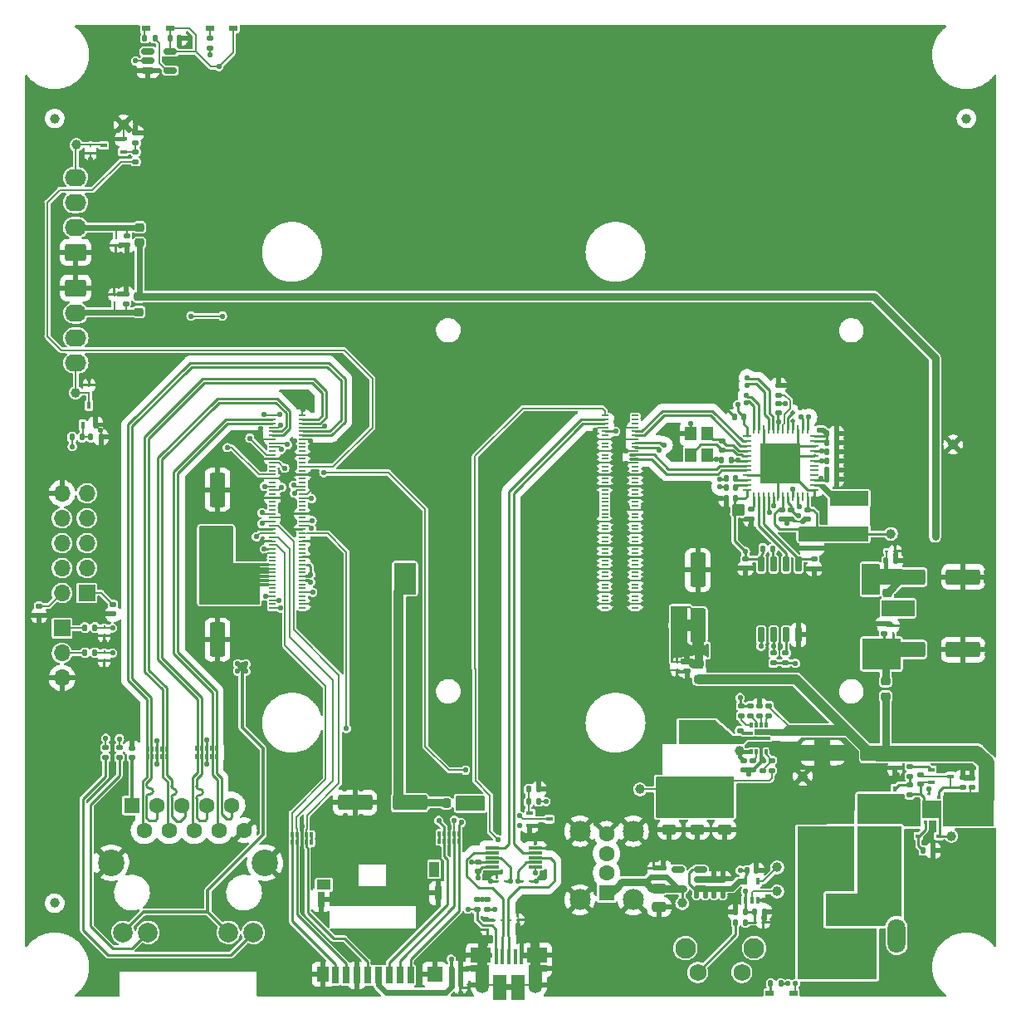
<source format=gtl>
%TF.GenerationSoftware,KiCad,Pcbnew,(5.99.0-12650-g5c402a64ab)*%
%TF.CreationDate,2021-10-24T00:02:35+01:00*%
%TF.ProjectId,Pintry-X2,50696e74-7279-42d5-9832-2e6b69636164,rev?*%
%TF.SameCoordinates,Original*%
%TF.FileFunction,Copper,L1,Top*%
%TF.FilePolarity,Positive*%
%FSLAX46Y46*%
G04 Gerber Fmt 4.6, Leading zero omitted, Abs format (unit mm)*
G04 Created by KiCad (PCBNEW (5.99.0-12650-g5c402a64ab)) date 2021-10-24 00:02:35*
%MOMM*%
%LPD*%
G01*
G04 APERTURE LIST*
G04 Aperture macros list*
%AMRoundRect*
0 Rectangle with rounded corners*
0 $1 Rounding radius*
0 $2 $3 $4 $5 $6 $7 $8 $9 X,Y pos of 4 corners*
0 Add a 4 corners polygon primitive as box body*
4,1,4,$2,$3,$4,$5,$6,$7,$8,$9,$2,$3,0*
0 Add four circle primitives for the rounded corners*
1,1,$1+$1,$2,$3*
1,1,$1+$1,$4,$5*
1,1,$1+$1,$6,$7*
1,1,$1+$1,$8,$9*
0 Add four rect primitives between the rounded corners*
20,1,$1+$1,$2,$3,$4,$5,0*
20,1,$1+$1,$4,$5,$6,$7,0*
20,1,$1+$1,$6,$7,$8,$9,0*
20,1,$1+$1,$8,$9,$2,$3,0*%
%AMFreePoly0*
4,1,17,1.878536,1.278536,1.880000,1.275000,1.880000,0.575000,1.878536,0.571464,1.875000,0.570000,0.580000,0.570000,0.580000,-0.425000,0.578536,-0.428536,0.575000,-0.430000,-0.425000,-0.430000,-0.428536,-0.428536,-0.430000,-0.425000,-0.430000,1.275000,-0.428536,1.278536,-0.425000,1.280000,1.875000,1.280000,1.878536,1.278536,1.878536,1.278536,$1*%
%AMFreePoly1*
4,1,17,0.428536,1.278536,0.430000,1.275000,0.430000,-0.425000,0.428536,-0.428536,0.425000,-0.430000,-0.575000,-0.430000,-0.578536,-0.428536,-0.580000,-0.425000,-0.580000,0.570000,-1.875000,0.570000,-1.878536,0.571464,-1.880000,0.575000,-1.880000,1.275000,-1.878536,1.278536,-1.875000,1.280000,0.425000,1.280000,0.428536,1.278536,0.428536,1.278536,$1*%
%AMFreePoly2*
4,1,17,0.428536,0.428536,0.430000,0.425000,0.430000,-1.275000,0.428536,-1.278536,0.425000,-1.280000,-1.875000,-1.280000,-1.878536,-1.278536,-1.880000,-1.275000,-1.880000,-0.575000,-1.878536,-0.571464,-1.875000,-0.570000,-0.580000,-0.570000,-0.580000,0.425000,-0.578536,0.428536,-0.575000,0.430000,0.425000,0.430000,0.428536,0.428536,0.428536,0.428536,$1*%
%AMFreePoly3*
4,1,17,0.578536,0.428536,0.580000,0.425000,0.580000,-0.570000,1.875000,-0.570000,1.878536,-0.571464,1.880000,-0.575000,1.880000,-1.275000,1.878536,-1.278536,1.875000,-1.280000,-0.425000,-1.280000,-0.428536,-1.278536,-0.430000,-1.275000,-0.430000,0.425000,-0.428536,0.428536,-0.425000,0.430000,0.575000,0.430000,0.578536,0.428536,0.578536,0.428536,$1*%
%AMFreePoly4*
4,1,13,1.100000,0.175000,0.750000,0.175000,0.750000,-0.175000,1.100000,-0.175000,1.100000,-0.475000,-1.100000,-0.475000,-1.100000,-0.175000,-0.750000,-0.175000,-0.750000,0.175000,-1.100000,0.175000,-1.100000,0.475000,1.100000,0.475000,1.100000,0.175000,1.100000,0.175000,$1*%
G04 Aperture macros list end*
%TA.AperFunction,ComponentPad*%
%ADD10RoundRect,0.250000X-1.125000X-1.125000X1.125000X-1.125000X1.125000X1.125000X-1.125000X1.125000X0*%
%TD*%
%TA.AperFunction,ComponentPad*%
%ADD11C,2.750000*%
%TD*%
%TA.AperFunction,SMDPad,CuDef*%
%ADD12R,0.250000X0.360000*%
%TD*%
%TA.AperFunction,SMDPad,CuDef*%
%ADD13C,1.000000*%
%TD*%
%TA.AperFunction,SMDPad,CuDef*%
%ADD14R,0.300000X0.550000*%
%TD*%
%TA.AperFunction,SMDPad,CuDef*%
%ADD15R,0.400000X0.550000*%
%TD*%
%TA.AperFunction,SMDPad,CuDef*%
%ADD16RoundRect,0.135000X0.185000X-0.135000X0.185000X0.135000X-0.185000X0.135000X-0.185000X-0.135000X0*%
%TD*%
%TA.AperFunction,SMDPad,CuDef*%
%ADD17RoundRect,0.150000X0.512500X0.150000X-0.512500X0.150000X-0.512500X-0.150000X0.512500X-0.150000X0*%
%TD*%
%TA.AperFunction,SMDPad,CuDef*%
%ADD18RoundRect,0.135000X-0.135000X-0.185000X0.135000X-0.185000X0.135000X0.185000X-0.135000X0.185000X0*%
%TD*%
%TA.AperFunction,SMDPad,CuDef*%
%ADD19RoundRect,0.140000X0.170000X-0.140000X0.170000X0.140000X-0.170000X0.140000X-0.170000X-0.140000X0*%
%TD*%
%TA.AperFunction,SMDPad,CuDef*%
%ADD20RoundRect,0.250000X1.500000X0.550000X-1.500000X0.550000X-1.500000X-0.550000X1.500000X-0.550000X0*%
%TD*%
%TA.AperFunction,SMDPad,CuDef*%
%ADD21RoundRect,0.140000X-0.140000X-0.170000X0.140000X-0.170000X0.140000X0.170000X-0.140000X0.170000X0*%
%TD*%
%TA.AperFunction,SMDPad,CuDef*%
%ADD22FreePoly0,270.000000*%
%TD*%
%TA.AperFunction,SMDPad,CuDef*%
%ADD23FreePoly1,270.000000*%
%TD*%
%TA.AperFunction,SMDPad,CuDef*%
%ADD24FreePoly2,270.000000*%
%TD*%
%TA.AperFunction,SMDPad,CuDef*%
%ADD25FreePoly3,270.000000*%
%TD*%
%TA.AperFunction,SMDPad,CuDef*%
%ADD26RoundRect,0.135000X-0.185000X0.135000X-0.185000X-0.135000X0.185000X-0.135000X0.185000X0.135000X0*%
%TD*%
%TA.AperFunction,SMDPad,CuDef*%
%ADD27RoundRect,0.250000X-1.500000X-0.550000X1.500000X-0.550000X1.500000X0.550000X-1.500000X0.550000X0*%
%TD*%
%TA.AperFunction,SMDPad,CuDef*%
%ADD28RoundRect,0.250000X0.550000X-1.500000X0.550000X1.500000X-0.550000X1.500000X-0.550000X-1.500000X0*%
%TD*%
%TA.AperFunction,SMDPad,CuDef*%
%ADD29RoundRect,0.140000X-0.170000X0.140000X-0.170000X-0.140000X0.170000X-0.140000X0.170000X0.140000X0*%
%TD*%
%TA.AperFunction,SMDPad,CuDef*%
%ADD30RoundRect,0.250000X-0.475000X0.250000X-0.475000X-0.250000X0.475000X-0.250000X0.475000X0.250000X0*%
%TD*%
%TA.AperFunction,SMDPad,CuDef*%
%ADD31R,0.400000X1.650000*%
%TD*%
%TA.AperFunction,SMDPad,CuDef*%
%ADD32R,1.825000X0.700000*%
%TD*%
%TA.AperFunction,ComponentPad*%
%ADD33O,1.350000X1.700000*%
%TD*%
%TA.AperFunction,SMDPad,CuDef*%
%ADD34R,1.430000X2.500000*%
%TD*%
%TA.AperFunction,SMDPad,CuDef*%
%ADD35R,1.350000X2.000000*%
%TD*%
%TA.AperFunction,ComponentPad*%
%ADD36O,1.100000X1.500000*%
%TD*%
%TA.AperFunction,SMDPad,CuDef*%
%ADD37R,2.000000X1.500000*%
%TD*%
%TA.AperFunction,ComponentPad*%
%ADD38C,2.100000*%
%TD*%
%TA.AperFunction,ComponentPad*%
%ADD39C,1.750000*%
%TD*%
%TA.AperFunction,SMDPad,CuDef*%
%ADD40FreePoly4,270.000000*%
%TD*%
%TA.AperFunction,SMDPad,CuDef*%
%ADD41R,0.300000X0.350000*%
%TD*%
%TA.AperFunction,SMDPad,CuDef*%
%ADD42R,0.235000X0.870000*%
%TD*%
%TA.AperFunction,SMDPad,CuDef*%
%ADD43R,0.700000X0.450000*%
%TD*%
%TA.AperFunction,SMDPad,CuDef*%
%ADD44R,0.360000X0.250000*%
%TD*%
%TA.AperFunction,SMDPad,CuDef*%
%ADD45R,1.200000X1.400000*%
%TD*%
%TA.AperFunction,SMDPad,CuDef*%
%ADD46RoundRect,0.062500X0.337500X0.062500X-0.337500X0.062500X-0.337500X-0.062500X0.337500X-0.062500X0*%
%TD*%
%TA.AperFunction,SMDPad,CuDef*%
%ADD47RoundRect,0.062500X0.062500X0.337500X-0.062500X0.337500X-0.062500X-0.337500X0.062500X-0.337500X0*%
%TD*%
%TA.AperFunction,SMDPad,CuDef*%
%ADD48R,4.025000X4.025000*%
%TD*%
%TA.AperFunction,SMDPad,CuDef*%
%ADD49R,4.000000X1.500000*%
%TD*%
%TA.AperFunction,SMDPad,CuDef*%
%ADD50R,0.900000X0.600000*%
%TD*%
%TA.AperFunction,SMDPad,CuDef*%
%ADD51R,0.450000X0.600000*%
%TD*%
%TA.AperFunction,SMDPad,CuDef*%
%ADD52R,3.400000X2.150000*%
%TD*%
%TA.AperFunction,SMDPad,CuDef*%
%ADD53RoundRect,0.140000X0.140000X0.170000X-0.140000X0.170000X-0.140000X-0.170000X0.140000X-0.170000X0*%
%TD*%
%TA.AperFunction,SMDPad,CuDef*%
%ADD54RoundRect,0.218750X-0.256250X0.218750X-0.256250X-0.218750X0.256250X-0.218750X0.256250X0.218750X0*%
%TD*%
%TA.AperFunction,ComponentPad*%
%ADD55R,1.700000X1.700000*%
%TD*%
%TA.AperFunction,ComponentPad*%
%ADD56O,1.700000X1.700000*%
%TD*%
%TA.AperFunction,SMDPad,CuDef*%
%ADD57R,0.700000X0.200000*%
%TD*%
%TA.AperFunction,SMDPad,CuDef*%
%ADD58RoundRect,0.150000X0.150000X-0.650000X0.150000X0.650000X-0.150000X0.650000X-0.150000X-0.650000X0*%
%TD*%
%TA.AperFunction,ComponentPad*%
%ADD59R,1.600000X1.600000*%
%TD*%
%TA.AperFunction,ComponentPad*%
%ADD60C,1.600000*%
%TD*%
%TA.AperFunction,ComponentPad*%
%ADD61C,2.000000*%
%TD*%
%TA.AperFunction,ComponentPad*%
%ADD62C,2.700000*%
%TD*%
%TA.AperFunction,SMDPad,CuDef*%
%ADD63RoundRect,0.135000X0.135000X0.185000X-0.135000X0.185000X-0.135000X-0.185000X0.135000X-0.185000X0*%
%TD*%
%TA.AperFunction,SMDPad,CuDef*%
%ADD64R,0.450000X0.700000*%
%TD*%
%TA.AperFunction,SMDPad,CuDef*%
%ADD65RoundRect,0.218750X-0.218750X-0.256250X0.218750X-0.256250X0.218750X0.256250X-0.218750X0.256250X0*%
%TD*%
%TA.AperFunction,SMDPad,CuDef*%
%ADD66R,0.600000X0.450000*%
%TD*%
%TA.AperFunction,ComponentPad*%
%ADD67O,4.500000X2.000000*%
%TD*%
%TA.AperFunction,ComponentPad*%
%ADD68O,4.000000X2.000000*%
%TD*%
%TA.AperFunction,ComponentPad*%
%ADD69O,1.800000X3.500000*%
%TD*%
%TA.AperFunction,SMDPad,CuDef*%
%ADD70RoundRect,0.250000X-0.550000X1.500000X-0.550000X-1.500000X0.550000X-1.500000X0.550000X1.500000X0*%
%TD*%
%TA.AperFunction,SMDPad,CuDef*%
%ADD71R,0.400000X0.650000*%
%TD*%
%TA.AperFunction,ComponentPad*%
%ADD72RoundRect,0.250000X-0.845000X0.620000X-0.845000X-0.620000X0.845000X-0.620000X0.845000X0.620000X0*%
%TD*%
%TA.AperFunction,ComponentPad*%
%ADD73O,2.190000X1.740000*%
%TD*%
%TA.AperFunction,SMDPad,CuDef*%
%ADD74R,1.400000X0.300000*%
%TD*%
%TA.AperFunction,SMDPad,CuDef*%
%ADD75R,0.700000X1.750000*%
%TD*%
%TA.AperFunction,SMDPad,CuDef*%
%ADD76R,1.450000X1.000000*%
%TD*%
%TA.AperFunction,SMDPad,CuDef*%
%ADD77R,1.000000X1.550000*%
%TD*%
%TA.AperFunction,SMDPad,CuDef*%
%ADD78R,1.500000X1.500000*%
%TD*%
%TA.AperFunction,SMDPad,CuDef*%
%ADD79R,0.800000X1.400000*%
%TD*%
%TA.AperFunction,SMDPad,CuDef*%
%ADD80R,1.300000X1.500000*%
%TD*%
%TA.AperFunction,SMDPad,CuDef*%
%ADD81R,0.800000X1.500000*%
%TD*%
%TA.AperFunction,SMDPad,CuDef*%
%ADD82RoundRect,0.218750X0.256250X-0.218750X0.256250X0.218750X-0.256250X0.218750X-0.256250X-0.218750X0*%
%TD*%
%TA.AperFunction,ComponentPad*%
%ADD83C,2.150000*%
%TD*%
%TA.AperFunction,SMDPad,CuDef*%
%ADD84R,1.400000X0.350000*%
%TD*%
%TA.AperFunction,SMDPad,CuDef*%
%ADD85R,0.350000X0.600000*%
%TD*%
%TA.AperFunction,SMDPad,CuDef*%
%ADD86R,0.600000X0.350000*%
%TD*%
%TA.AperFunction,SMDPad,CuDef*%
%ADD87RoundRect,0.150000X-0.512500X-0.150000X0.512500X-0.150000X0.512500X0.150000X-0.512500X0.150000X0*%
%TD*%
%TA.AperFunction,SMDPad,CuDef*%
%ADD88FreePoly4,90.000000*%
%TD*%
%TA.AperFunction,ComponentPad*%
%ADD89RoundRect,0.250000X0.845000X-0.620000X0.845000X0.620000X-0.845000X0.620000X-0.845000X-0.620000X0*%
%TD*%
%TA.AperFunction,ViaPad*%
%ADD90C,0.550000*%
%TD*%
%TA.AperFunction,ViaPad*%
%ADD91C,0.500000*%
%TD*%
%TA.AperFunction,Conductor*%
%ADD92C,0.200000*%
%TD*%
%TA.AperFunction,Conductor*%
%ADD93C,0.250000*%
%TD*%
%TA.AperFunction,Conductor*%
%ADD94C,0.300000*%
%TD*%
%TA.AperFunction,Conductor*%
%ADD95C,0.600000*%
%TD*%
%TA.AperFunction,Conductor*%
%ADD96C,0.500000*%
%TD*%
%TA.AperFunction,Conductor*%
%ADD97C,0.350000*%
%TD*%
%TA.AperFunction,Conductor*%
%ADD98C,0.800000*%
%TD*%
%TA.AperFunction,Conductor*%
%ADD99C,0.270000*%
%TD*%
%TA.AperFunction,Conductor*%
%ADD100C,1.000000*%
%TD*%
%TA.AperFunction,Conductor*%
%ADD101C,1.200000*%
%TD*%
%TA.AperFunction,Conductor*%
%ADD102C,0.400000*%
%TD*%
%TA.AperFunction,Conductor*%
%ADD103C,1.600000*%
%TD*%
%TA.AperFunction,Conductor*%
%ADD104C,2.000000*%
%TD*%
%TA.AperFunction,Conductor*%
%ADD105C,0.220000*%
%TD*%
G04 APERTURE END LIST*
D10*
%TO.P,J12,1,Pin_1*%
%TO.N,Net-(FL1-Pad4)*%
X152050000Y-197250000D03*
D11*
%TO.P,J12,2,Pin_2*%
%TO.N,Net-(FL1-Pad1)*%
X157450000Y-197250000D03*
%TD*%
D12*
%TO.P,D13,1,K*%
%TO.N,Net-(C16-Pad1)*%
X79750000Y-132130000D03*
%TO.P,D13,2,A*%
%TO.N,GND*%
X79750000Y-132970000D03*
%TD*%
D13*
%TO.P,TP5,1,1*%
%TO.N,+12V*%
X168450000Y-188000000D03*
%TD*%
D14*
%TO.P,U2,1,D1+*%
%TO.N,/CM4-ETH-GPIO/ETH_2_P*%
X88000000Y-185020000D03*
%TO.P,U2,2,D1-*%
%TO.N,/CM4-ETH-GPIO/ETH_2_N*%
X88500000Y-185020000D03*
D15*
%TO.P,U2,3,GND*%
%TO.N,GND*%
X89000000Y-185020000D03*
D14*
%TO.P,U2,4,D2+*%
%TO.N,/CM4-ETH-GPIO/ETH_3_P*%
X89500000Y-185020000D03*
%TO.P,U2,5,D2-*%
%TO.N,/CM4-ETH-GPIO/ETH_3_N*%
X90000000Y-185020000D03*
%TO.P,U2,6*%
X90000000Y-184250000D03*
%TO.P,U2,7*%
%TO.N,/CM4-ETH-GPIO/ETH_3_P*%
X89500000Y-184250000D03*
D15*
%TO.P,U2,8,GND*%
%TO.N,GND*%
X89000000Y-184250000D03*
D14*
%TO.P,U2,9*%
%TO.N,/CM4-ETH-GPIO/ETH_2_N*%
X88500000Y-184250000D03*
%TO.P,U2,10*%
%TO.N,/CM4-ETH-GPIO/ETH_2_P*%
X88000000Y-184250000D03*
%TD*%
D16*
%TO.P,R27,1*%
%TO.N,Net-(C21-Pad1)*%
X160700000Y-188960000D03*
%TO.P,R27,2*%
%TO.N,Net-(D26-Pad1)*%
X160700000Y-187940000D03*
%TD*%
D13*
%TO.P,TP9,1,1*%
%TO.N,Net-(D15-Pad1)*%
X75700000Y-122700000D03*
%TD*%
D17*
%TO.P,U15,1,VIN*%
%TO.N,+5V*%
X139337500Y-198500000D03*
%TO.P,U15,2,GND*%
%TO.N,GND*%
X139337500Y-197550000D03*
%TO.P,U15,3,EN*%
%TO.N,+5V*%
X139337500Y-196600000D03*
%TO.P,U15,4,~{FAULT}*%
%TO.N,unconnected-(U15-Pad4)*%
X137062500Y-196600000D03*
%TO.P,U15,5,VOUT*%
%TO.N,Net-(C6-Pad1)*%
X137062500Y-198500000D03*
%TD*%
D18*
%TO.P,R10,1*%
%TO.N,Net-(Q2-Pad1)*%
X77190000Y-152500000D03*
%TO.P,R10,2*%
%TO.N,GND*%
X78210000Y-152500000D03*
%TD*%
D19*
%TO.P,C2,1*%
%TO.N,+3V3*%
X116650000Y-196780000D03*
%TO.P,C2,2*%
%TO.N,GND*%
X116650000Y-195820000D03*
%TD*%
D20*
%TO.P,C49,1*%
%TO.N,Net-(C41-Pad1)*%
X109725000Y-189750000D03*
%TO.P,C49,2*%
%TO.N,GND*%
X104125000Y-189750000D03*
%TD*%
D16*
%TO.P,R30,1*%
%TO.N,Net-(R29-Pad2)*%
X145700000Y-186460000D03*
%TO.P,R30,2*%
%TO.N,GND*%
X145700000Y-185440000D03*
%TD*%
D14*
%TO.P,U6,1,D1+*%
%TO.N,/CM4-ETH-GPIO/SD_DAT1*%
X97700000Y-193820000D03*
%TO.P,U6,2,D1-*%
%TO.N,/CM4-ETH-GPIO/SD_DAT0*%
X98200000Y-193820000D03*
D15*
%TO.P,U6,3,GND*%
%TO.N,GND*%
X98700000Y-193820000D03*
D14*
%TO.P,U6,4,D2+*%
%TO.N,/CM4-ETH-GPIO/SD_CLK*%
X99200000Y-193820000D03*
%TO.P,U6,5,D2-*%
%TO.N,unconnected-(U6-Pad5)*%
X99700000Y-193820000D03*
%TO.P,U6,6*%
X99700000Y-193050000D03*
%TO.P,U6,7*%
%TO.N,/CM4-ETH-GPIO/SD_CLK*%
X99200000Y-193050000D03*
D15*
%TO.P,U6,8,GND*%
%TO.N,GND*%
X98700000Y-193050000D03*
D14*
%TO.P,U6,9*%
%TO.N,/CM4-ETH-GPIO/SD_DAT0*%
X98200000Y-193050000D03*
%TO.P,U6,10*%
%TO.N,/CM4-ETH-GPIO/SD_DAT1*%
X97700000Y-193050000D03*
%TD*%
D21*
%TO.P,C15,1*%
%TO.N,+3V3*%
X113970000Y-206700000D03*
%TO.P,C15,2*%
%TO.N,GND*%
X114930000Y-206700000D03*
%TD*%
D22*
%TO.P,FL1,1,1*%
%TO.N,Net-(FL1-Pad1)*%
X156225000Y-193075000D03*
D23*
%TO.P,FL1,2,2*%
%TO.N,Net-(FL1-Pad2)*%
X156225000Y-191325000D03*
D24*
%TO.P,FL1,3,3*%
%TO.N,GND*%
X154075000Y-191325000D03*
D25*
%TO.P,FL1,4,4*%
%TO.N,Net-(FL1-Pad4)*%
X154075000Y-193075000D03*
%TD*%
D26*
%TO.P,R3,1*%
%TO.N,/CM4-ETH-GPIO/ETH_LEDY*%
X78700000Y-184140000D03*
%TO.P,R3,2*%
%TO.N,Net-(J3-Pad14)*%
X78700000Y-185160000D03*
%TD*%
D13*
%TO.P,TP6,1,1*%
%TO.N,GND*%
X165150000Y-153250000D03*
%TD*%
D27*
%TO.P,C55,1*%
%TO.N,Net-(C43-Pad1)*%
X160575000Y-166750000D03*
%TO.P,C55,2*%
%TO.N,GND*%
X166175000Y-166750000D03*
%TD*%
D16*
%TO.P,R31,1*%
%TO.N,Net-(C21-Pad2)*%
X166100000Y-188210000D03*
%TO.P,R31,2*%
%TO.N,GND*%
X166100000Y-187190000D03*
%TD*%
%TO.P,R2,1*%
%TO.N,/CM4-USB-PCIe/VBUS_MICRO*%
X116600000Y-200610000D03*
%TO.P,R2,2*%
%TO.N,/CM4-USB-PCIe/USB_OTG*%
X116600000Y-199590000D03*
%TD*%
D28*
%TO.P,C50,1*%
%TO.N,Net-(C42-Pad1)*%
X139100000Y-171650000D03*
%TO.P,C50,2*%
%TO.N,GND*%
X139100000Y-166050000D03*
%TD*%
D21*
%TO.P,C28,1*%
%TO.N,+1V2*%
X152277500Y-154917500D03*
%TO.P,C28,2*%
%TO.N,GND*%
X153237500Y-154917500D03*
%TD*%
D29*
%TO.P,C68,1*%
%TO.N,+3V3*%
X71900000Y-169720000D03*
%TO.P,C68,2*%
%TO.N,GND*%
X71900000Y-170680000D03*
%TD*%
D30*
%TO.P,C58,1*%
%TO.N,+12V*%
X148750000Y-182350000D03*
%TO.P,C58,2*%
%TO.N,GND*%
X148750000Y-184250000D03*
%TD*%
D12*
%TO.P,D12,1,K*%
%TO.N,/CM4-ETH-GPIO/TXD0*%
X78550000Y-174430000D03*
%TO.P,D12,2,A*%
%TO.N,GND*%
X78550000Y-175270000D03*
%TD*%
D18*
%TO.P,R16,1*%
%TO.N,Net-(Q3-Pad1)*%
X121840000Y-189650000D03*
%TO.P,R16,2*%
%TO.N,/CM4-USB-PCIe/VBUS_MICRO*%
X122860000Y-189650000D03*
%TD*%
D13*
%TO.P,TP11,1,1*%
%TO.N,+1V2*%
X158800000Y-162350000D03*
%TD*%
D30*
%TO.P,C6,1*%
%TO.N,Net-(C6-Pad1)*%
X135150000Y-198500000D03*
%TO.P,C6,2*%
%TO.N,GND*%
X135150000Y-200400000D03*
%TD*%
D16*
%TO.P,R7,1*%
%TO.N,/CM4-ETH-GPIO/FAN1_PWM*%
X81750000Y-124410000D03*
%TO.P,R7,2*%
%TO.N,Net-(Q1-Pad1)*%
X81750000Y-123390000D03*
%TD*%
D26*
%TO.P,R6,1*%
%TO.N,Net-(D9-Pad1)*%
X89300000Y-111790000D03*
%TO.P,R6,2*%
%TO.N,/CM4-ETH-GPIO/ACT_LED*%
X89300000Y-112810000D03*
%TD*%
D29*
%TO.P,C27,1*%
%TO.N,+3V3*%
X143950000Y-164920000D03*
%TO.P,C27,2*%
%TO.N,GND*%
X143950000Y-165880000D03*
%TD*%
D31*
%TO.P,J1,1,VBUS*%
%TO.N,/CM4-USB-PCIe/VBUS_MICRO*%
X118515000Y-205435000D03*
%TO.P,J1,2,D-*%
%TO.N,/CM4-USB-PCIe/USB2_N*%
X119165000Y-205435000D03*
%TO.P,J1,3,D+*%
%TO.N,/CM4-USB-PCIe/USB2_P*%
X119815000Y-205435000D03*
%TO.P,J1,4,ID*%
%TO.N,unconnected-(J1-Pad4)*%
X120465000Y-205435000D03*
%TO.P,J1,5,GND*%
%TO.N,GND*%
X121115000Y-205435000D03*
D32*
%TO.P,J1,6,Shield*%
X116865000Y-206635000D03*
D33*
X117085000Y-208315000D03*
D32*
X122815000Y-206635000D03*
D33*
X122545000Y-208315000D03*
D34*
X118855000Y-208585000D03*
D35*
X122565000Y-207385000D03*
X117085000Y-207385000D03*
D36*
X122235000Y-205315000D03*
D37*
X122715000Y-205315000D03*
D34*
X120775000Y-208585000D03*
D36*
X117395000Y-205315000D03*
D37*
X116965000Y-205335000D03*
%TD*%
D16*
%TO.P,R13,1*%
%TO.N,/PCIe to SATA/SREXT*%
X147350000Y-148210000D03*
%TO.P,R13,2*%
%TO.N,GND*%
X147350000Y-147190000D03*
%TD*%
D12*
%TO.P,D16,1,K*%
%TO.N,Net-(D16-Pad1)*%
X77000000Y-148020000D03*
%TO.P,D16,2,A*%
%TO.N,GND*%
X77000000Y-147180000D03*
%TD*%
D19*
%TO.P,C5,1*%
%TO.N,+5V*%
X141700000Y-198480000D03*
%TO.P,C5,2*%
%TO.N,GND*%
X141700000Y-197520000D03*
%TD*%
D38*
%TO.P,SW1,*%
%TO.N,*%
X137825000Y-204577500D03*
X144835000Y-204577500D03*
D39*
%TO.P,SW1,1,1*%
%TO.N,+3V3*%
X143585000Y-207067500D03*
%TO.P,SW1,2,2*%
%TO.N,Net-(R5-Pad2)*%
X139085000Y-207067500D03*
%TD*%
D40*
%TO.P,Q7,1,D*%
%TO.N,+12V*%
X164625000Y-190100000D03*
D41*
%TO.P,Q7,3,G*%
%TO.N,Net-(C21-Pad2)*%
X163650000Y-189175000D03*
%TO.P,Q7,4,S*%
%TO.N,Net-(C21-Pad1)*%
X163650000Y-191025000D03*
D42*
X163650000Y-190140000D03*
%TD*%
D43*
%TO.P,Q1,1,G*%
%TO.N,Net-(Q1-Pad1)*%
X80500000Y-123400000D03*
%TO.P,Q1,2,S*%
%TO.N,GND*%
X80500000Y-122100000D03*
%TO.P,Q1,3,D*%
%TO.N,Net-(D15-Pad1)*%
X78500000Y-122750000D03*
%TD*%
D16*
%TO.P,R22,1*%
%TO.N,Net-(R22-Pad1)*%
X145400000Y-180910000D03*
%TO.P,R22,2*%
%TO.N,GND*%
X145400000Y-179890000D03*
%TD*%
D44*
%TO.P,D4,1,K*%
%TO.N,/CM4-USB-PCIe/USB1_P*%
X121180000Y-197750000D03*
%TO.P,D4,2,A*%
%TO.N,GND*%
X122020000Y-197750000D03*
%TD*%
D45*
%TO.P,Y1,1,1*%
%TO.N,GND*%
X140062500Y-154362500D03*
%TO.P,Y1,2,2*%
%TO.N,Net-(C18-Pad1)*%
X140062500Y-152162500D03*
%TO.P,Y1,3,3*%
%TO.N,GND*%
X138362500Y-152162500D03*
%TO.P,Y1,4,4*%
%TO.N,Net-(C18-Pad2)*%
X138362500Y-154362500D03*
%TD*%
D12*
%TO.P,D23,1,K*%
%TO.N,Net-(C44-Pad1)*%
X159025000Y-172527500D03*
%TO.P,D23,2,A*%
%TO.N,GND*%
X159025000Y-171687500D03*
%TD*%
D16*
%TO.P,R26,1*%
%TO.N,Net-(R26-Pad1)*%
X143500000Y-180910000D03*
%TO.P,R26,2*%
%TO.N,VCC*%
X143500000Y-179890000D03*
%TD*%
D46*
%TO.P,U7,1,VSSPWM*%
%TO.N,GND*%
X150987500Y-157887500D03*
%TO.P,U7,2,EXTL*%
%TO.N,Net-(L1-Pad2)*%
X150987500Y-157387500D03*
%TO.P,U7,3,VCC33IN*%
%TO.N,+3V3*%
X150987500Y-156887500D03*
%TO.P,U7,4,GPIO0*%
%TO.N,unconnected-(U7-Pad4)*%
X150987500Y-156387500D03*
%TO.P,U7,5,GPIO1*%
%TO.N,unconnected-(U7-Pad5)*%
X150987500Y-155887500D03*
%TO.P,U7,6,GPIO2*%
%TO.N,unconnected-(U7-Pad6)*%
X150987500Y-155387500D03*
%TO.P,U7,7,VCC12*%
%TO.N,+1V2*%
X150987500Y-154887500D03*
%TO.P,U7,8,GND*%
%TO.N,GND*%
X150987500Y-154387500D03*
%TO.P,U7,9,VCC33*%
%TO.N,+3V3*%
X150987500Y-153887500D03*
%TO.P,U7,10,GND*%
%TO.N,GND*%
X150987500Y-153387500D03*
%TO.P,U7,11,VCC12*%
%TO.N,+1V2*%
X150987500Y-152887500D03*
%TO.P,U7,12,VDD12S*%
X150987500Y-152387500D03*
D47*
%TO.P,U7,13,SRXP_B*%
%TO.N,/PCIe to SATA/SRX_1_P*%
X150287500Y-151687500D03*
%TO.P,U7,14,SRXN_B*%
%TO.N,/PCIe to SATA/SRX_1_N*%
X149787500Y-151687500D03*
%TO.P,U7,15,GNDA*%
%TO.N,GND*%
X149287500Y-151687500D03*
%TO.P,U7,16,STXN_B*%
%TO.N,/PCIe to SATA/STX_1_N*%
X148787500Y-151687500D03*
%TO.P,U7,17,STXP_B*%
%TO.N,/PCIe to SATA/STX_1_P*%
X148287500Y-151687500D03*
%TO.P,U7,18,SREXT*%
%TO.N,/PCIe to SATA/SREXT*%
X147787500Y-151687500D03*
%TO.P,U7,19,VCC33S*%
%TO.N,+3V3*%
X147287500Y-151687500D03*
%TO.P,U7,20,STXP_A*%
%TO.N,/PCIe to SATA/STX_0_P*%
X146787500Y-151687500D03*
%TO.P,U7,21,STXN_A*%
%TO.N,/PCIe to SATA/STX_0_N*%
X146287500Y-151687500D03*
%TO.P,U7,22,GNDA*%
%TO.N,GND*%
X145787500Y-151687500D03*
%TO.P,U7,23,SRXN_A*%
%TO.N,/PCIe to SATA/SRX_0_N*%
X145287500Y-151687500D03*
%TO.P,U7,24,SRXP_A*%
%TO.N,/PCIe to SATA/SRX_0_P*%
X144787500Y-151687500D03*
D46*
%TO.P,U7,25,VDD12S*%
%TO.N,+1V2*%
X144087500Y-152387500D03*
%TO.P,U7,26,PECLKP*%
%TO.N,/CM4-USB-PCIe/PCIe_CLK_P*%
X144087500Y-152887500D03*
%TO.P,U7,27,PECLKN*%
%TO.N,/CM4-USB-PCIe/PCIe_CLK_N*%
X144087500Y-153387500D03*
%TO.P,U7,28,XO*%
%TO.N,Net-(C18-Pad1)*%
X144087500Y-153887500D03*
%TO.P,U7,29,XI*%
%TO.N,Net-(C18-Pad2)*%
X144087500Y-154387500D03*
%TO.P,U7,30,VDD12P*%
%TO.N,+1V2*%
X144087500Y-154887500D03*
%TO.P,U7,31,PRXP*%
%TO.N,/CM4-USB-PCIe/PCIe_TX_P*%
X144087500Y-155387500D03*
%TO.P,U7,32,PRXN*%
%TO.N,/CM4-USB-PCIe/PCIe_TX_N*%
X144087500Y-155887500D03*
%TO.P,U7,33,GNDA*%
%TO.N,GND*%
X144087500Y-156387500D03*
%TO.P,U7,34,PTXP*%
%TO.N,Net-(C19-Pad2)*%
X144087500Y-156887500D03*
%TO.P,U7,35,PTXN*%
%TO.N,Net-(C20-Pad2)*%
X144087500Y-157387500D03*
%TO.P,U7,36,VCC33P*%
%TO.N,+3V3*%
X144087500Y-157887500D03*
D47*
%TO.P,U7,37,PREXT*%
%TO.N,/PCIe to SATA/PREXT*%
X144787500Y-158587500D03*
%TO.P,U7,38,SPI_CLK*%
%TO.N,/PCIe to SATA/SPI_CLK*%
X145287500Y-158587500D03*
%TO.P,U7,39,SPI_DO*%
%TO.N,/PCIe to SATA/SPI_MOSI*%
X145787500Y-158587500D03*
%TO.P,U7,40,~{SPI_CS}*%
%TO.N,/PCIe to SATA/SPI_CS*%
X146287500Y-158587500D03*
%TO.P,U7,41,SPI_DI*%
%TO.N,/PCIe to SATA/SPI_MISO*%
X146787500Y-158587500D03*
%TO.P,U7,42,GND*%
%TO.N,GND*%
X147287500Y-158587500D03*
%TO.P,U7,43,VCC12*%
%TO.N,+1V2*%
X147787500Y-158587500D03*
%TO.P,U7,44,VCC33*%
%TO.N,+3V3*%
X148287500Y-158587500D03*
%TO.P,U7,45,~{PERST}*%
%TO.N,/CM4-USB-PCIe/~{PCIe_RST}*%
X148787500Y-158587500D03*
%TO.P,U7,46,LED*%
%TO.N,/PCIe to SATA/SATA_LED*%
X149287500Y-158587500D03*
%TO.P,U7,47,TESTMODE*%
%TO.N,unconnected-(U7-Pad47)*%
X149787500Y-158587500D03*
%TO.P,U7,48,VCC12*%
%TO.N,+1V2*%
X150287500Y-158587500D03*
D48*
%TO.P,U7,49,EP*%
%TO.N,GND*%
X147537500Y-155137500D03*
%TD*%
D12*
%TO.P,D15,1,K*%
%TO.N,Net-(D15-Pad1)*%
X77150000Y-122730000D03*
%TO.P,D15,2,A*%
%TO.N,GND*%
X77150000Y-123570000D03*
%TD*%
D49*
%TO.P,L1,1,1*%
%TO.N,+1V2*%
X154500000Y-162350000D03*
%TO.P,L1,2,2*%
%TO.N,Net-(L1-Pad2)*%
X154500000Y-158750000D03*
%TD*%
D13*
%TO.P,TP3,1,1*%
%TO.N,Net-(C21-Pad1)*%
X164950000Y-193150000D03*
%TD*%
D50*
%TO.P,D8,1,K*%
%TO.N,Net-(D8-Pad1)*%
X82850000Y-110800000D03*
%TO.P,D8,2,A*%
%TO.N,+3V3*%
X85250000Y-110800000D03*
%TD*%
D26*
%TO.P,R23,1*%
%TO.N,+12V*%
X146350000Y-179890000D03*
%TO.P,R23,2*%
%TO.N,Net-(R23-Pad2)*%
X146350000Y-180910000D03*
%TD*%
D21*
%TO.P,C13,1*%
%TO.N,+5V*%
X144120000Y-196650000D03*
%TO.P,C13,2*%
%TO.N,GND*%
X145080000Y-196650000D03*
%TD*%
D19*
%TO.P,C17,1*%
%TO.N,Net-(C17-Pad1)*%
X80750000Y-138880000D03*
%TO.P,C17,2*%
%TO.N,GND*%
X80750000Y-137920000D03*
%TD*%
D12*
%TO.P,D21,1,K*%
%TO.N,Net-(C42-Pad1)*%
X137000000Y-175405000D03*
%TO.P,D21,2,A*%
%TO.N,GND*%
X137000000Y-176245000D03*
%TD*%
D51*
%TO.P,D26,1,K*%
%TO.N,Net-(D26-Pad1)*%
X159200000Y-188325000D03*
%TO.P,D26,2,A*%
%TO.N,GND*%
X159200000Y-186225000D03*
%TD*%
D14*
%TO.P,U1,1,D1+*%
%TO.N,/CM4-ETH-GPIO/ETH_0_P*%
X82950000Y-185035000D03*
%TO.P,U1,2,D1-*%
%TO.N,/CM4-ETH-GPIO/ETH_0_N*%
X83450000Y-185035000D03*
D15*
%TO.P,U1,3,GND*%
%TO.N,GND*%
X83950000Y-185035000D03*
D14*
%TO.P,U1,4,D2+*%
%TO.N,/CM4-ETH-GPIO/ETH_1_N*%
X84450000Y-185035000D03*
%TO.P,U1,5,D2-*%
%TO.N,/CM4-ETH-GPIO/ETH_1_P*%
X84950000Y-185035000D03*
%TO.P,U1,6*%
X84950000Y-184265000D03*
%TO.P,U1,7*%
%TO.N,/CM4-ETH-GPIO/ETH_1_N*%
X84450000Y-184265000D03*
D15*
%TO.P,U1,8,GND*%
%TO.N,GND*%
X83950000Y-184265000D03*
D14*
%TO.P,U1,9*%
%TO.N,/CM4-ETH-GPIO/ETH_0_N*%
X83450000Y-184265000D03*
%TO.P,U1,10*%
%TO.N,/CM4-ETH-GPIO/ETH_0_P*%
X82950000Y-184265000D03*
%TD*%
D52*
%TO.P,L2,1,1*%
%TO.N,Net-(C60-Pad2)*%
X139000000Y-182575000D03*
%TO.P,L2,2,2*%
%TO.N,+5V*%
X139000000Y-188425000D03*
%TD*%
D18*
%TO.P,R8,1*%
%TO.N,/CM4-ETH-GPIO/FAN0_PWM*%
X75280000Y-152500000D03*
%TO.P,R8,2*%
%TO.N,Net-(Q2-Pad1)*%
X76300000Y-152500000D03*
%TD*%
D14*
%TO.P,U5,1,D1+*%
%TO.N,unconnected-(U5-Pad1)*%
X112750000Y-193685000D03*
%TO.P,U5,2,D1-*%
%TO.N,/CM4-ETH-GPIO/SD_CMD*%
X113250000Y-193685000D03*
D15*
%TO.P,U5,3,GND*%
%TO.N,GND*%
X113750000Y-193685000D03*
D14*
%TO.P,U5,4,D2+*%
%TO.N,/CM4-ETH-GPIO/SD_DAT3*%
X114250000Y-193685000D03*
%TO.P,U5,5,D2-*%
%TO.N,/CM4-ETH-GPIO/SD_DAT2*%
X114750000Y-193685000D03*
%TO.P,U5,6*%
X114750000Y-192915000D03*
%TO.P,U5,7*%
%TO.N,/CM4-ETH-GPIO/SD_DAT3*%
X114250000Y-192915000D03*
D15*
%TO.P,U5,8,GND*%
%TO.N,GND*%
X113750000Y-192915000D03*
D14*
%TO.P,U5,9*%
%TO.N,/CM4-ETH-GPIO/SD_CMD*%
X113250000Y-192915000D03*
%TO.P,U5,10*%
%TO.N,unconnected-(U5-Pad1)*%
X112750000Y-192915000D03*
%TD*%
D18*
%TO.P,R35,1*%
%TO.N,Net-(Q3-Pad1)*%
X121840000Y-188400000D03*
%TO.P,R35,2*%
%TO.N,GND*%
X122860000Y-188400000D03*
%TD*%
D53*
%TO.P,C36,1*%
%TO.N,+1V2*%
X143780000Y-150450000D03*
%TO.P,C36,2*%
%TO.N,GND*%
X142820000Y-150450000D03*
%TD*%
D18*
%TO.P,R20,1*%
%TO.N,Net-(J5-Pad2)*%
X76590000Y-174450000D03*
%TO.P,R20,2*%
%TO.N,/CM4-ETH-GPIO/TXD0*%
X77610000Y-174450000D03*
%TD*%
D54*
%TO.P,FB6,1*%
%TO.N,Net-(C44-Pad1)*%
X158250000Y-177362500D03*
%TO.P,FB6,2*%
%TO.N,+12V*%
X158250000Y-178937500D03*
%TD*%
D18*
%TO.P,R14,1*%
%TO.N,Net-(D17-Pad2)*%
X146530000Y-208200000D03*
%TO.P,R14,2*%
%TO.N,+3V3*%
X147550000Y-208200000D03*
%TD*%
D29*
%TO.P,C38,1*%
%TO.N,+1V2*%
X147657500Y-159887500D03*
%TO.P,C38,2*%
%TO.N,GND*%
X147657500Y-160847500D03*
%TD*%
D53*
%TO.P,C33,1*%
%TO.N,+3V3*%
X142937500Y-158767500D03*
%TO.P,C33,2*%
%TO.N,GND*%
X141977500Y-158767500D03*
%TD*%
D13*
%TO.P,FID3,*%
%TO.N,*%
X73500000Y-200000000D03*
%TD*%
D44*
%TO.P,D25,1,K*%
%TO.N,Net-(C21-Pad1)*%
X161830000Y-188900000D03*
%TO.P,D25,2,A*%
%TO.N,GND*%
X162670000Y-188900000D03*
%TD*%
D13*
%TO.P,FID1,*%
%TO.N,*%
X166500000Y-120000000D03*
%TD*%
D26*
%TO.P,R24,1*%
%TO.N,VCC*%
X144450000Y-179890000D03*
%TO.P,R24,2*%
%TO.N,Net-(R24-Pad2)*%
X144450000Y-180910000D03*
%TD*%
D50*
%TO.P,D9,1,K*%
%TO.N,Net-(D9-Pad1)*%
X89300000Y-110800000D03*
%TO.P,D9,2,A*%
%TO.N,+3V3*%
X91700000Y-110800000D03*
%TD*%
D28*
%TO.P,C10,1*%
%TO.N,+5V*%
X90100000Y-163450000D03*
%TO.P,C10,2*%
%TO.N,GND*%
X90100000Y-157850000D03*
%TD*%
D21*
%TO.P,C11,1*%
%TO.N,+3V3*%
X85270000Y-111850000D03*
%TO.P,C11,2*%
%TO.N,GND*%
X86230000Y-111850000D03*
%TD*%
D54*
%TO.P,FB1,1*%
%TO.N,Net-(C16-Pad1)*%
X82150000Y-131112500D03*
%TO.P,FB1,2*%
%TO.N,+12V*%
X82150000Y-132687500D03*
%TD*%
D29*
%TO.P,C39,1*%
%TO.N,+3V3*%
X148607500Y-159887500D03*
%TO.P,C39,2*%
%TO.N,GND*%
X148607500Y-160847500D03*
%TD*%
D44*
%TO.P,D3,1,K*%
%TO.N,/CM4-USB-PCIe/USB2_P*%
X119900000Y-201700000D03*
%TO.P,D3,2,A*%
%TO.N,GND*%
X120740000Y-201700000D03*
%TD*%
%TO.P,D22,1,K*%
%TO.N,Net-(C43-Pad1)*%
X158380000Y-164125000D03*
%TO.P,D22,2,A*%
%TO.N,GND*%
X159220000Y-164125000D03*
%TD*%
D26*
%TO.P,R4,1*%
%TO.N,/CM4-ETH-GPIO/ETH_LEDG*%
X80100000Y-184140000D03*
%TO.P,R4,2*%
%TO.N,Net-(J3-Pad12)*%
X80100000Y-185160000D03*
%TD*%
D21*
%TO.P,C34,1*%
%TO.N,+1V2*%
X152277500Y-152117500D03*
%TO.P,C34,2*%
%TO.N,GND*%
X153237500Y-152117500D03*
%TD*%
%TO.P,C14,1*%
%TO.N,+3V3*%
X113970000Y-207650000D03*
%TO.P,C14,2*%
%TO.N,GND*%
X114930000Y-207650000D03*
%TD*%
D13*
%TO.P,FID5,*%
%TO.N,*%
X73500000Y-120000000D03*
%TD*%
D21*
%TO.P,C32,1*%
%TO.N,+1V2*%
X152277500Y-153017500D03*
%TO.P,C32,2*%
%TO.N,GND*%
X153237500Y-153017500D03*
%TD*%
D29*
%TO.P,C23,1*%
%TO.N,+1V2*%
X151200000Y-162820000D03*
%TO.P,C23,2*%
%TO.N,GND*%
X151200000Y-163780000D03*
%TD*%
D21*
%TO.P,C43,1*%
%TO.N,Net-(C43-Pad1)*%
X158295000Y-165100000D03*
%TO.P,C43,2*%
%TO.N,GND*%
X159255000Y-165100000D03*
%TD*%
D29*
%TO.P,C61,1*%
%TO.N,VCC*%
X143800000Y-185470000D03*
%TO.P,C61,2*%
%TO.N,GND*%
X143800000Y-186430000D03*
%TD*%
D55*
%TO.P,J6,1,Pin_1*%
%TO.N,+5V*%
X76775000Y-168375000D03*
D56*
%TO.P,J6,2,Pin_2*%
%TO.N,+3V3*%
X74235000Y-168375000D03*
%TO.P,J6,3,Pin_3*%
%TO.N,/CM4-ETH-GPIO/SCL1*%
X76775000Y-165835000D03*
%TO.P,J6,4,Pin_4*%
%TO.N,/CM4-ETH-GPIO/SDA1*%
X74235000Y-165835000D03*
%TO.P,J6,5,Pin_5*%
%TO.N,/CM4-ETH-GPIO/GPIO10*%
X76775000Y-163295000D03*
%TO.P,J6,6,Pin_6*%
%TO.N,/CM4-ETH-GPIO/GPIO7*%
X74235000Y-163295000D03*
%TO.P,J6,7,Pin_7*%
%TO.N,/CM4-ETH-GPIO/GPIO9*%
X76775000Y-160755000D03*
%TO.P,J6,8,Pin_8*%
%TO.N,/CM4-ETH-GPIO/GPIO8*%
X74235000Y-160755000D03*
%TO.P,J6,9,Pin_9*%
%TO.N,/CM4-ETH-GPIO/GPIO11*%
X76775000Y-158215000D03*
%TO.P,J6,10,Pin_10*%
%TO.N,GND*%
X74235000Y-158215000D03*
%TD*%
D21*
%TO.P,C31,1*%
%TO.N,+3V3*%
X152277500Y-156767500D03*
%TO.P,C31,2*%
%TO.N,GND*%
X153237500Y-156767500D03*
%TD*%
D19*
%TO.P,C4,1*%
%TO.N,+5V*%
X140750000Y-198480000D03*
%TO.P,C4,2*%
%TO.N,GND*%
X140750000Y-197520000D03*
%TD*%
D26*
%TO.P,R11,1*%
%TO.N,/PCIe to SATA/SPI_MOSI*%
X150950000Y-164890000D03*
%TO.P,R11,2*%
%TO.N,GND*%
X150950000Y-165910000D03*
%TD*%
D44*
%TO.P,D10,1,K*%
%TO.N,+3V3*%
X114030000Y-208600000D03*
%TO.P,D10,2,A*%
%TO.N,GND*%
X114870000Y-208600000D03*
%TD*%
D57*
%TO.P,Module1,1,GND*%
%TO.N,GND*%
X95700000Y-150300000D03*
%TO.P,Module1,2,GND*%
X98780000Y-150300000D03*
%TO.P,Module1,3,Ethernet_Pair3_P*%
%TO.N,/CM4-ETH-GPIO/ETH_3_P*%
X95700000Y-150700000D03*
%TO.P,Module1,4,Ethernet_Pair1_P*%
%TO.N,/CM4-ETH-GPIO/ETH_1_P*%
X98780000Y-150700000D03*
%TO.P,Module1,5,Ethernet_Pair3_N*%
%TO.N,/CM4-ETH-GPIO/ETH_3_N*%
X95700000Y-151100000D03*
%TO.P,Module1,6,Ethernet_Pair1_N*%
%TO.N,/CM4-ETH-GPIO/ETH_1_N*%
X98780000Y-151100000D03*
%TO.P,Module1,7,GND*%
%TO.N,GND*%
X95700000Y-151500000D03*
%TO.P,Module1,8,GND*%
X98780000Y-151500000D03*
%TO.P,Module1,9,Ethernet_Pair2_N*%
%TO.N,/CM4-ETH-GPIO/ETH_2_N*%
X95700000Y-151900000D03*
%TO.P,Module1,10,Ethernet_Pair0_N*%
%TO.N,/CM4-ETH-GPIO/ETH_0_N*%
X98780000Y-151900000D03*
%TO.P,Module1,11,Ethernet_Pair2_P*%
%TO.N,/CM4-ETH-GPIO/ETH_2_P*%
X95700000Y-152300000D03*
%TO.P,Module1,12,Ethernet_Pair0_P*%
%TO.N,/CM4-ETH-GPIO/ETH_0_P*%
X98780000Y-152300000D03*
%TO.P,Module1,13,GND*%
%TO.N,GND*%
X95700000Y-152700000D03*
%TO.P,Module1,14,GND*%
X98780000Y-152700000D03*
%TO.P,Module1,15,Ethernet_nLED3(3.3v)*%
%TO.N,/CM4-ETH-GPIO/ETH_LEDY*%
X95700000Y-153100000D03*
%TO.P,Module1,16,Ethernet_SYNC_IN(1.8v)*%
%TO.N,unconnected-(Module1-Pad16)*%
X98780000Y-153100000D03*
%TO.P,Module1,17,Ethernet_nLED2(3.3v)*%
%TO.N,/CM4-ETH-GPIO/ETH_LEDG*%
X95700000Y-153500000D03*
%TO.P,Module1,18,Ethernet_SYNC_OUT(1.8v)*%
%TO.N,unconnected-(Module1-Pad18)*%
X98780000Y-153500000D03*
%TO.P,Module1,19,Ethernet_nLED1(3.3v)*%
%TO.N,unconnected-(Module1-Pad19)*%
X95700000Y-153900000D03*
%TO.P,Module1,20,EEPROM_nWP*%
%TO.N,unconnected-(Module1-Pad20)*%
X98780000Y-153900000D03*
%TO.P,Module1,21,PI_nLED_Activity*%
%TO.N,/CM4-ETH-GPIO/ACT_LED*%
X95700000Y-154300000D03*
%TO.P,Module1,22,GND*%
%TO.N,GND*%
X98780000Y-154300000D03*
%TO.P,Module1,23,GND*%
X95700000Y-154700000D03*
%TO.P,Module1,24,GPIO26*%
%TO.N,unconnected-(Module1-Pad24)*%
X98780000Y-154700000D03*
%TO.P,Module1,25,GPIO21*%
%TO.N,/CM4-ETH-GPIO/PI_POWER_SW*%
X95700000Y-155100000D03*
%TO.P,Module1,26,GPIO19*%
%TO.N,unconnected-(Module1-Pad26)*%
X98780000Y-155100000D03*
%TO.P,Module1,27,GPIO20*%
%TO.N,unconnected-(Module1-Pad27)*%
X95700000Y-155500000D03*
%TO.P,Module1,28,GPIO13*%
%TO.N,/CM4-ETH-GPIO/FAN1_PWM*%
X98780000Y-155500000D03*
%TO.P,Module1,29,GPIO16*%
%TO.N,unconnected-(Module1-Pad29)*%
X95700000Y-155900000D03*
%TO.P,Module1,30,GPIO6*%
%TO.N,unconnected-(Module1-Pad30)*%
X98780000Y-155900000D03*
%TO.P,Module1,31,GPIO12*%
%TO.N,/CM4-ETH-GPIO/FAN0_PWM*%
X95700000Y-156300000D03*
%TO.P,Module1,32,GND*%
%TO.N,GND*%
X98780000Y-156300000D03*
%TO.P,Module1,33,GND*%
X95700000Y-156700000D03*
%TO.P,Module1,34,GPIO5*%
%TO.N,unconnected-(Module1-Pad34)*%
X98780000Y-156700000D03*
%TO.P,Module1,35,ID_SC*%
%TO.N,unconnected-(Module1-Pad35)*%
X95700000Y-157100000D03*
%TO.P,Module1,36,ID_SD*%
%TO.N,unconnected-(Module1-Pad36)*%
X98780000Y-157100000D03*
%TO.P,Module1,37,GPIO7*%
%TO.N,/CM4-ETH-GPIO/GPIO7*%
X95700000Y-157500000D03*
%TO.P,Module1,38,GPIO11*%
%TO.N,/CM4-ETH-GPIO/GPIO11*%
X98780000Y-157500000D03*
%TO.P,Module1,39,GPIO8*%
%TO.N,/CM4-ETH-GPIO/GPIO8*%
X95700000Y-157900000D03*
%TO.P,Module1,40,GPIO9*%
%TO.N,/CM4-ETH-GPIO/GPIO9*%
X98780000Y-157900000D03*
%TO.P,Module1,41,GPIO25*%
%TO.N,unconnected-(Module1-Pad41)*%
X95700000Y-158300000D03*
%TO.P,Module1,42,GND*%
%TO.N,GND*%
X98780000Y-158300000D03*
%TO.P,Module1,43,GND*%
X95700000Y-158700000D03*
%TO.P,Module1,44,GPIO10*%
%TO.N,/CM4-ETH-GPIO/GPIO10*%
X98780000Y-158700000D03*
%TO.P,Module1,45,GPIO24*%
%TO.N,unconnected-(Module1-Pad45)*%
X95700000Y-159100000D03*
%TO.P,Module1,46,GPIO22*%
%TO.N,unconnected-(Module1-Pad46)*%
X98780000Y-159100000D03*
%TO.P,Module1,47,GPIO23*%
%TO.N,unconnected-(Module1-Pad47)*%
X95700000Y-159500000D03*
%TO.P,Module1,48,GPIO27*%
%TO.N,unconnected-(Module1-Pad48)*%
X98780000Y-159500000D03*
%TO.P,Module1,49,GPIO18*%
%TO.N,unconnected-(Module1-Pad49)*%
X95700000Y-159900000D03*
%TO.P,Module1,50,GPIO17*%
%TO.N,unconnected-(Module1-Pad50)*%
X98780000Y-159900000D03*
%TO.P,Module1,51,GPIO15*%
%TO.N,/CM4-ETH-GPIO/RXD0*%
X95700000Y-160300000D03*
%TO.P,Module1,52,GND*%
%TO.N,GND*%
X98780000Y-160300000D03*
%TO.P,Module1,53,GND*%
X95700000Y-160700000D03*
%TO.P,Module1,54,GPIO4*%
%TO.N,unconnected-(Module1-Pad54)*%
X98780000Y-160700000D03*
%TO.P,Module1,55,GPIO14*%
%TO.N,/CM4-ETH-GPIO/TXD0*%
X95700000Y-161100000D03*
%TO.P,Module1,56,GPIO3*%
%TO.N,/CM4-ETH-GPIO/SCL1*%
X98780000Y-161100000D03*
%TO.P,Module1,57,SD_CLK*%
%TO.N,/CM4-ETH-GPIO/SD_CLK*%
X95700000Y-161500000D03*
%TO.P,Module1,58,GPIO2*%
%TO.N,/CM4-ETH-GPIO/SDA1*%
X98780000Y-161500000D03*
%TO.P,Module1,59,GND*%
%TO.N,GND*%
X95700000Y-161900000D03*
%TO.P,Module1,60,GND*%
X98780000Y-161900000D03*
%TO.P,Module1,61,SD_DAT3*%
%TO.N,/CM4-ETH-GPIO/SD_DAT3*%
X95700000Y-162300000D03*
%TO.P,Module1,62,SD_CMD*%
%TO.N,/CM4-ETH-GPIO/SD_CMD*%
X98780000Y-162300000D03*
%TO.P,Module1,63,SD_DAT0*%
%TO.N,/CM4-ETH-GPIO/SD_DAT0*%
X95700000Y-162700000D03*
%TO.P,Module1,64,SD_DAT5*%
%TO.N,unconnected-(Module1-Pad64)*%
X98780000Y-162700000D03*
%TO.P,Module1,65,GND*%
%TO.N,GND*%
X95700000Y-163100000D03*
%TO.P,Module1,66,GND*%
X98780000Y-163100000D03*
%TO.P,Module1,67,SD_DAT1*%
%TO.N,/CM4-ETH-GPIO/SD_DAT1*%
X95700000Y-163500000D03*
%TO.P,Module1,68,SD_DAT4*%
%TO.N,unconnected-(Module1-Pad68)*%
X98780000Y-163500000D03*
%TO.P,Module1,69,SD_DAT2*%
%TO.N,/CM4-ETH-GPIO/SD_DAT2*%
X95700000Y-163900000D03*
%TO.P,Module1,70,SD_DAT7*%
%TO.N,unconnected-(Module1-Pad70)*%
X98780000Y-163900000D03*
%TO.P,Module1,71,GND*%
%TO.N,GND*%
X95700000Y-164300000D03*
%TO.P,Module1,72,SD_DAT6*%
%TO.N,unconnected-(Module1-Pad72)*%
X98780000Y-164300000D03*
%TO.P,Module1,73,SD_VDD_Override*%
%TO.N,unconnected-(Module1-Pad73)*%
X95700000Y-164700000D03*
%TO.P,Module1,74,GND*%
%TO.N,GND*%
X98780000Y-164700000D03*
%TO.P,Module1,75,SD_PWR_ON*%
%TO.N,unconnected-(Module1-Pad75)*%
X95700000Y-165100000D03*
%TO.P,Module1,76,Reserved*%
%TO.N,unconnected-(Module1-Pad76)*%
X98780000Y-165100000D03*
%TO.P,Module1,77,+5v_(Input)*%
%TO.N,+5V*%
X95700000Y-165500000D03*
%TO.P,Module1,78,GPIO_VREF(1.8v/3.3v_Input)*%
%TO.N,+3V3*%
X98780000Y-165500000D03*
%TO.P,Module1,79,+5v_(Input)*%
%TO.N,+5V*%
X95700000Y-165900000D03*
%TO.P,Module1,80,SCL0*%
%TO.N,unconnected-(Module1-Pad80)*%
X98780000Y-165900000D03*
%TO.P,Module1,81,+5v_(Input)*%
%TO.N,+5V*%
X95700000Y-166300000D03*
%TO.P,Module1,82,SDA0*%
%TO.N,unconnected-(Module1-Pad82)*%
X98780000Y-166300000D03*
%TO.P,Module1,83,+5v_(Input)*%
%TO.N,+5V*%
X95700000Y-166700000D03*
%TO.P,Module1,84,+3.3v_(Output)*%
%TO.N,+3V3*%
X98780000Y-166700000D03*
%TO.P,Module1,85,+5v_(Input)*%
%TO.N,+5V*%
X95700000Y-167100000D03*
%TO.P,Module1,86,+3.3v_(Output)*%
%TO.N,+3V3*%
X98780000Y-167100000D03*
%TO.P,Module1,87,+5v_(Input)*%
%TO.N,+5V*%
X95700000Y-167500000D03*
%TO.P,Module1,88,+1.8v_(Output)*%
%TO.N,unconnected-(Module1-Pad88)*%
X98780000Y-167500000D03*
%TO.P,Module1,89,WiFi_nDisable*%
%TO.N,unconnected-(Module1-Pad89)*%
X95700000Y-167900000D03*
%TO.P,Module1,90,+1.8v_(Output)*%
%TO.N,unconnected-(Module1-Pad90)*%
X98780000Y-167900000D03*
%TO.P,Module1,91,BT_nDisable*%
%TO.N,unconnected-(Module1-Pad91)*%
X95700000Y-168300000D03*
%TO.P,Module1,92,RUN_PG*%
%TO.N,/CM4-ETH-GPIO/RUN_PG*%
X98780000Y-168300000D03*
%TO.P,Module1,93,nRPIBOOT*%
%TO.N,/CM4-ETH-GPIO/~{RPIBOOT}*%
X95700000Y-168700000D03*
%TO.P,Module1,94,AnalogIP1*%
%TO.N,unconnected-(Module1-Pad94)*%
X98780000Y-168700000D03*
%TO.P,Module1,95,nPI_LED_PWR*%
%TO.N,/CM4-ETH-GPIO/PWR_LED*%
X95700000Y-169100000D03*
%TO.P,Module1,96,AnalogIP0*%
%TO.N,unconnected-(Module1-Pad96)*%
X98780000Y-169100000D03*
%TO.P,Module1,97,Camera_GPIO*%
%TO.N,unconnected-(Module1-Pad97)*%
X95700000Y-169500000D03*
%TO.P,Module1,98,GND*%
%TO.N,GND*%
X98780000Y-169500000D03*
%TO.P,Module1,99,Global_EN*%
%TO.N,/CM4-ETH-GPIO/GLOBAL_EN*%
X95700000Y-169900000D03*
%TO.P,Module1,100,nEXTRST*%
%TO.N,unconnected-(Module1-Pad100)*%
X98780000Y-169900000D03*
%TO.P,Module1,101,USB_OTG_ID*%
%TO.N,/CM4-USB-PCIe/USB_OTG*%
X129620000Y-150300000D03*
%TO.P,Module1,102,PCIe_CLK_nREQ*%
%TO.N,unconnected-(Module1-Pad102)*%
X132700000Y-150300000D03*
%TO.P,Module1,103,USB2_N*%
%TO.N,/CM4-USB-PCIe/USB_N*%
X129620000Y-150700000D03*
%TO.P,Module1,104,Reserved*%
%TO.N,unconnected-(Module1-Pad104)*%
X132700000Y-150700000D03*
%TO.P,Module1,105,USB2_P*%
%TO.N,/CM4-USB-PCIe/USB_P*%
X129620000Y-151100000D03*
%TO.P,Module1,106,Reserved*%
%TO.N,unconnected-(Module1-Pad106)*%
X132700000Y-151100000D03*
%TO.P,Module1,107,GND*%
%TO.N,GND*%
X129620000Y-151500000D03*
%TO.P,Module1,108,GND*%
X132700000Y-151500000D03*
%TO.P,Module1,109,PCIe_nRST*%
%TO.N,/CM4-USB-PCIe/~{PCIe_RST}*%
X129620000Y-151900000D03*
%TO.P,Module1,110,PCIe_CLK_P*%
%TO.N,/CM4-USB-PCIe/PCIe_CLK_P*%
X132700000Y-151900000D03*
%TO.P,Module1,111,VDAC_COMP*%
%TO.N,unconnected-(Module1-Pad111)*%
X129620000Y-152300000D03*
%TO.P,Module1,112,PCIe_CLK_N*%
%TO.N,/CM4-USB-PCIe/PCIe_CLK_N*%
X132700000Y-152300000D03*
%TO.P,Module1,113,GND*%
%TO.N,GND*%
X129620000Y-152700000D03*
%TO.P,Module1,114,GND*%
X132700000Y-152700000D03*
%TO.P,Module1,115,CAM1_D0_N*%
%TO.N,unconnected-(Module1-Pad115)*%
X129620000Y-153100000D03*
%TO.P,Module1,116,PCIe_RX_P*%
%TO.N,/CM4-USB-PCIe/PCIe_RX_P*%
X132700000Y-153100000D03*
%TO.P,Module1,117,CAM1_D0_P*%
%TO.N,unconnected-(Module1-Pad117)*%
X129620000Y-153500000D03*
%TO.P,Module1,118,PCIe_RX_N*%
%TO.N,/CM4-USB-PCIe/PCIe_RX_N*%
X132700000Y-153500000D03*
%TO.P,Module1,119,GND*%
%TO.N,GND*%
X129620000Y-153900000D03*
%TO.P,Module1,120,GND*%
X132700000Y-153900000D03*
%TO.P,Module1,121,CAM1_D1_N*%
%TO.N,unconnected-(Module1-Pad121)*%
X129620000Y-154300000D03*
%TO.P,Module1,122,PCIe_TX_P*%
%TO.N,/CM4-USB-PCIe/PCIe_TX_P*%
X132700000Y-154300000D03*
%TO.P,Module1,123,CAM1_D1_P*%
%TO.N,unconnected-(Module1-Pad123)*%
X129620000Y-154700000D03*
%TO.P,Module1,124,PCIe_TX_N*%
%TO.N,/CM4-USB-PCIe/PCIe_TX_N*%
X132700000Y-154700000D03*
%TO.P,Module1,125,GND*%
%TO.N,GND*%
X129620000Y-155100000D03*
%TO.P,Module1,126,GND*%
X132700000Y-155100000D03*
%TO.P,Module1,127,CAM1_C_N*%
%TO.N,unconnected-(Module1-Pad127)*%
X129620000Y-155500000D03*
%TO.P,Module1,128,CAM0_D0_N*%
%TO.N,unconnected-(Module1-Pad128)*%
X132700000Y-155500000D03*
%TO.P,Module1,129,CAM1_C_P*%
%TO.N,unconnected-(Module1-Pad129)*%
X129620000Y-155900000D03*
%TO.P,Module1,130,CAM0_D0_P*%
%TO.N,unconnected-(Module1-Pad130)*%
X132700000Y-155900000D03*
%TO.P,Module1,131,GND*%
%TO.N,GND*%
X129620000Y-156300000D03*
%TO.P,Module1,132,GND*%
X132700000Y-156300000D03*
%TO.P,Module1,133,CAM1_D2_N*%
%TO.N,unconnected-(Module1-Pad133)*%
X129620000Y-156700000D03*
%TO.P,Module1,134,CAM0_D1_N*%
%TO.N,unconnected-(Module1-Pad134)*%
X132700000Y-156700000D03*
%TO.P,Module1,135,CAM1_D2_P*%
%TO.N,unconnected-(Module1-Pad135)*%
X129620000Y-157100000D03*
%TO.P,Module1,136,CAM0_D1_P*%
%TO.N,unconnected-(Module1-Pad136)*%
X132700000Y-157100000D03*
%TO.P,Module1,137,GND*%
%TO.N,GND*%
X129620000Y-157500000D03*
%TO.P,Module1,138,GND*%
X132700000Y-157500000D03*
%TO.P,Module1,139,CAM1_D3_N*%
%TO.N,unconnected-(Module1-Pad139)*%
X129620000Y-157900000D03*
%TO.P,Module1,140,CAM0_C_N*%
%TO.N,unconnected-(Module1-Pad140)*%
X132700000Y-157900000D03*
%TO.P,Module1,141,CAM1_D3_P*%
%TO.N,unconnected-(Module1-Pad141)*%
X129620000Y-158300000D03*
%TO.P,Module1,142,CAM0_C_P*%
%TO.N,unconnected-(Module1-Pad142)*%
X132700000Y-158300000D03*
%TO.P,Module1,143,HDMI1_HOTPLUG*%
%TO.N,unconnected-(Module1-Pad143)*%
X129620000Y-158700000D03*
%TO.P,Module1,144,GND*%
%TO.N,GND*%
X132700000Y-158700000D03*
%TO.P,Module1,145,HDMI1_SDA*%
%TO.N,unconnected-(Module1-Pad145)*%
X129620000Y-159100000D03*
%TO.P,Module1,146,HDMI1_TX2_P*%
%TO.N,unconnected-(Module1-Pad146)*%
X132700000Y-159100000D03*
%TO.P,Module1,147,HDMI1_SCL*%
%TO.N,unconnected-(Module1-Pad147)*%
X129620000Y-159500000D03*
%TO.P,Module1,148,HDMI1_TX2_N*%
%TO.N,unconnected-(Module1-Pad148)*%
X132700000Y-159500000D03*
%TO.P,Module1,149,HDMI1_CEC*%
%TO.N,unconnected-(Module1-Pad149)*%
X129620000Y-159900000D03*
%TO.P,Module1,150,GND*%
%TO.N,GND*%
X132700000Y-159900000D03*
%TO.P,Module1,151,HDMI0_CEC*%
%TO.N,unconnected-(Module1-Pad151)*%
X129620000Y-160300000D03*
%TO.P,Module1,152,HDMI1_TX1_P*%
%TO.N,unconnected-(Module1-Pad152)*%
X132700000Y-160300000D03*
%TO.P,Module1,153,HDMI0_HOTPLUG*%
%TO.N,unconnected-(Module1-Pad153)*%
X129620000Y-160700000D03*
%TO.P,Module1,154,HDMI1_TX1_N*%
%TO.N,unconnected-(Module1-Pad154)*%
X132700000Y-160700000D03*
%TO.P,Module1,155,GND*%
%TO.N,GND*%
X129620000Y-161100000D03*
%TO.P,Module1,156,GND*%
X132700000Y-161100000D03*
%TO.P,Module1,157,DSI0_D0_N*%
%TO.N,unconnected-(Module1-Pad157)*%
X129620000Y-161500000D03*
%TO.P,Module1,158,HDMI1_TX0_P*%
%TO.N,unconnected-(Module1-Pad158)*%
X132700000Y-161500000D03*
%TO.P,Module1,159,DSI0_D0_P*%
%TO.N,unconnected-(Module1-Pad159)*%
X129620000Y-161900000D03*
%TO.P,Module1,160,HDMI1_TX0_N*%
%TO.N,unconnected-(Module1-Pad160)*%
X132700000Y-161900000D03*
%TO.P,Module1,161,GND*%
%TO.N,GND*%
X129620000Y-162300000D03*
%TO.P,Module1,162,GND*%
X132700000Y-162300000D03*
%TO.P,Module1,163,DSI0_D1_N*%
%TO.N,unconnected-(Module1-Pad163)*%
X129620000Y-162700000D03*
%TO.P,Module1,164,HDMI1_CLK_P*%
%TO.N,unconnected-(Module1-Pad164)*%
X132700000Y-162700000D03*
%TO.P,Module1,165,DSI0_D1_P*%
%TO.N,unconnected-(Module1-Pad165)*%
X129620000Y-163100000D03*
%TO.P,Module1,166,HDMI1_CLK_N*%
%TO.N,unconnected-(Module1-Pad166)*%
X132700000Y-163100000D03*
%TO.P,Module1,167,GND*%
%TO.N,GND*%
X129620000Y-163500000D03*
%TO.P,Module1,168,GND*%
X132700000Y-163500000D03*
%TO.P,Module1,169,DSI0_C_N*%
%TO.N,unconnected-(Module1-Pad169)*%
X129620000Y-163900000D03*
%TO.P,Module1,170,HDMI0_TX2_P*%
%TO.N,unconnected-(Module1-Pad170)*%
X132700000Y-163900000D03*
%TO.P,Module1,171,DSI0_C_P*%
%TO.N,unconnected-(Module1-Pad171)*%
X129620000Y-164300000D03*
%TO.P,Module1,172,HDMI0_TX2_N*%
%TO.N,unconnected-(Module1-Pad172)*%
X132700000Y-164300000D03*
%TO.P,Module1,173,GND*%
%TO.N,GND*%
X129620000Y-164700000D03*
%TO.P,Module1,174,GND*%
X132700000Y-164700000D03*
%TO.P,Module1,175,DSI1_D0_N*%
%TO.N,unconnected-(Module1-Pad175)*%
X129620000Y-165100000D03*
%TO.P,Module1,176,HDMI0_TX1_P*%
%TO.N,unconnected-(Module1-Pad176)*%
X132700000Y-165100000D03*
%TO.P,Module1,177,DSI1_D0_P*%
%TO.N,unconnected-(Module1-Pad177)*%
X129620000Y-165500000D03*
%TO.P,Module1,178,HDMI0_TX1_N*%
%TO.N,unconnected-(Module1-Pad178)*%
X132700000Y-165500000D03*
%TO.P,Module1,179,GND*%
%TO.N,GND*%
X129620000Y-165900000D03*
%TO.P,Module1,180,GND*%
X132700000Y-165900000D03*
%TO.P,Module1,181,DSI1_D1_N*%
%TO.N,unconnected-(Module1-Pad181)*%
X129620000Y-166300000D03*
%TO.P,Module1,182,HDMI0_TX0_P*%
%TO.N,unconnected-(Module1-Pad182)*%
X132700000Y-166300000D03*
%TO.P,Module1,183,DSI1_D1_P*%
%TO.N,unconnected-(Module1-Pad183)*%
X129620000Y-166700000D03*
%TO.P,Module1,184,HDMI0_TX0_N*%
%TO.N,unconnected-(Module1-Pad184)*%
X132700000Y-166700000D03*
%TO.P,Module1,185,GND*%
%TO.N,GND*%
X129620000Y-167100000D03*
%TO.P,Module1,186,GND*%
X132700000Y-167100000D03*
%TO.P,Module1,187,DSI1_C_N*%
%TO.N,unconnected-(Module1-Pad187)*%
X129620000Y-167500000D03*
%TO.P,Module1,188,HDMI0_CLK_P*%
%TO.N,unconnected-(Module1-Pad188)*%
X132700000Y-167500000D03*
%TO.P,Module1,189,DSI1_C_P*%
%TO.N,unconnected-(Module1-Pad189)*%
X129620000Y-167900000D03*
%TO.P,Module1,190,HDMI0_CLK_N*%
%TO.N,unconnected-(Module1-Pad190)*%
X132700000Y-167900000D03*
%TO.P,Module1,191,GND*%
%TO.N,GND*%
X129620000Y-168300000D03*
%TO.P,Module1,192,GND*%
X132700000Y-168300000D03*
%TO.P,Module1,193,DSI1_D2_N*%
%TO.N,unconnected-(Module1-Pad193)*%
X129620000Y-168700000D03*
%TO.P,Module1,194,DSI1_D3_N*%
%TO.N,unconnected-(Module1-Pad194)*%
X132700000Y-168700000D03*
%TO.P,Module1,195,DSI1_D2_P*%
%TO.N,unconnected-(Module1-Pad195)*%
X129620000Y-169100000D03*
%TO.P,Module1,196,DSI1_D3_P*%
%TO.N,unconnected-(Module1-Pad196)*%
X132700000Y-169100000D03*
%TO.P,Module1,197,GND*%
%TO.N,GND*%
X129620000Y-169500000D03*
%TO.P,Module1,198,GND*%
X132700000Y-169500000D03*
%TO.P,Module1,199,HDMI0_SDA*%
%TO.N,unconnected-(Module1-Pad199)*%
X129620000Y-169900000D03*
%TO.P,Module1,200,HDMI0_SCL*%
%TO.N,unconnected-(Module1-Pad200)*%
X132700000Y-169900000D03*
%TD*%
D58*
%TO.P,U10,1,~{CE}*%
%TO.N,/PCIe to SATA/SPI_CS*%
X145545000Y-172650000D03*
%TO.P,U10,2,SO*%
%TO.N,/PCIe to SATA/SPI_MISO*%
X146815000Y-172650000D03*
%TO.P,U10,3,~{WP}*%
%TO.N,Net-(R18-Pad2)*%
X148085000Y-172650000D03*
%TO.P,U10,4,VSS*%
%TO.N,GND*%
X149355000Y-172650000D03*
%TO.P,U10,5,SI*%
%TO.N,/PCIe to SATA/SPI_MOSI*%
X149355000Y-165450000D03*
%TO.P,U10,6,SCK*%
%TO.N,/PCIe to SATA/SPI_CLK*%
X148085000Y-165450000D03*
%TO.P,U10,7,~{HOLD}*%
%TO.N,Net-(R21-Pad2)*%
X146815000Y-165450000D03*
%TO.P,U10,8,VDD*%
%TO.N,+3V3*%
X145545000Y-165450000D03*
%TD*%
D19*
%TO.P,C9,1*%
%TO.N,Net-(C9-Pad1)*%
X81400000Y-185130000D03*
%TO.P,C9,2*%
%TO.N,GND*%
X81400000Y-184170000D03*
%TD*%
D12*
%TO.P,D11,1,K*%
%TO.N,/CM4-ETH-GPIO/RXD0*%
X78550000Y-171880000D03*
%TO.P,D11,2,A*%
%TO.N,GND*%
X78550000Y-172720000D03*
%TD*%
D59*
%TO.P,J3,1*%
%TO.N,Net-(C9-Pad1)*%
X81385000Y-190035000D03*
D60*
%TO.P,J3,2*%
%TO.N,/CM4-ETH-GPIO/ETH_0_P*%
X82655000Y-192575000D03*
%TO.P,J3,3*%
%TO.N,/CM4-ETH-GPIO/ETH_0_N*%
X83925000Y-190035000D03*
%TO.P,J3,4*%
%TO.N,/CM4-ETH-GPIO/ETH_1_N*%
X85195000Y-192575000D03*
%TO.P,J3,5*%
%TO.N,/CM4-ETH-GPIO/ETH_1_P*%
X86465000Y-190035000D03*
%TO.P,J3,6*%
%TO.N,/CM4-ETH-GPIO/ETH_2_P*%
X87735000Y-192575000D03*
%TO.P,J3,7*%
%TO.N,/CM4-ETH-GPIO/ETH_2_N*%
X89005000Y-190035000D03*
%TO.P,J3,8*%
%TO.N,/CM4-ETH-GPIO/ETH_3_P*%
X90275000Y-192575000D03*
%TO.P,J3,9*%
%TO.N,/CM4-ETH-GPIO/ETH_3_N*%
X91545000Y-190035000D03*
%TO.P,J3,10*%
%TO.N,GND*%
X92815000Y-192575000D03*
D61*
%TO.P,J3,11*%
%TO.N,+3V3*%
X80455000Y-202985000D03*
%TO.P,J3,12*%
%TO.N,Net-(J3-Pad12)*%
X83005000Y-202985000D03*
%TO.P,J3,13*%
%TO.N,+3V3*%
X91205000Y-202985000D03*
%TO.P,J3,14*%
%TO.N,Net-(J3-Pad14)*%
X93755000Y-202985000D03*
D62*
%TO.P,J3,S*%
%TO.N,GND*%
X94955000Y-195875000D03*
X79245000Y-195875000D03*
%TD*%
D30*
%TO.P,C64,1*%
%TO.N,+5V*%
X141800000Y-190600000D03*
%TO.P,C64,2*%
%TO.N,GND*%
X141800000Y-192500000D03*
%TD*%
D63*
%TO.P,R15,1*%
%TO.N,/CM4-ETH-GPIO/PI_POWER_SW*%
X143960000Y-200900000D03*
%TO.P,R15,2*%
%TO.N,GND*%
X142940000Y-200900000D03*
%TD*%
D53*
%TO.P,C40,1*%
%TO.N,+1V2*%
X142487500Y-154812500D03*
%TO.P,C40,2*%
%TO.N,GND*%
X141527500Y-154812500D03*
%TD*%
D29*
%TO.P,C42,1*%
%TO.N,Net-(C42-Pad1)*%
X138000000Y-175345000D03*
%TO.P,C42,2*%
%TO.N,GND*%
X138000000Y-176305000D03*
%TD*%
%TO.P,C60,1*%
%TO.N,Net-(C60-Pad1)*%
X143400000Y-182420000D03*
%TO.P,C60,2*%
%TO.N,Net-(C60-Pad2)*%
X143400000Y-183380000D03*
%TD*%
D64*
%TO.P,Q2,1,G*%
%TO.N,Net-(Q2-Pad1)*%
X76350000Y-151250000D03*
%TO.P,Q2,2,S*%
%TO.N,GND*%
X77650000Y-151250000D03*
%TO.P,Q2,3,D*%
%TO.N,Net-(D16-Pad1)*%
X77000000Y-149250000D03*
%TD*%
D30*
%TO.P,C62,1*%
%TO.N,+5V*%
X139050000Y-190600000D03*
%TO.P,C62,2*%
%TO.N,GND*%
X139050000Y-192500000D03*
%TD*%
D65*
%TO.P,FB3,1*%
%TO.N,Net-(C41-Pad1)*%
X113437500Y-189775000D03*
%TO.P,FB3,2*%
%TO.N,+5V*%
X115012500Y-189775000D03*
%TD*%
D44*
%TO.P,D6,1,K*%
%TO.N,/CM4-USB-PCIe/USB1_N*%
X119470000Y-197750000D03*
%TO.P,D6,2,A*%
%TO.N,GND*%
X118630000Y-197750000D03*
%TD*%
D66*
%TO.P,D24,1,K*%
%TO.N,Net-(C21-Pad1)*%
X163700000Y-193150000D03*
%TO.P,D24,2,A*%
%TO.N,Net-(D24-Pad2)*%
X161600000Y-193150000D03*
%TD*%
D13*
%TO.P,TP1,1,1*%
%TO.N,Net-(FL1-Pad2)*%
X158850000Y-190600000D03*
%TD*%
D16*
%TO.P,R29,1*%
%TO.N,+5V*%
X146650000Y-186460000D03*
%TO.P,R29,2*%
%TO.N,Net-(R29-Pad2)*%
X146650000Y-185440000D03*
%TD*%
%TO.P,R9,1*%
%TO.N,Net-(Q1-Pad1)*%
X81750000Y-122510000D03*
%TO.P,R9,2*%
%TO.N,GND*%
X81750000Y-121490000D03*
%TD*%
D21*
%TO.P,C29,1*%
%TO.N,+3V3*%
X152277500Y-155867500D03*
%TO.P,C29,2*%
%TO.N,GND*%
X153237500Y-155867500D03*
%TD*%
D67*
%TO.P,J11,1,A*%
%TO.N,Net-(FL1-Pad1)*%
X154700000Y-200550000D03*
D68*
%TO.P,J11,2,B*%
%TO.N,Net-(FL1-Pad4)*%
X154700000Y-206450000D03*
D69*
%TO.P,J11,3,C*%
%TO.N,unconnected-(J11-Pad3)*%
X159400000Y-203350000D03*
%TD*%
D50*
%TO.P,D17,1,K*%
%TO.N,/PCIe to SATA/SATA_LED*%
X148837500Y-209200000D03*
%TO.P,D17,2,A*%
%TO.N,Net-(D17-Pad2)*%
X146437500Y-209200000D03*
%TD*%
D13*
%TO.P,TP14,1,1*%
%TO.N,Net-(C6-Pad1)*%
X137500000Y-200000000D03*
%TD*%
%TO.P,TP8,1,1*%
%TO.N,/CM4-ETH-GPIO/GLOBAL_EN*%
X147200000Y-196350000D03*
%TD*%
D70*
%TO.P,C8,1*%
%TO.N,+5V*%
X90100000Y-167550000D03*
%TO.P,C8,2*%
%TO.N,GND*%
X90100000Y-173150000D03*
%TD*%
D63*
%TO.P,R5,1*%
%TO.N,/CM4-ETH-GPIO/PI_POWER_SW*%
X143960000Y-201950000D03*
%TO.P,R5,2*%
%TO.N,Net-(R5-Pad2)*%
X142940000Y-201950000D03*
%TD*%
D43*
%TO.P,Q6,1,B*%
%TO.N,Net-(Q6-Pad1)*%
X162900000Y-186400000D03*
%TO.P,Q6,2,E*%
%TO.N,Net-(C21-Pad1)*%
X162900000Y-187700000D03*
%TO.P,Q6,3,C*%
%TO.N,Net-(C21-Pad2)*%
X164900000Y-187050000D03*
%TD*%
D18*
%TO.P,R1,1*%
%TO.N,Net-(D8-Pad1)*%
X82690000Y-111850000D03*
%TO.P,R1,2*%
%TO.N,Net-(R1-Pad2)*%
X83710000Y-111850000D03*
%TD*%
D71*
%TO.P,U4,1*%
%TO.N,/CM4-ETH-GPIO/PI_POWER_SW*%
X143950000Y-199700000D03*
%TO.P,U4,2*%
%TO.N,/CM4-ETH-GPIO/RUN_PG*%
X144600000Y-199700000D03*
%TO.P,U4,3,GND*%
%TO.N,GND*%
X145250000Y-199700000D03*
%TO.P,U4,4*%
%TO.N,/CM4-ETH-GPIO/GLOBAL_EN*%
X145250000Y-197800000D03*
%TO.P,U4,5,VCC*%
%TO.N,+5V*%
X143950000Y-197800000D03*
%TD*%
D72*
%TO.P,J8,1,Pin_1*%
%TO.N,GND*%
X75650000Y-137300000D03*
D73*
%TO.P,J8,2,Pin_2*%
%TO.N,Net-(C17-Pad1)*%
X75650000Y-139840000D03*
%TO.P,J8,3,Pin_3*%
%TO.N,unconnected-(J8-Pad3)*%
X75650000Y-142380000D03*
%TO.P,J8,4,Pin_4*%
%TO.N,Net-(D16-Pad1)*%
X75650000Y-144920000D03*
%TD*%
D21*
%TO.P,C20,1*%
%TO.N,/CM4-USB-PCIe/PCIe_RX_N*%
X141977500Y-157617500D03*
%TO.P,C20,2*%
%TO.N,Net-(C20-Pad2)*%
X142937500Y-157617500D03*
%TD*%
D13*
%TO.P,TP16,1,1*%
%TO.N,GND*%
X149800000Y-187050000D03*
%TD*%
D21*
%TO.P,C35,1*%
%TO.N,+3V3*%
X152277500Y-153967500D03*
%TO.P,C35,2*%
%TO.N,GND*%
X153237500Y-153967500D03*
%TD*%
D54*
%TO.P,FB4,1*%
%TO.N,Net-(C42-Pad1)*%
X139225000Y-175612500D03*
%TO.P,FB4,2*%
%TO.N,+12V*%
X139225000Y-177187500D03*
%TD*%
D55*
%TO.P,J5,1,Pin_1*%
%TO.N,Net-(J5-Pad1)*%
X74250000Y-171960000D03*
D56*
%TO.P,J5,2,Pin_2*%
%TO.N,Net-(J5-Pad2)*%
X74250000Y-174500000D03*
%TO.P,J5,3,Pin_3*%
%TO.N,GND*%
X74250000Y-177040000D03*
%TD*%
D43*
%TO.P,Q3,1,G*%
%TO.N,Net-(Q3-Pad1)*%
X121950000Y-190800000D03*
%TO.P,Q3,2,S*%
%TO.N,GND*%
X121950000Y-192100000D03*
%TO.P,Q3,3,D*%
%TO.N,/CM4-ETH-GPIO/~{RPIBOOT}*%
X123950000Y-191450000D03*
%TD*%
D29*
%TO.P,C16,1*%
%TO.N,Net-(C16-Pad1)*%
X80850000Y-131970000D03*
%TO.P,C16,2*%
%TO.N,GND*%
X80850000Y-132930000D03*
%TD*%
D12*
%TO.P,D2,1,K*%
%TO.N,Net-(C6-Pad1)*%
X134600000Y-197320000D03*
%TO.P,D2,2,A*%
%TO.N,GND*%
X134600000Y-196480000D03*
%TD*%
D13*
%TO.P,TP7,1,1*%
%TO.N,/CM4-ETH-GPIO/RUN_PG*%
X147200000Y-198800000D03*
%TD*%
D19*
%TO.P,C37,1*%
%TO.N,+3V3*%
X147357500Y-150030000D03*
%TO.P,C37,2*%
%TO.N,GND*%
X147357500Y-149070000D03*
%TD*%
D16*
%TO.P,R17,1*%
%TO.N,+3V3*%
X146800000Y-175510000D03*
%TO.P,R17,2*%
%TO.N,/PCIe to SATA/SPI_MISO*%
X146800000Y-174490000D03*
%TD*%
D13*
%TO.P,TP10,1,1*%
%TO.N,Net-(D16-Pad1)*%
X75650000Y-147950000D03*
%TD*%
D74*
%TO.P,U14,1,Sel*%
%TO.N,/CM4-USB-PCIe/USB_OTG*%
X122510000Y-196350000D03*
%TO.P,U14,2,HSD1+*%
%TO.N,/CM4-USB-PCIe/USB1_P*%
X122510000Y-195850000D03*
%TO.P,U14,3,HSD2+*%
%TO.N,/CM4-USB-PCIe/USB2_P*%
X122510000Y-195350000D03*
%TO.P,U14,4,D+*%
%TO.N,/CM4-USB-PCIe/USB_P*%
X122510000Y-194850000D03*
%TO.P,U14,5,GND*%
%TO.N,GND*%
X122510000Y-194350000D03*
%TO.P,U14,6,D-*%
%TO.N,/CM4-USB-PCIe/USB_N*%
X118110000Y-194350000D03*
%TO.P,U14,7,HSD2-*%
%TO.N,/CM4-USB-PCIe/USB2_N*%
X118110000Y-194850000D03*
%TO.P,U14,8,HSD1-*%
%TO.N,/CM4-USB-PCIe/USB1_N*%
X118110000Y-195350000D03*
%TO.P,U14,9,~{OE}*%
%TO.N,GND*%
X118110000Y-195850000D03*
%TO.P,U14,10,VCC*%
%TO.N,+3V3*%
X118110000Y-196350000D03*
%TD*%
D75*
%TO.P,J4,1,DAT2*%
%TO.N,/CM4-ETH-GPIO/SD_DAT2*%
X109795000Y-207350000D03*
%TO.P,J4,2,DAT3/CD*%
%TO.N,/CM4-ETH-GPIO/SD_DAT3*%
X108695000Y-207350000D03*
%TO.P,J4,3,CMD*%
%TO.N,/CM4-ETH-GPIO/SD_CMD*%
X107595000Y-207350000D03*
%TO.P,J4,4,VDD*%
%TO.N,+3V3*%
X106495000Y-207350000D03*
%TO.P,J4,5,CLK*%
%TO.N,/CM4-ETH-GPIO/SD_CLK*%
X105395000Y-207350000D03*
%TO.P,J4,6,VSS*%
%TO.N,GND*%
X104295000Y-207350000D03*
%TO.P,J4,7,DAT0*%
%TO.N,/CM4-ETH-GPIO/SD_DAT0*%
X103195000Y-207350000D03*
%TO.P,J4,8,DAT1*%
%TO.N,/CM4-ETH-GPIO/SD_DAT1*%
X102095000Y-207350000D03*
D76*
%TO.P,J4,9,DET_B*%
%TO.N,unconnected-(J4-Pad9)*%
X100970000Y-198125000D03*
D77*
%TO.P,J4,10,DET_A*%
%TO.N,unconnected-(J4-Pad10)*%
X112195000Y-196550000D03*
D78*
%TO.P,J4,11,SHIELD*%
%TO.N,GND*%
X112245000Y-207225000D03*
D79*
X112595000Y-198975000D03*
D80*
X100895000Y-207225000D03*
D81*
X100645000Y-199625000D03*
%TD*%
D82*
%TO.P,FB2,1*%
%TO.N,Net-(C17-Pad1)*%
X82100000Y-139737500D03*
%TO.P,FB2,2*%
%TO.N,+12V*%
X82100000Y-138162500D03*
%TD*%
D44*
%TO.P,D1,1,K*%
%TO.N,/CM4-USB-PCIe/VBUS_MICRO*%
X118470000Y-202650000D03*
%TO.P,D1,2,A*%
%TO.N,GND*%
X117630000Y-202650000D03*
%TD*%
D13*
%TO.P,TP2,1,1*%
%TO.N,VCC*%
X143350000Y-184500000D03*
%TD*%
D29*
%TO.P,C18,1*%
%TO.N,Net-(C18-Pad1)*%
X141562500Y-152882500D03*
%TO.P,C18,2*%
%TO.N,Net-(C18-Pad2)*%
X141562500Y-153842500D03*
%TD*%
D19*
%TO.P,C44,1*%
%TO.N,Net-(C44-Pad1)*%
X158050000Y-172505000D03*
%TO.P,C44,2*%
%TO.N,GND*%
X158050000Y-171545000D03*
%TD*%
D29*
%TO.P,C30,1*%
%TO.N,+1V2*%
X150307500Y-159887500D03*
%TO.P,C30,2*%
%TO.N,GND*%
X150307500Y-160847500D03*
%TD*%
D13*
%TO.P,TP17,1,1*%
%TO.N,GND*%
X80500000Y-120600000D03*
%TD*%
D29*
%TO.P,C24,1*%
%TO.N,+1V2*%
X150250000Y-162820000D03*
%TO.P,C24,2*%
%TO.N,GND*%
X150250000Y-163780000D03*
%TD*%
D16*
%TO.P,R28,1*%
%TO.N,Net-(D26-Pad1)*%
X160700000Y-187060000D03*
%TO.P,R28,2*%
%TO.N,Net-(Q6-Pad1)*%
X160700000Y-186040000D03*
%TD*%
D29*
%TO.P,C67,1*%
%TO.N,+5V*%
X79450000Y-169570000D03*
%TO.P,C67,2*%
%TO.N,GND*%
X79450000Y-170530000D03*
%TD*%
D16*
%TO.P,R18,1*%
%TO.N,+3V3*%
X148050000Y-175510000D03*
%TO.P,R18,2*%
%TO.N,Net-(R18-Pad2)*%
X148050000Y-174490000D03*
%TD*%
D27*
%TO.P,C56,1*%
%TO.N,Net-(C44-Pad1)*%
X160550000Y-174150000D03*
%TO.P,C56,2*%
%TO.N,GND*%
X166150000Y-174150000D03*
%TD*%
D13*
%TO.P,TP4,1,1*%
%TO.N,+5V*%
X133200000Y-188400000D03*
%TD*%
D59*
%TO.P,J2,1,VBUS*%
%TO.N,Net-(C6-Pad1)*%
X129790000Y-198930000D03*
D60*
%TO.P,J2,2,D-*%
%TO.N,/CM4-USB-PCIe/USB1_N*%
X129790000Y-196930000D03*
%TO.P,J2,3,D+*%
%TO.N,/CM4-USB-PCIe/USB1_P*%
X129790000Y-194930000D03*
%TO.P,J2,4,GND*%
%TO.N,GND*%
X129790000Y-192930000D03*
D83*
%TO.P,J2,5,Shield*%
X132510000Y-192660000D03*
X127070000Y-192660000D03*
X127070000Y-199660000D03*
X132510000Y-199660000D03*
%TD*%
D84*
%TO.P,U13,1,PGND*%
%TO.N,GND*%
X145750000Y-183700000D03*
%TO.P,U13,2,VIN*%
%TO.N,+12V*%
X145750000Y-182700000D03*
D85*
%TO.P,U13,3,EN*%
%TO.N,Net-(R23-Pad2)*%
X146050000Y-181850000D03*
%TO.P,U13,4,MODE*%
%TO.N,Net-(R22-Pad1)*%
X145550000Y-181850000D03*
%TO.P,U13,5,FSEL*%
%TO.N,Net-(R24-Pad2)*%
X145050000Y-181850000D03*
%TO.P,U13,6,PG*%
%TO.N,Net-(R26-Pad1)*%
X144550000Y-181850000D03*
D86*
%TO.P,U13,7,BST*%
%TO.N,Net-(C60-Pad1)*%
X144450000Y-182700000D03*
D84*
%TO.P,U13,8,SW*%
%TO.N,Net-(C60-Pad2)*%
X144850000Y-183200000D03*
D85*
%TO.P,U13,9,VCC*%
%TO.N,VCC*%
X144550000Y-184550000D03*
%TO.P,U13,10,SS/TR*%
%TO.N,Net-(C59-Pad1)*%
X145050000Y-184550000D03*
%TO.P,U13,11,GND*%
%TO.N,GND*%
X145550000Y-184550000D03*
%TO.P,U13,12,FB*%
%TO.N,Net-(R29-Pad2)*%
X146050000Y-184550000D03*
%TD*%
D21*
%TO.P,C12,1*%
%TO.N,/CM4-ETH-GPIO/PI_POWER_SW*%
X144920000Y-200900000D03*
%TO.P,C12,2*%
%TO.N,GND*%
X145880000Y-200900000D03*
%TD*%
%TO.P,C19,1*%
%TO.N,/CM4-USB-PCIe/PCIe_RX_P*%
X141977500Y-156667500D03*
%TO.P,C19,2*%
%TO.N,Net-(C19-Pad2)*%
X142937500Y-156667500D03*
%TD*%
D26*
%TO.P,R12,1*%
%TO.N,/PCIe to SATA/PREXT*%
X144550000Y-159840000D03*
%TO.P,R12,2*%
%TO.N,GND*%
X144550000Y-160860000D03*
%TD*%
D19*
%TO.P,C65,1*%
%TO.N,+12V*%
X167100000Y-188180000D03*
%TO.P,C65,2*%
%TO.N,GND*%
X167100000Y-187220000D03*
%TD*%
D44*
%TO.P,D5,1,K*%
%TO.N,/CM4-USB-PCIe/USB2_N*%
X119120000Y-201700000D03*
%TO.P,D5,2,A*%
%TO.N,GND*%
X118280000Y-201700000D03*
%TD*%
D19*
%TO.P,C21,1*%
%TO.N,Net-(C21-Pad1)*%
X161850000Y-187880000D03*
%TO.P,C21,2*%
%TO.N,Net-(C21-Pad2)*%
X161850000Y-186920000D03*
%TD*%
D54*
%TO.P,FB5,1*%
%TO.N,Net-(C43-Pad1)*%
X158450000Y-168337500D03*
%TO.P,FB5,2*%
%TO.N,+5V*%
X158450000Y-169912500D03*
%TD*%
D18*
%TO.P,R19,1*%
%TO.N,Net-(J5-Pad1)*%
X76590000Y-171900000D03*
%TO.P,R19,2*%
%TO.N,/CM4-ETH-GPIO/RXD0*%
X77610000Y-171900000D03*
%TD*%
D87*
%TO.P,U3,1*%
%TO.N,N/C*%
X83012500Y-113200000D03*
%TO.P,U3,2*%
%TO.N,/CM4-ETH-GPIO/PWR_LED*%
X83012500Y-114150000D03*
%TO.P,U3,3,GND*%
%TO.N,GND*%
X83012500Y-115100000D03*
%TO.P,U3,4*%
%TO.N,Net-(R1-Pad2)*%
X85287500Y-115100000D03*
%TO.P,U3,5,VCC*%
%TO.N,+3V3*%
X85287500Y-113200000D03*
%TD*%
D18*
%TO.P,R25,1*%
%TO.N,Net-(D24-Pad2)*%
X162090000Y-194650000D03*
%TO.P,R25,2*%
%TO.N,GND*%
X163110000Y-194650000D03*
%TD*%
D13*
%TO.P,TP18,1,1*%
%TO.N,+3V3*%
X92600000Y-175950000D03*
%TD*%
D29*
%TO.P,C59,1*%
%TO.N,Net-(C59-Pad1)*%
X144750000Y-185470000D03*
%TO.P,C59,2*%
%TO.N,GND*%
X144750000Y-186430000D03*
%TD*%
D88*
%TO.P,Q5,1,D*%
%TO.N,Net-(FL1-Pad2)*%
X161325000Y-190800000D03*
D41*
%TO.P,Q5,3,G*%
%TO.N,Net-(D24-Pad2)*%
X162300000Y-191725000D03*
%TO.P,Q5,4,S*%
%TO.N,Net-(C21-Pad1)*%
X162300000Y-189875000D03*
D42*
X162300000Y-190760000D03*
%TD*%
D26*
%TO.P,R32,1*%
%TO.N,/CM4-USB-PCIe/USB_OTG*%
X117600000Y-199590000D03*
%TO.P,R32,2*%
%TO.N,GND*%
X117600000Y-200610000D03*
%TD*%
D44*
%TO.P,D7,1,K*%
%TO.N,/CM4-ETH-GPIO/PI_POWER_SW*%
X144930000Y-201950000D03*
%TO.P,D7,2,A*%
%TO.N,GND*%
X145770000Y-201950000D03*
%TD*%
D19*
%TO.P,C7,1*%
%TO.N,Net-(C6-Pad1)*%
X135600000Y-197330000D03*
%TO.P,C7,2*%
%TO.N,GND*%
X135600000Y-196370000D03*
%TD*%
D20*
%TO.P,C66,1*%
%TO.N,+12V*%
X157400000Y-184700000D03*
%TO.P,C66,2*%
%TO.N,GND*%
X151800000Y-184700000D03*
%TD*%
D12*
%TO.P,D14,1,K*%
%TO.N,Net-(C17-Pad1)*%
X79600000Y-138820000D03*
%TO.P,D14,2,A*%
%TO.N,GND*%
X79600000Y-137980000D03*
%TD*%
D18*
%TO.P,R21,1*%
%TO.N,+3V3*%
X145740000Y-163850000D03*
%TO.P,R21,2*%
%TO.N,Net-(R21-Pad2)*%
X146760000Y-163850000D03*
%TD*%
D30*
%TO.P,C63,1*%
%TO.N,+5V*%
X136200000Y-190600000D03*
%TO.P,C63,2*%
%TO.N,GND*%
X136200000Y-192500000D03*
%TD*%
D29*
%TO.P,C57,1*%
%TO.N,+12V*%
X147250000Y-182720000D03*
%TO.P,C57,2*%
%TO.N,GND*%
X147250000Y-183680000D03*
%TD*%
D89*
%TO.P,J7,1,Pin_1*%
%TO.N,GND*%
X75630000Y-133660000D03*
D73*
%TO.P,J7,2,Pin_2*%
%TO.N,Net-(C16-Pad1)*%
X75630000Y-131120000D03*
%TO.P,J7,3,Pin_3*%
%TO.N,unconnected-(J7-Pad3)*%
X75630000Y-128580000D03*
%TO.P,J7,4,Pin_4*%
%TO.N,Net-(D15-Pad1)*%
X75630000Y-126040000D03*
%TD*%
D90*
%TO.N,+3V3*%
X92150000Y-175600000D03*
X99600000Y-167250000D03*
X143950000Y-164150000D03*
X113950000Y-205700000D03*
X142850000Y-160300000D03*
X143600000Y-159550000D03*
X148300000Y-208200000D03*
X116650000Y-197450000D03*
X149350000Y-160500000D03*
X151691787Y-156735257D03*
X93000000Y-175600000D03*
X149050000Y-175550000D03*
X143600000Y-160250000D03*
X93000000Y-176350000D03*
X99600000Y-166500000D03*
X147307500Y-150967500D03*
X142850000Y-159550000D03*
X92150000Y-176350000D03*
X90250000Y-114700000D03*
X151707500Y-153917500D03*
%TO.N,GND*%
X134750000Y-192500000D03*
X149300000Y-174100000D03*
X136050000Y-179650000D03*
X133500000Y-162300000D03*
X98350000Y-148250000D03*
X146900000Y-190950000D03*
X130400000Y-163500000D03*
X96450000Y-150200000D03*
X99600000Y-152900000D03*
X151000000Y-158750000D03*
X145400000Y-179100000D03*
X103025000Y-188325000D03*
X120250000Y-152350000D03*
X94450000Y-152700000D03*
X148150000Y-161300000D03*
X128800000Y-162300000D03*
X115175000Y-169525000D03*
X153907500Y-153967500D03*
X97850000Y-162300000D03*
X157225000Y-144125000D03*
X80500000Y-120600000D03*
X159200000Y-161300000D03*
X153907500Y-154917500D03*
X90450000Y-175600000D03*
X149850000Y-191450000D03*
X137750000Y-162900000D03*
X148357500Y-155967500D03*
X149850000Y-190450000D03*
X94900000Y-164600000D03*
X71650000Y-180950000D03*
X158250000Y-161300000D03*
X149850000Y-189450000D03*
X133500000Y-169500000D03*
X145857500Y-156767500D03*
X168900000Y-137650000D03*
X80200000Y-133000000D03*
X144650000Y-163250000D03*
X149057500Y-155067500D03*
X120750000Y-202250000D03*
X149300000Y-171250000D03*
X129150000Y-186050000D03*
X138025000Y-177300000D03*
X150850000Y-190450000D03*
X168950000Y-201800000D03*
X130400000Y-169500000D03*
X118400000Y-200600000D03*
X147557500Y-156767500D03*
X131900000Y-158700000D03*
X151500000Y-186150000D03*
X144500000Y-161550000D03*
X83950000Y-185850000D03*
X130400000Y-157500000D03*
X128800000Y-167100000D03*
X122650000Y-197750000D03*
X99500000Y-207200000D03*
X111500000Y-122300000D03*
X117250000Y-169500000D03*
X123050000Y-180950000D03*
X89000000Y-183400000D03*
X99600000Y-156300000D03*
X141850000Y-193900000D03*
X157326500Y-132630826D03*
X87650000Y-160250011D03*
X96650000Y-154700000D03*
X166100000Y-186500000D03*
X145850000Y-196650000D03*
X151250000Y-147700000D03*
X117524992Y-201625008D03*
X100900000Y-201400000D03*
X115225000Y-164450000D03*
X80300000Y-206000000D03*
X156450000Y-164425000D03*
X91450000Y-142150000D03*
X131300000Y-152800000D03*
X128800000Y-155100000D03*
X141700000Y-196700000D03*
X156275000Y-144100000D03*
X117980365Y-197728865D03*
X151900000Y-191450000D03*
X140750000Y-196700000D03*
X144600000Y-183800000D03*
X158250000Y-163350000D03*
X77150000Y-124200000D03*
X135300000Y-122850000D03*
X131750000Y-155200000D03*
X168525000Y-167175000D03*
X163950000Y-194650000D03*
X144300000Y-186800000D03*
X106300000Y-204000000D03*
X147350000Y-145350000D03*
X145857500Y-153467500D03*
X133500000Y-167050000D03*
X138950000Y-193650000D03*
X130400000Y-156300000D03*
X130500000Y-152700000D03*
X145850000Y-199700000D03*
X131900000Y-164700000D03*
X153450000Y-186150000D03*
X128800000Y-164700000D03*
X136550000Y-200450000D03*
X115200000Y-163150000D03*
X140962500Y-154762500D03*
X130400000Y-167100000D03*
X89600000Y-155350000D03*
X151900000Y-190450000D03*
X128750000Y-152700000D03*
X150950000Y-166750000D03*
X128800000Y-157500000D03*
X130400000Y-164700000D03*
X96650000Y-156700000D03*
X128800000Y-168300000D03*
X131900000Y-157500000D03*
X160170000Y-208340000D03*
X159200000Y-163350000D03*
X128800000Y-165900000D03*
X126650000Y-156950000D03*
X111700000Y-198950000D03*
X138362500Y-151112500D03*
X168700000Y-125650000D03*
X131900000Y-168300000D03*
X80100000Y-137900000D03*
X141257500Y-158767500D03*
X161800000Y-171600000D03*
X145857500Y-155067500D03*
X93799830Y-160250011D03*
X131900000Y-162300000D03*
X123800000Y-194370000D03*
X104750000Y-191175000D03*
X78950000Y-116800000D03*
X137025000Y-177000000D03*
X147657500Y-153467500D03*
X168550000Y-174675000D03*
X87050000Y-111850000D03*
X134650000Y-195550000D03*
X153907500Y-156767500D03*
X130400000Y-162300000D03*
X77000000Y-146550000D03*
X102150000Y-167000000D03*
X111700000Y-111700000D03*
X159450000Y-186900000D03*
X106800000Y-141300000D03*
X78550000Y-176150000D03*
X133500000Y-159648500D03*
X143950000Y-166650000D03*
X137150000Y-153400000D03*
X156225000Y-147925000D03*
X93850000Y-161398500D03*
X100900000Y-208750000D03*
X81750000Y-115200000D03*
X128800000Y-153900000D03*
X128800000Y-161150000D03*
X105550000Y-178900000D03*
X71550000Y-150030000D03*
X71480000Y-124130000D03*
X86550000Y-195400000D03*
X128050000Y-143050000D03*
X101050000Y-151375785D03*
X104775000Y-188325000D03*
X116050000Y-195800000D03*
X130700000Y-150950000D03*
X152500000Y-186150000D03*
X104300000Y-208850000D03*
X97900000Y-156300000D03*
X149157500Y-153467500D03*
X83950000Y-183450000D03*
X103175000Y-191100000D03*
X125512661Y-120887596D03*
X135650000Y-195550000D03*
X128800000Y-163500000D03*
X78600000Y-171200000D03*
X147200000Y-111650000D03*
X135550000Y-111700000D03*
X157150000Y-147925000D03*
X149500000Y-149500000D03*
X168600000Y-195300000D03*
X133500000Y-168300000D03*
X131900000Y-167100000D03*
X99850000Y-157600000D03*
X87000000Y-203000000D03*
X106100000Y-168900000D03*
X131900000Y-159648500D03*
X168400000Y-179850000D03*
X114950000Y-205700000D03*
X133500000Y-156300000D03*
X115175000Y-172075000D03*
X151900000Y-189450000D03*
X78550000Y-173350000D03*
X110350000Y-164475000D03*
X140450000Y-192550000D03*
X148000000Y-149100000D03*
X99650000Y-169500000D03*
X128800000Y-156300000D03*
X99600000Y-154300000D03*
X143650000Y-132550000D03*
X89500000Y-119000000D03*
X162650000Y-188350000D03*
X133500000Y-161150000D03*
X94500000Y-151650000D03*
X143050000Y-147700000D03*
X98700000Y-192200000D03*
X116700000Y-202850000D03*
X130400000Y-161100000D03*
X130400000Y-165900000D03*
X74100000Y-184900000D03*
X128600000Y-151800000D03*
X168050000Y-158950000D03*
X97250000Y-160250000D03*
X131850000Y-161100000D03*
X99700000Y-164700000D03*
X89750000Y-175600000D03*
X148700000Y-185400000D03*
X147557500Y-155067500D03*
X98773500Y-194620548D03*
X130300000Y-172650000D03*
X94700000Y-163100000D03*
X131550000Y-151350000D03*
X157125000Y-151750000D03*
X98800000Y-149700000D03*
X99000000Y-111850000D03*
X131900000Y-156300000D03*
X143100000Y-145350000D03*
X136150000Y-193650000D03*
X117250000Y-179800000D03*
X133500000Y-157500000D03*
X133500000Y-164650000D03*
X115200000Y-161925000D03*
X167100000Y-186500000D03*
X125400000Y-184951500D03*
X78200000Y-151800000D03*
X85100000Y-125500000D03*
X157150000Y-172050000D03*
X145850000Y-201500000D03*
X123250000Y-111800000D03*
X90400000Y-155350000D03*
X116950000Y-186100000D03*
X114900000Y-209200000D03*
X97900000Y-154300000D03*
X134498149Y-184937750D03*
X110325000Y-161950000D03*
X130400000Y-168300000D03*
X98300000Y-187350000D03*
X113600000Y-191850000D03*
X112250000Y-183400000D03*
X99700000Y-160250000D03*
X150770000Y-119230000D03*
X88150000Y-128600000D03*
D91*
X115350000Y-147800000D03*
D90*
X137300000Y-192500000D03*
X71280000Y-134830000D03*
X131900000Y-163500000D03*
X112500000Y-186350000D03*
X130450000Y-153900000D03*
X110350000Y-172075000D03*
X120950000Y-192100000D03*
X104822432Y-147810949D03*
X106570000Y-199450000D03*
X146657500Y-154267500D03*
X128800000Y-169500000D03*
X149157500Y-156767500D03*
X89000000Y-185850000D03*
X96550000Y-151250000D03*
X94850000Y-150178500D03*
X150850000Y-191450000D03*
X122900000Y-187200000D03*
X159800000Y-154400000D03*
X94250000Y-205850000D03*
X133500000Y-158700000D03*
X71000000Y-170650000D03*
X129950000Y-206850000D03*
X156175000Y-151750000D03*
X157100000Y-169500000D03*
X168550000Y-173775000D03*
X110325000Y-163225000D03*
X96000000Y-122500000D03*
X168525000Y-166275000D03*
X99750000Y-163150000D03*
X142150000Y-149200000D03*
X97400000Y-161275003D03*
X131900000Y-169500000D03*
X110375000Y-169525000D03*
X153907500Y-155867500D03*
X80800000Y-146600000D03*
X87700000Y-156900000D03*
X105280879Y-133452081D03*
X94500000Y-128600000D03*
X158250000Y-111350000D03*
X130400000Y-155100000D03*
X156150000Y-169500000D03*
X104200000Y-205750000D03*
X133500000Y-165900000D03*
X149810889Y-161113037D03*
X92500000Y-185150000D03*
X156200000Y-172050000D03*
X157400000Y-164425000D03*
X150850000Y-189450000D03*
X146657500Y-155967500D03*
X147250000Y-184550000D03*
X119650000Y-134100000D03*
X133500000Y-163500000D03*
X131900000Y-165900000D03*
X97950000Y-152900000D03*
X143200000Y-192550000D03*
X157752312Y-126909581D03*
X123150000Y-169950000D03*
X131800000Y-153900000D03*
X165150000Y-153250000D03*
X148457500Y-154267500D03*
X71100000Y-190100000D03*
X153907500Y-153017500D03*
X106100000Y-176950000D03*
X101650000Y-199650000D03*
X78450000Y-157050000D03*
%TO.N,+5V*%
X159675000Y-169425000D03*
X136650000Y-189450000D03*
X116200000Y-189400000D03*
X140750000Y-199250000D03*
X141350000Y-187800000D03*
X116200000Y-190250000D03*
X135850000Y-187750000D03*
X142150000Y-189500000D03*
X93100000Y-166100000D03*
X92200000Y-167800000D03*
X160475000Y-169425000D03*
X139850000Y-199250000D03*
X92200000Y-166050000D03*
X135850000Y-188600000D03*
X93100000Y-168700000D03*
X141350000Y-188650000D03*
X159675000Y-170175000D03*
X160475000Y-170175000D03*
X117000000Y-190250000D03*
X93100000Y-167850000D03*
X117000000Y-189400000D03*
X142150000Y-187800000D03*
X92200000Y-168700000D03*
X93100000Y-166950000D03*
X92200000Y-166900000D03*
X141650000Y-199250000D03*
X138950000Y-199250000D03*
X142150000Y-188650000D03*
X143400000Y-196650000D03*
X136650000Y-187750000D03*
X141350000Y-189500000D03*
X135850000Y-189450000D03*
X136650000Y-188600000D03*
%TO.N,/CM4-ETH-GPIO/PI_POWER_SW*%
X143950000Y-198800000D03*
X100950000Y-156100000D03*
X115400000Y-186450000D03*
X96950000Y-155650000D03*
%TO.N,/CM4-USB-PCIe/PCIe_RX_P*%
X141348698Y-156772694D03*
X135665166Y-153284834D03*
%TO.N,/CM4-USB-PCIe/PCIe_RX_N*%
X141348698Y-157522694D03*
X135134834Y-153815166D03*
%TO.N,+1V2*%
X143212500Y-154790520D03*
X149650000Y-162800000D03*
X149650000Y-161900000D03*
X151707500Y-154917500D03*
X150450000Y-161900000D03*
X151450000Y-151750000D03*
X143150000Y-149200000D03*
X151200000Y-161900000D03*
%TO.N,Net-(C41-Pad1)*%
X108500000Y-165650000D03*
X109550000Y-165650000D03*
X108500000Y-166925000D03*
X109550000Y-166925000D03*
X109550000Y-168225000D03*
X108500000Y-168225000D03*
%TO.N,Net-(C42-Pad1)*%
X137709458Y-171323154D03*
X136925000Y-171325000D03*
X136950000Y-172100000D03*
X137725000Y-172075000D03*
%TO.N,Net-(C43-Pad1)*%
X156175000Y-166975000D03*
X156175000Y-165725000D03*
X156175000Y-168275000D03*
X157125000Y-166975000D03*
X157125000Y-165725000D03*
X157125000Y-168275000D03*
%TO.N,Net-(C44-Pad1)*%
X157150000Y-174600000D03*
X156200000Y-173350000D03*
X157150000Y-175900000D03*
X156200000Y-174600000D03*
X157150000Y-173350000D03*
X156200000Y-175900000D03*
D91*
%TO.N,/PCIe to SATA/STX_1_P*%
X148800000Y-150000000D03*
%TO.N,/PCIe to SATA/STX_1_N*%
X148807500Y-150867500D03*
D90*
%TO.N,/PCIe to SATA/SRX_1_N*%
X149662500Y-150467500D03*
%TO.N,/PCIe to SATA/SRX_1_P*%
X150412500Y-150467500D03*
%TO.N,/PCIe to SATA/STX_0_P*%
X144128841Y-146426120D03*
%TO.N,/PCIe to SATA/STX_0_N*%
X144128841Y-147176120D03*
%TO.N,/PCIe to SATA/SRX_0_N*%
X144037165Y-148246851D03*
%TO.N,/PCIe to SATA/SRX_0_P*%
X144037165Y-148996851D03*
%TO.N,+12V*%
X166900000Y-191650000D03*
X167850000Y-190600000D03*
X168850000Y-189450000D03*
X165850000Y-191650000D03*
X168850000Y-190600000D03*
X163300000Y-162650000D03*
X166900000Y-189450000D03*
X163300000Y-160350000D03*
X166900000Y-190600000D03*
X165850000Y-190600000D03*
X163300000Y-161850000D03*
X167850000Y-189450000D03*
X165850000Y-189450000D03*
X167850000Y-191650000D03*
X163300000Y-161100000D03*
X168850000Y-191650000D03*
%TO.N,VCC*%
X143400000Y-179050000D03*
X143350000Y-184500000D03*
%TO.N,/CM4-USB-PCIe/VBUS_MICRO*%
X115650000Y-200600000D03*
X123600000Y-189650000D03*
%TO.N,/CM4-USB-PCIe/USB1_P*%
X120726503Y-197750000D03*
%TO.N,/CM4-USB-PCIe/USB1_N*%
X119950000Y-197750000D03*
%TO.N,/CM4-ETH-GPIO/RXD0*%
X79400000Y-171950000D03*
X94650000Y-160201500D03*
%TO.N,/CM4-ETH-GPIO/TXD0*%
X94650000Y-161301500D03*
X79400000Y-174500000D03*
%TO.N,/PCIe to SATA/SATA_LED*%
X149050000Y-208200000D03*
X149450000Y-159600000D03*
%TO.N,/CM4-ETH-GPIO/SD_CMD*%
X103250000Y-182175000D03*
X112675000Y-191575000D03*
%TO.N,/CM4-ETH-GPIO/SD_DAT3*%
X114250000Y-191550000D03*
X94050000Y-162650000D03*
%TO.N,/CM4-ETH-GPIO/SD_DAT2*%
X94876500Y-163900000D03*
X114955015Y-191789573D03*
%TO.N,/CM4-ETH-GPIO/GPIO10*%
X99700000Y-158750000D03*
%TO.N,/CM4-ETH-GPIO/GPIO9*%
X97966363Y-158192866D03*
%TO.N,/CM4-ETH-GPIO/GPIO11*%
X97850000Y-157400000D03*
%TO.N,/CM4-ETH-GPIO/GPIO7*%
X94900000Y-157500000D03*
%TO.N,/CM4-ETH-GPIO/SCL1*%
X99750000Y-161000000D03*
%TO.N,/CM4-ETH-GPIO/GPIO8*%
X96650000Y-157600000D03*
%TO.N,/CM4-ETH-GPIO/SDA1*%
X99700000Y-161776503D03*
%TO.N,/CM4-ETH-GPIO/ETH_LEDY*%
X97250000Y-153250000D03*
X78700000Y-183200000D03*
%TO.N,/CM4-ETH-GPIO/ETH_LEDG*%
X96600000Y-153750000D03*
X80100000Y-183250000D03*
%TO.N,/CM4-ETH-GPIO/ACT_LED*%
X89300000Y-113550000D03*
X93400000Y-152600000D03*
%TO.N,/CM4-ETH-GPIO/FAN0_PWM*%
X91100000Y-153550000D03*
X75300000Y-153450000D03*
%TO.N,/CM4-ETH-GPIO/RUN_PG*%
X147200000Y-198800000D03*
X99817778Y-168307137D03*
%TO.N,/CM4-ETH-GPIO/~{RPIBOOT}*%
X120900000Y-191100000D03*
X95000000Y-168700000D03*
%TO.N,/CM4-ETH-GPIO/PWR_LED*%
X90600000Y-140150000D03*
X81750000Y-114150000D03*
X96400000Y-169100000D03*
X87400000Y-140150000D03*
%TO.N,/CM4-ETH-GPIO/GLOBAL_EN*%
X147200000Y-196350000D03*
X96498500Y-169900000D03*
%TO.N,/CM4-USB-PCIe/USB_OTG*%
X117110000Y-199590000D03*
X118700000Y-193500000D03*
X122500000Y-196900000D03*
%TO.N,/CM4-USB-PCIe/~{PCIe_RST}*%
X148800000Y-157800000D03*
X130700000Y-151900000D03*
%TO.N,/PCIe to SATA/SPI_MISO*%
X146800000Y-173800000D03*
X146850000Y-159500000D03*
%TO.N,/PCIe to SATA/SPI_CS*%
X146400000Y-160150000D03*
X145550000Y-173800000D03*
%TD*%
D92*
%TO.N,+3V3*%
X72890000Y-169720000D02*
X74235000Y-168375000D01*
X85287500Y-113200000D02*
X87850000Y-113200000D01*
D93*
X145545000Y-164505000D02*
X145545000Y-165450000D01*
X118110000Y-196350000D02*
X117080000Y-196350000D01*
X99600000Y-166500000D02*
X99600000Y-166650000D01*
D94*
X80455000Y-202985000D02*
X82540000Y-200900000D01*
D95*
X107250000Y-209100000D02*
X113400000Y-209100000D01*
D93*
X148607500Y-159507500D02*
X148287500Y-159187500D01*
X142925000Y-160225000D02*
X143600000Y-159550000D01*
X99600000Y-166500000D02*
X99600000Y-165650000D01*
X152197500Y-153887500D02*
X152277500Y-153967500D01*
X150987500Y-153887500D02*
X152197500Y-153887500D01*
D95*
X106495000Y-207350000D02*
X106495000Y-208345000D01*
D93*
X143857500Y-158767500D02*
X142937500Y-158767500D01*
X142925000Y-160225000D02*
X142850000Y-160300000D01*
X144087500Y-158537500D02*
X143857500Y-158767500D01*
X148050000Y-175510000D02*
X149010000Y-175510000D01*
D96*
X143600000Y-160250000D02*
X143600000Y-159550000D01*
D92*
X87850000Y-113200000D02*
X87900000Y-113150000D01*
D94*
X92600000Y-182100000D02*
X92600000Y-175950000D01*
D96*
X142850000Y-160300000D02*
X142900000Y-160250000D01*
X142900000Y-160250000D02*
X143600000Y-160250000D01*
D93*
X147287500Y-151687500D02*
X147287500Y-150987500D01*
D95*
X106495000Y-208345000D02*
X107250000Y-209100000D01*
D92*
X87250000Y-110800000D02*
X87900000Y-111450000D01*
D93*
X148607500Y-159887500D02*
X148607500Y-159507500D01*
X142925000Y-159550000D02*
X142925000Y-159575000D01*
X149010000Y-175510000D02*
X149050000Y-175550000D01*
D92*
X85287500Y-110837500D02*
X85250000Y-110800000D01*
D94*
X113950000Y-206680000D02*
X113970000Y-206700000D01*
D93*
X143950000Y-164150000D02*
X143950000Y-164920000D01*
D92*
X89400000Y-114700000D02*
X87900000Y-113200000D01*
D93*
X142925000Y-159575000D02*
X143600000Y-160250000D01*
X145740000Y-164310000D02*
X145545000Y-164505000D01*
D94*
X89120000Y-200900000D02*
X91205000Y-202985000D01*
D92*
X85250000Y-110800000D02*
X87250000Y-110800000D01*
D93*
X150987500Y-156887500D02*
X152157500Y-156887500D01*
D95*
X113400000Y-209100000D02*
X113950000Y-208550000D01*
D92*
X85287500Y-113200000D02*
X85287500Y-110837500D01*
D93*
X142850000Y-158855000D02*
X142937500Y-158767500D01*
D92*
X91700000Y-113250000D02*
X90250000Y-114700000D01*
D94*
X113950000Y-205700000D02*
X113950000Y-206680000D01*
D96*
X143600000Y-159550000D02*
X142925000Y-159550000D01*
D93*
X142850000Y-163050000D02*
X143950000Y-164150000D01*
X147250000Y-150137500D02*
X147250000Y-150910000D01*
D96*
X142850000Y-159550000D02*
X142850000Y-160225000D01*
D92*
X87900000Y-111450000D02*
X87900000Y-113150000D01*
D93*
X142850000Y-160300000D02*
X142850000Y-163050000D01*
X144087500Y-157887500D02*
X144087500Y-158537500D01*
X149350000Y-160500000D02*
X149220000Y-160500000D01*
D92*
X87900000Y-113200000D02*
X87900000Y-113150000D01*
D93*
X149220000Y-160500000D02*
X148607500Y-159887500D01*
D94*
X89120000Y-200900000D02*
X89120000Y-198680000D01*
D93*
X99600000Y-165650000D02*
X99450000Y-165500000D01*
D94*
X116650000Y-197450000D02*
X116650000Y-196780000D01*
D93*
X147250000Y-150910000D02*
X147307500Y-150967500D01*
D92*
X90250000Y-114700000D02*
X89400000Y-114700000D01*
D93*
X142850000Y-159550000D02*
X142850000Y-158855000D01*
X99450000Y-165500000D02*
X99150000Y-165500000D01*
D92*
X71900000Y-169720000D02*
X72890000Y-169720000D01*
D93*
X145420000Y-164920000D02*
X145500000Y-165000000D01*
X146800000Y-175510000D02*
X148050000Y-175510000D01*
X147287500Y-150987500D02*
X147307500Y-150967500D01*
D95*
X113950000Y-208550000D02*
X113950000Y-206750000D01*
D93*
X145740000Y-163850000D02*
X145740000Y-164310000D01*
D94*
X94750000Y-184250000D02*
X92600000Y-182100000D01*
D93*
X147550000Y-208200000D02*
X148300000Y-208200000D01*
X147357500Y-150030000D02*
X147250000Y-150137500D01*
D96*
X152277500Y-155867500D02*
X152277500Y-156767500D01*
D93*
X148287500Y-159187500D02*
X148287500Y-158587500D01*
D94*
X82540000Y-200900000D02*
X89120000Y-200900000D01*
D93*
X152157500Y-156887500D02*
X152277500Y-156767500D01*
D94*
X94750000Y-193050000D02*
X94750000Y-184250000D01*
D93*
X99600000Y-166650000D02*
X99550000Y-166700000D01*
X143950000Y-164920000D02*
X145420000Y-164920000D01*
D92*
X91700000Y-110800000D02*
X91700000Y-113250000D01*
D93*
X142925000Y-159550000D02*
X142850000Y-159550000D01*
D94*
X99550000Y-166700000D02*
X99150000Y-166700000D01*
D93*
X117080000Y-196350000D02*
X116650000Y-196780000D01*
D94*
X99450000Y-167100000D02*
X99150000Y-167100000D01*
X89120000Y-198680000D02*
X94750000Y-193050000D01*
D92*
%TO.N,GND*%
X131400000Y-152700000D02*
X131300000Y-152800000D01*
D93*
X145787500Y-151687500D02*
X145787500Y-153397500D01*
X120740000Y-201700000D02*
X120740000Y-202240000D01*
D92*
X96350000Y-150300000D02*
X96450000Y-150200000D01*
D93*
X147287500Y-158587500D02*
X147287500Y-157037500D01*
X116050000Y-195800000D02*
X116630000Y-195800000D01*
X116700000Y-202850000D02*
X116900000Y-202650000D01*
X116630000Y-195800000D02*
X116650000Y-195820000D01*
D92*
X95700000Y-150300000D02*
X94971500Y-150300000D01*
D93*
X150987500Y-153387500D02*
X149237500Y-153387500D01*
D92*
X117395000Y-204525000D02*
X117650000Y-204270000D01*
D93*
X148287500Y-154387500D02*
X147537500Y-155137500D01*
X140962500Y-154762500D02*
X141477500Y-154762500D01*
D92*
X132700000Y-152700000D02*
X131400000Y-152700000D01*
D95*
X139337500Y-197550000D02*
X141670000Y-197550000D01*
D92*
X79750000Y-132970000D02*
X80810000Y-132970000D01*
D93*
X120750000Y-202250000D02*
X120750000Y-202650000D01*
D92*
X148607500Y-160847500D02*
X148602500Y-160847500D01*
D93*
X149237500Y-153387500D02*
X149157500Y-153467500D01*
X122715000Y-203415000D02*
X122715000Y-204525000D01*
D92*
X159200000Y-163350000D02*
X159200000Y-164105000D01*
D93*
X98700000Y-193050000D02*
X98700000Y-194547048D01*
X145770000Y-201950000D02*
X145880000Y-201840000D01*
D92*
X144750000Y-186430000D02*
X144750000Y-186390000D01*
D93*
X120740000Y-202240000D02*
X120750000Y-202250000D01*
X116680000Y-195850000D02*
X116650000Y-195820000D01*
D92*
X122545000Y-208315000D02*
X121045000Y-208315000D01*
D93*
X150987500Y-154387500D02*
X148287500Y-154387500D01*
X120750000Y-202650000D02*
X121115000Y-203015000D01*
D92*
X117650000Y-203150000D02*
X117630000Y-203130000D01*
D93*
X122510000Y-194350000D02*
X123780000Y-194350000D01*
X144087500Y-156387500D02*
X146287500Y-156387500D01*
D92*
X121045000Y-208315000D02*
X120775000Y-208585000D01*
X96550000Y-151250000D02*
X96300000Y-151500000D01*
D93*
X162670000Y-188900000D02*
X162670000Y-188370000D01*
D92*
X98780000Y-150300000D02*
X98780000Y-149720000D01*
D97*
X145550000Y-184550000D02*
X145550000Y-185290000D01*
D93*
X118110000Y-195850000D02*
X116680000Y-195850000D01*
X117599984Y-201700000D02*
X117524992Y-201625008D01*
X118630000Y-197750000D02*
X118001500Y-197750000D01*
X140962500Y-154762500D02*
X140462500Y-154762500D01*
D92*
X117630000Y-203130000D02*
X117630000Y-202650000D01*
D93*
X147287500Y-157037500D02*
X147557500Y-156767500D01*
D92*
X80860000Y-120600000D02*
X80500000Y-120600000D01*
D93*
X118001500Y-197750000D02*
X117980365Y-197728865D01*
X118390000Y-200610000D02*
X118400000Y-200600000D01*
D92*
X137000000Y-176300000D02*
X137150000Y-176450000D01*
X81750000Y-121490000D02*
X80860000Y-120600000D01*
D93*
X98700000Y-194547048D02*
X98773500Y-194620548D01*
X145787500Y-153397500D02*
X145857500Y-153467500D01*
X83950000Y-185850000D02*
X83950000Y-183450000D01*
X113600000Y-191850000D02*
X113750000Y-192000000D01*
D92*
X145550000Y-185290000D02*
X145700000Y-185440000D01*
X147697500Y-160847500D02*
X148150000Y-161300000D01*
X78200000Y-151800000D02*
X78210000Y-151810000D01*
X132700000Y-155100000D02*
X131850000Y-155100000D01*
X99250000Y-158300000D02*
X99650000Y-157900000D01*
X132700000Y-153900000D02*
X131800000Y-153900000D01*
X71030000Y-170680000D02*
X71000000Y-170650000D01*
D93*
X140462500Y-154762500D02*
X140062500Y-154362500D01*
D92*
X117085000Y-208315000D02*
X122545000Y-208315000D01*
X78550000Y-175270000D02*
X78550000Y-176150000D01*
D93*
X146287500Y-156387500D02*
X147537500Y-155137500D01*
X149287500Y-151687500D02*
X149287500Y-153337500D01*
D92*
X159200000Y-164105000D02*
X159220000Y-164125000D01*
X147387500Y-149100000D02*
X147357500Y-149070000D01*
D94*
X143800000Y-186430000D02*
X144750000Y-186430000D01*
D92*
X98780000Y-152700000D02*
X99400000Y-152700000D01*
D93*
X121115000Y-203015000D02*
X121115000Y-204645000D01*
D92*
X131850000Y-155100000D02*
X131750000Y-155200000D01*
X95700000Y-164300000D02*
X95200000Y-164300000D01*
D93*
X113750000Y-192000000D02*
X113750000Y-192915000D01*
X117600000Y-200610000D02*
X118390000Y-200610000D01*
X138362500Y-151112500D02*
X138362500Y-152162500D01*
D92*
X98780000Y-149720000D02*
X98800000Y-149700000D01*
D93*
X142150000Y-149200000D02*
X142150000Y-149780000D01*
X122650000Y-197750000D02*
X122020000Y-197750000D01*
D92*
X117395000Y-204525000D02*
X116985000Y-204525000D01*
D93*
X118280000Y-201700000D02*
X117599984Y-201700000D01*
D92*
X71900000Y-170680000D02*
X71030000Y-170680000D01*
D94*
X144750000Y-186390000D02*
X145700000Y-185440000D01*
D92*
X94450000Y-152700000D02*
X95700000Y-152700000D01*
X100925785Y-151500000D02*
X101050000Y-151375785D01*
D93*
X121115000Y-203015000D02*
X122315000Y-203015000D01*
X150277500Y-157887500D02*
X149157500Y-156767500D01*
X141670000Y-197550000D02*
X141700000Y-197520000D01*
D92*
X148607500Y-160847500D02*
X148860000Y-161100000D01*
X80810000Y-132970000D02*
X80850000Y-132930000D01*
D93*
X122315000Y-203015000D02*
X122715000Y-203415000D01*
D92*
X148860000Y-161100000D02*
X150055000Y-161100000D01*
D93*
X141477500Y-154762500D02*
X141527500Y-154812500D01*
D92*
X77650000Y-151250000D02*
X78200000Y-151800000D01*
X116985000Y-204525000D02*
X116965000Y-204545000D01*
D93*
X123780000Y-194350000D02*
X123800000Y-194370000D01*
D92*
X79660000Y-137920000D02*
X80750000Y-137920000D01*
D93*
X150987500Y-157887500D02*
X150277500Y-157887500D01*
D92*
X78550000Y-172720000D02*
X78550000Y-173350000D01*
D93*
X149287500Y-153337500D02*
X149157500Y-153467500D01*
D92*
X117650000Y-204270000D02*
X117650000Y-203150000D01*
X148602500Y-160847500D02*
X148150000Y-161300000D01*
D93*
X145250000Y-199700000D02*
X145850000Y-199700000D01*
D92*
X132700000Y-151500000D02*
X131600000Y-151500000D01*
D93*
X116900000Y-202650000D02*
X117630000Y-202650000D01*
D92*
X80500000Y-122100000D02*
X80500000Y-120600000D01*
D93*
X89000000Y-183400000D02*
X89000000Y-185850000D01*
D92*
X96300000Y-151500000D02*
X95700000Y-151500000D01*
X79600000Y-137980000D02*
X79660000Y-137920000D01*
X137000000Y-176245000D02*
X137000000Y-176300000D01*
X94971500Y-150300000D02*
X94850000Y-150178500D01*
D93*
X162670000Y-188370000D02*
X162650000Y-188350000D01*
D92*
X95200000Y-164300000D02*
X94900000Y-164600000D01*
X147657500Y-160847500D02*
X147697500Y-160847500D01*
D97*
X145550000Y-184550000D02*
X145550000Y-183850000D01*
D92*
X95700000Y-150300000D02*
X96350000Y-150300000D01*
D93*
X98700000Y-192200000D02*
X98700000Y-193050000D01*
X145880000Y-201840000D02*
X145880000Y-200900000D01*
D92*
X150055000Y-161100000D02*
X150307500Y-160847500D01*
X78210000Y-151810000D02*
X78210000Y-152500000D01*
X148000000Y-149100000D02*
X147387500Y-149100000D01*
X99400000Y-152700000D02*
X99600000Y-152900000D01*
X98780000Y-158300000D02*
X99250000Y-158300000D01*
X128900000Y-151500000D02*
X128600000Y-151800000D01*
X98780000Y-151500000D02*
X100925785Y-151500000D01*
X129620000Y-151500000D02*
X128900000Y-151500000D01*
D93*
X142150000Y-149780000D02*
X142820000Y-150450000D01*
%TO.N,+5V*%
X143950000Y-197150000D02*
X143950000Y-197800000D01*
D92*
X142350000Y-187800000D02*
X142650000Y-187500000D01*
X139850000Y-198550000D02*
X139900000Y-198500000D01*
D95*
X139337500Y-198500000D02*
X141680000Y-198500000D01*
X142570000Y-198480000D02*
X143250000Y-197800000D01*
D96*
X141650000Y-198530000D02*
X141650000Y-199190000D01*
D93*
X138550000Y-196600000D02*
X138200000Y-196950000D01*
X144120000Y-196650000D02*
X144120000Y-196980000D01*
D94*
X95300000Y-167100000D02*
X94125000Y-167100000D01*
D92*
X94175000Y-166300000D02*
X94150000Y-166325000D01*
X94100000Y-165900000D02*
X94025000Y-165975000D01*
D96*
X138950000Y-199250000D02*
X138950000Y-198500000D01*
D93*
X139337500Y-196600000D02*
X138550000Y-196600000D01*
X138200000Y-196950000D02*
X138200000Y-198024999D01*
D96*
X141680000Y-198500000D02*
X141650000Y-198530000D01*
D93*
X138675001Y-198500000D02*
X139337500Y-198500000D01*
D96*
X139850000Y-199250000D02*
X139850000Y-198550000D01*
D93*
X139000000Y-198500000D02*
X138950000Y-198550000D01*
D92*
X138950000Y-198500000D02*
X139000000Y-198450000D01*
X94125000Y-167100000D02*
X94075000Y-167150000D01*
D94*
X95300000Y-165500000D02*
X94075000Y-165500000D01*
D92*
X76775000Y-168375000D02*
X78255000Y-168375000D01*
D93*
X141680000Y-198500000D02*
X141700000Y-198480000D01*
D92*
X142150000Y-187800000D02*
X142350000Y-187800000D01*
D93*
X139337500Y-198500000D02*
X139000000Y-198500000D01*
D92*
X94050000Y-166700000D02*
X93975000Y-166625000D01*
D93*
X138200000Y-198024999D02*
X138675001Y-198500000D01*
X139337500Y-198500000D02*
X139850000Y-198500000D01*
D92*
X133200000Y-188400000D02*
X135050000Y-188400000D01*
X78255000Y-168375000D02*
X79450000Y-169570000D01*
X146400000Y-187500000D02*
X146650000Y-187250000D01*
D94*
X95300000Y-165900000D02*
X94100000Y-165900000D01*
D93*
X143400000Y-196650000D02*
X144120000Y-196650000D01*
D95*
X142570000Y-198480000D02*
X141700000Y-198480000D01*
D93*
X141680000Y-199220000D02*
X141650000Y-199250000D01*
D92*
X146650000Y-187250000D02*
X146650000Y-186460000D01*
D95*
X143250000Y-197800000D02*
X143750000Y-197800000D01*
D92*
X142650000Y-187500000D02*
X146400000Y-187500000D01*
D94*
X95300000Y-167500000D02*
X94150000Y-167500000D01*
D93*
X144120000Y-196980000D02*
X143950000Y-197150000D01*
D94*
X95300000Y-166700000D02*
X94050000Y-166700000D01*
D92*
X135050000Y-188400000D02*
X135100000Y-188350000D01*
D96*
X140750000Y-198480000D02*
X140750000Y-199250000D01*
D93*
X94075000Y-165500000D02*
X94000000Y-165575000D01*
D92*
X94150000Y-167500000D02*
X94100000Y-167450000D01*
D96*
X141650000Y-199190000D02*
X141680000Y-199220000D01*
D94*
X95300000Y-166300000D02*
X94175000Y-166300000D01*
D98*
%TO.N,Net-(C6-Pad1)*%
X137062500Y-198500000D02*
X137600000Y-198500000D01*
X130270000Y-198930000D02*
X130800000Y-198400000D01*
X130800000Y-198400000D02*
X131350000Y-197850000D01*
D95*
X134270000Y-197330000D02*
X135600000Y-197330000D01*
X137062500Y-198500000D02*
X136381250Y-197818750D01*
D93*
X135300000Y-198500000D02*
X135150000Y-198500000D01*
X137500000Y-198600000D02*
X137600000Y-198500000D01*
D95*
X133750000Y-197850000D02*
X134270000Y-197330000D01*
D98*
X137062500Y-198500000D02*
X136000000Y-198500000D01*
X131350000Y-197850000D02*
X133750000Y-197850000D01*
X133750000Y-197850000D02*
X134400000Y-198500000D01*
D95*
X135600000Y-197330000D02*
X135892500Y-197330000D01*
D98*
X134400000Y-198500000D02*
X136000000Y-198500000D01*
X129790000Y-198930000D02*
X130270000Y-198930000D01*
D95*
X136381250Y-197818750D02*
X135892500Y-197330000D01*
D98*
X136000000Y-198500000D02*
X135300000Y-198500000D01*
D93*
X137500000Y-200000000D02*
X137500000Y-198600000D01*
D94*
%TO.N,Net-(C9-Pad1)*%
X81385000Y-190035000D02*
X81385000Y-185195000D01*
D93*
%TO.N,/CM4-ETH-GPIO/PI_POWER_SW*%
X143960000Y-200900000D02*
X143960000Y-199710000D01*
D92*
X111300000Y-159850000D02*
X107550000Y-156100000D01*
X96890755Y-155650000D02*
X96340755Y-155100000D01*
X107550000Y-156100000D02*
X100950000Y-156100000D01*
D93*
X143950000Y-199700000D02*
X143950000Y-198800000D01*
D92*
X96950000Y-155650000D02*
X96890755Y-155650000D01*
D93*
X143960000Y-199710000D02*
X143950000Y-199700000D01*
D92*
X115400000Y-186450000D02*
X113700000Y-186450000D01*
D93*
X143960000Y-201950000D02*
X144930000Y-201950000D01*
D92*
X111300000Y-184050000D02*
X111300000Y-159850000D01*
X96340755Y-155100000D02*
X95700000Y-155100000D01*
X113700000Y-186450000D02*
X111300000Y-184050000D01*
D93*
X144920000Y-201940000D02*
X144930000Y-201950000D01*
X143960000Y-200900000D02*
X144920000Y-200900000D01*
X144920000Y-200900000D02*
X144920000Y-201940000D01*
D92*
%TO.N,Net-(C16-Pad1)*%
X82142500Y-131120000D02*
X82150000Y-131112500D01*
D95*
X79730000Y-131120000D02*
X80970000Y-131120000D01*
X80970000Y-131120000D02*
X82142500Y-131120000D01*
D92*
X79750000Y-132130000D02*
X79750000Y-131140000D01*
X80850000Y-131240000D02*
X80970000Y-131120000D01*
X80850000Y-131970000D02*
X80850000Y-131240000D01*
D95*
X75630000Y-131120000D02*
X79730000Y-131120000D01*
D92*
X79750000Y-131140000D02*
X79730000Y-131120000D01*
D95*
%TO.N,Net-(C17-Pad1)*%
X82100000Y-139737500D02*
X80562500Y-139737500D01*
D92*
X80750000Y-138880000D02*
X80750000Y-139550000D01*
X79600000Y-138820000D02*
X79600000Y-139550000D01*
X80750000Y-139550000D02*
X80562500Y-139737500D01*
X79600000Y-139550000D02*
X79412500Y-139737500D01*
D95*
X79412500Y-139737500D02*
X75752500Y-139737500D01*
D92*
X75752500Y-139737500D02*
X75650000Y-139840000D01*
D95*
X80562500Y-139737500D02*
X79412500Y-139737500D01*
D93*
%TO.N,Net-(C18-Pad1)*%
X141417500Y-152737500D02*
X141562500Y-152882500D01*
X141992500Y-153312500D02*
X142712500Y-153312500D01*
X140637500Y-152737500D02*
X141417500Y-152737500D01*
X141562500Y-152882500D02*
X141992500Y-153312500D01*
X140062500Y-152162500D02*
X140637500Y-152737500D01*
X143287500Y-153887500D02*
X144087500Y-153887500D01*
X143427500Y-153887500D02*
X144087500Y-153887500D01*
X142712500Y-153312500D02*
X143287500Y-153887500D01*
%TO.N,Net-(C18-Pad2)*%
X138362500Y-154309478D02*
X139409478Y-153262500D01*
X138362500Y-154362500D02*
X138362500Y-154309478D01*
X143687500Y-154387500D02*
X144087500Y-154387500D01*
X142710020Y-153842500D02*
X143131541Y-154264020D01*
X140982500Y-153262500D02*
X141562500Y-153842500D01*
X143131541Y-154264020D02*
X143564020Y-154264020D01*
X141562500Y-153842500D02*
X142710020Y-153842500D01*
X139409478Y-153262500D02*
X140982500Y-153262500D01*
X143564020Y-154264020D02*
X143687500Y-154387500D01*
D99*
%TO.N,/CM4-USB-PCIe/PCIe_RX_P*%
X135243861Y-153061520D02*
X132700000Y-153061520D01*
X135247341Y-153065000D02*
X135467175Y-153284834D01*
X141348698Y-156772694D02*
X141872306Y-156772694D01*
X135247341Y-153065000D02*
X135243861Y-153061520D01*
X135467175Y-153284834D02*
X135665166Y-153284834D01*
X141872306Y-156772694D02*
X141977500Y-156667500D01*
D93*
%TO.N,Net-(C19-Pad2)*%
X143157500Y-156887500D02*
X142937500Y-156667500D01*
X144087500Y-156887500D02*
X143157500Y-156887500D01*
D99*
%TO.N,/CM4-USB-PCIe/PCIe_RX_N*%
X135134834Y-153617175D02*
X135134834Y-153815166D01*
X141882694Y-157522694D02*
X141977500Y-157617500D01*
X141348698Y-157522694D02*
X141882694Y-157522694D01*
X135052659Y-153535000D02*
X135134834Y-153617175D01*
X135052659Y-153535000D02*
X132715000Y-153535000D01*
D93*
%TO.N,Net-(C20-Pad2)*%
X143167500Y-157387500D02*
X142937500Y-157617500D01*
X144087500Y-157387500D02*
X143167500Y-157387500D01*
%TO.N,+1V2*%
X150837500Y-159887500D02*
X151200000Y-160250000D01*
X147787500Y-158587500D02*
X147787500Y-159757500D01*
X150987500Y-152387500D02*
X152007500Y-152387500D01*
X143190520Y-154812500D02*
X142487500Y-154812500D01*
X147312500Y-159887500D02*
X146926511Y-160273489D01*
X152007500Y-152387500D02*
X152277500Y-152117500D01*
X150287500Y-158587500D02*
X150287500Y-159867500D01*
X147787500Y-159757500D02*
X147657500Y-159887500D01*
X150307500Y-159887500D02*
X150837500Y-159887500D01*
X152147500Y-152887500D02*
X152277500Y-153017500D01*
X152247500Y-154887500D02*
X152277500Y-154917500D01*
X149600000Y-161850000D02*
X149650000Y-161900000D01*
X143150000Y-149200000D02*
X143150000Y-149820000D01*
D96*
X151450000Y-151750000D02*
X151910000Y-151750000D01*
D93*
X152277500Y-152117500D02*
X152277500Y-153017500D01*
X144087500Y-152387500D02*
X144087500Y-151487500D01*
X152007500Y-152387500D02*
X152212500Y-152387500D01*
X151200000Y-160250000D02*
X151200000Y-161900000D01*
X154500000Y-162350000D02*
X158800000Y-162350000D01*
X144087500Y-151487500D02*
X143780000Y-151180000D01*
X143212500Y-154790520D02*
X143190520Y-154812500D01*
X143150000Y-149820000D02*
X143780000Y-150450000D01*
X150987500Y-154887500D02*
X152247500Y-154887500D01*
X152212500Y-152387500D02*
X152250000Y-152350000D01*
D96*
X151910000Y-151750000D02*
X152277500Y-152117500D01*
D93*
X150987500Y-152887500D02*
X152147500Y-152887500D01*
X146926511Y-161376511D02*
X147400000Y-161850000D01*
X146926511Y-160273489D02*
X146926511Y-161376511D01*
X143212500Y-154790520D02*
X143309480Y-154887500D01*
X147400000Y-161850000D02*
X149600000Y-161850000D01*
X147657500Y-159887500D02*
X147312500Y-159887500D01*
X143309480Y-154887500D02*
X144087500Y-154887500D01*
X143780000Y-151180000D02*
X143780000Y-150450000D01*
D100*
%TO.N,Net-(C41-Pad1)*%
X108600000Y-189075000D02*
X108600000Y-168325000D01*
D92*
X109725000Y-189750000D02*
X109075000Y-189750000D01*
X108500000Y-166925000D02*
X108500000Y-168225000D01*
X108550000Y-189225000D02*
X108500000Y-189175000D01*
X109150000Y-189750000D02*
X108650000Y-189250000D01*
D100*
X108500000Y-189175000D02*
X108600000Y-189075000D01*
D92*
X109725000Y-189750000D02*
X109100000Y-189750000D01*
X109725000Y-189750000D02*
X109150000Y-189750000D01*
D98*
X109725000Y-189750000D02*
X113412500Y-189750000D01*
D92*
X109100000Y-189750000D02*
X108675000Y-189325000D01*
X108500000Y-166925000D02*
X108500000Y-165650000D01*
X109075000Y-189750000D02*
X108550000Y-189225000D01*
%TO.N,Net-(C42-Pad1)*%
X139100000Y-171650000D02*
X139100000Y-170650000D01*
X138250000Y-169800000D02*
X137450000Y-169800000D01*
D101*
X139100000Y-171650000D02*
X136900000Y-171650000D01*
D92*
X139100000Y-170650000D02*
X138550000Y-170100000D01*
X138550000Y-170100000D02*
X138250000Y-169800000D01*
%TO.N,Net-(C43-Pad1)*%
X158295000Y-165100000D02*
X158380000Y-165015000D01*
D98*
X158450000Y-168337500D02*
X160075000Y-166712500D01*
D92*
X160075000Y-166712500D02*
X160075000Y-166425000D01*
D102*
X158295000Y-165100000D02*
X158295000Y-166200000D01*
D92*
X158295000Y-165970000D02*
X158250000Y-165925000D01*
X158295000Y-166200000D02*
X158295000Y-165970000D01*
X158380000Y-165015000D02*
X158380000Y-164125000D01*
D93*
%TO.N,Net-(C44-Pad1)*%
X158050000Y-172505000D02*
X158050000Y-173300000D01*
D98*
X158250000Y-175225000D02*
X159125000Y-174350000D01*
D93*
X159025000Y-173700000D02*
X158950000Y-173775000D01*
X158350000Y-173600000D02*
X158900000Y-173600000D01*
X159025000Y-172527500D02*
X159025000Y-173700000D01*
X158050000Y-173300000D02*
X158350000Y-173600000D01*
D98*
X158250000Y-177362500D02*
X158250000Y-175225000D01*
D99*
%TO.N,/PCIe to SATA/STX_1_P*%
X148287500Y-150512500D02*
X148287500Y-151687500D01*
X148800000Y-150000000D02*
X148287500Y-150512500D01*
%TO.N,/PCIe to SATA/STX_1_N*%
X148787500Y-151687500D02*
X148787500Y-150887500D01*
X148787500Y-150887500D02*
X148807500Y-150867500D01*
%TO.N,/PCIe to SATA/SRX_1_N*%
X149802499Y-150607499D02*
X149662500Y-150467500D01*
X149787500Y-151687500D02*
X149802499Y-151672501D01*
X149802499Y-151672501D02*
X149802499Y-150607499D01*
%TO.N,/PCIe to SATA/SRX_1_P*%
X150272501Y-150607499D02*
X150412500Y-150467500D01*
X150287500Y-151687500D02*
X150272501Y-151672501D01*
X150272501Y-151672501D02*
X150272501Y-150607499D01*
%TO.N,/PCIe to SATA/STX_0_P*%
X145248461Y-146566119D02*
X144268840Y-146566119D01*
X144268840Y-146566119D02*
X144128841Y-146426120D01*
X146770989Y-151189731D02*
X146770989Y-150745269D01*
X146772501Y-151672501D02*
X146772501Y-151191243D01*
X146770989Y-150745269D02*
X146772501Y-150743757D01*
X146772501Y-150407224D02*
X146385000Y-150019723D01*
X146385000Y-150019723D02*
X146385000Y-147702658D01*
X146772501Y-151191243D02*
X146770989Y-151189731D01*
X146772501Y-150743757D02*
X146772501Y-150407224D01*
X146385000Y-147702658D02*
X145248461Y-146566119D01*
%TO.N,/PCIe to SATA/STX_0_N*%
X146302499Y-151385909D02*
X146300998Y-151384407D01*
X144268840Y-147036121D02*
X144128841Y-147176120D01*
X146302499Y-151672501D02*
X146302499Y-151385909D01*
X145915000Y-150214407D02*
X145915000Y-147897342D01*
X146300998Y-151384407D02*
X146300998Y-150600405D01*
X145053779Y-147036121D02*
X144268840Y-147036121D01*
X145915000Y-147897342D02*
X145053779Y-147036121D01*
X146300998Y-150600405D02*
X145915000Y-150214407D01*
%TO.N,/PCIe to SATA/SRX_0_N*%
X145287500Y-151687500D02*
X145272501Y-151672501D01*
X145272501Y-149140159D02*
X144519192Y-148386850D01*
X145272501Y-151672501D02*
X145272501Y-149140159D01*
X144177164Y-148386850D02*
X144037165Y-148246851D01*
X144519192Y-148386850D02*
X144177164Y-148386850D01*
%TO.N,/PCIe to SATA/SRX_0_P*%
X144324510Y-148856852D02*
X144177164Y-148856852D01*
X144802499Y-149334841D02*
X144324510Y-148856852D01*
X144787500Y-151687500D02*
X144802499Y-151672501D01*
X144177164Y-148856852D02*
X144037165Y-148996851D01*
X144802499Y-151672501D02*
X144802499Y-149334841D01*
D103*
%TO.N,+12V*%
X168475000Y-185650000D02*
X168475000Y-189300000D01*
D92*
X167100000Y-188180000D02*
X166900000Y-188380000D01*
X166900000Y-188380000D02*
X166900000Y-189450000D01*
X82150000Y-138112500D02*
X82100000Y-138162500D01*
D100*
X154300000Y-182350000D02*
X156650000Y-184700000D01*
D103*
X165300000Y-190100000D02*
X165275000Y-190075000D01*
X168475000Y-189300000D02*
X167675000Y-190100000D01*
D100*
X149137500Y-177187500D02*
X154300000Y-182350000D01*
X139225000Y-177187500D02*
X149137500Y-177187500D01*
D98*
X163300000Y-161850000D02*
X163300000Y-162650000D01*
X157062500Y-138162500D02*
X163300000Y-144400000D01*
D100*
X156650000Y-184700000D02*
X157400000Y-184700000D01*
D98*
X82100000Y-138162500D02*
X157062500Y-138162500D01*
D95*
X82150000Y-136400000D02*
X82150000Y-138112500D01*
D93*
X157600000Y-184700000D02*
X157400000Y-184700000D01*
D98*
X163300000Y-160350000D02*
X163300000Y-161100000D01*
D103*
X167525000Y-184700000D02*
X168475000Y-185650000D01*
D95*
X82150000Y-133800000D02*
X82150000Y-135000000D01*
D103*
X167675000Y-190100000D02*
X165300000Y-190100000D01*
D92*
X146350000Y-179950000D02*
X148750000Y-182350000D01*
D98*
X163300000Y-144400000D02*
X163300000Y-160350000D01*
D95*
X82150000Y-132687500D02*
X82150000Y-133800000D01*
D100*
X148750000Y-182350000D02*
X154300000Y-182350000D01*
D98*
X158250000Y-178937500D02*
X158250000Y-184050000D01*
D95*
X82150000Y-135000000D02*
X82150000Y-136400000D01*
D92*
X146350000Y-179890000D02*
X146350000Y-179950000D01*
D98*
X163300000Y-161100000D02*
X163300000Y-161850000D01*
D93*
X158250000Y-184050000D02*
X157600000Y-184700000D01*
D103*
X157400000Y-184700000D02*
X167525000Y-184700000D01*
D92*
%TO.N,Net-(C59-Pad1)*%
X145050000Y-185170000D02*
X144750000Y-185470000D01*
X145050000Y-184550000D02*
X145050000Y-185170000D01*
D97*
%TO.N,Net-(C60-Pad1)*%
X143680000Y-182700000D02*
X143400000Y-182420000D01*
X144450000Y-182700000D02*
X143680000Y-182700000D01*
D102*
%TO.N,VCC*%
X144500000Y-184550000D02*
X143400000Y-184550000D01*
D93*
X144360000Y-179890000D02*
X143400000Y-179890000D01*
X143400000Y-179890000D02*
X143400000Y-179050000D01*
D102*
X143350000Y-185020000D02*
X143800000Y-185470000D01*
X143400000Y-184550000D02*
X143350000Y-184500000D01*
X143350000Y-184500000D02*
X143350000Y-185020000D01*
D92*
%TO.N,/CM4-USB-PCIe/VBUS_MICRO*%
X115650000Y-200600000D02*
X116590000Y-200600000D01*
D93*
X118500000Y-202680000D02*
X118500000Y-204630000D01*
X118500000Y-204630000D02*
X118515000Y-204645000D01*
D92*
X116590000Y-200600000D02*
X116600000Y-200610000D01*
D93*
X118470000Y-202650000D02*
X118093489Y-202273489D01*
X117173489Y-202273489D02*
X116600000Y-201700000D01*
X118093489Y-202273489D02*
X117173489Y-202273489D01*
D92*
X122860000Y-189650000D02*
X123600000Y-189650000D01*
D93*
X116600000Y-201700000D02*
X116600000Y-200610000D01*
X118470000Y-202650000D02*
X118500000Y-202680000D01*
D99*
%TO.N,/CM4-USB-PCIe/USB2_P*%
X123800000Y-198370000D02*
X124450000Y-197720000D01*
X124030000Y-195350000D02*
X122510000Y-195350000D01*
X119725000Y-203317499D02*
X119725000Y-199575000D01*
X124450000Y-195770000D02*
X124030000Y-195350000D01*
X120930000Y-198370000D02*
X123800000Y-198370000D01*
X119725000Y-199575000D02*
X120930000Y-198370000D01*
X119815000Y-204645000D02*
X119815000Y-203407499D01*
X119815000Y-203407499D02*
X119725000Y-203317499D01*
X124450000Y-197720000D02*
X124450000Y-195770000D01*
%TO.N,/CM4-USB-PCIe/USB1_P*%
X120726503Y-197750000D02*
X120726503Y-196760475D01*
X120726503Y-197750000D02*
X121180000Y-197750000D01*
X120726503Y-196760475D02*
X121636978Y-195850000D01*
X121636978Y-195850000D02*
X122510000Y-195850000D01*
%TO.N,/CM4-USB-PCIe/USB2_N*%
X116750000Y-198450000D02*
X115513489Y-197213489D01*
X116241258Y-194850000D02*
X118110000Y-194850000D01*
X119255000Y-199555000D02*
X118150000Y-198450000D01*
X115513489Y-197213489D02*
X115513489Y-195577769D01*
X118150000Y-198450000D02*
X116750000Y-198450000D01*
X119165000Y-203407499D02*
X119255000Y-203317499D01*
X115513489Y-195577769D02*
X116241258Y-194850000D01*
X119165000Y-204645000D02*
X119165000Y-203407499D01*
X119255000Y-203317499D02*
X119255000Y-199555000D01*
%TO.N,/CM4-USB-PCIe/USB1_N*%
X119470000Y-197750000D02*
X119950000Y-197750000D01*
X119950000Y-197750000D02*
X119950000Y-196316978D01*
X119950000Y-196316978D02*
X118983022Y-195350000D01*
X118983022Y-195350000D02*
X118110000Y-195350000D01*
D92*
%TO.N,Net-(D8-Pad1)*%
X82850000Y-110800000D02*
X82690000Y-110960000D01*
X82690000Y-110960000D02*
X82690000Y-111850000D01*
%TO.N,Net-(D9-Pad1)*%
X89300000Y-110800000D02*
X89300000Y-111790000D01*
%TO.N,/CM4-ETH-GPIO/RXD0*%
X94650000Y-160050000D02*
X94650000Y-160201500D01*
X78570000Y-171900000D02*
X79350000Y-171900000D01*
X95700000Y-160300000D02*
X94900000Y-160300000D01*
X78550000Y-171880000D02*
X78570000Y-171900000D01*
X94900000Y-160300000D02*
X94650000Y-160050000D01*
X77610000Y-171900000D02*
X78530000Y-171900000D01*
X79350000Y-171900000D02*
X79400000Y-171950000D01*
X78530000Y-171900000D02*
X78550000Y-171880000D01*
%TO.N,/CM4-ETH-GPIO/TXD0*%
X78570000Y-174450000D02*
X79350000Y-174450000D01*
X79350000Y-174450000D02*
X79400000Y-174500000D01*
X94800000Y-161100000D02*
X94650000Y-161250000D01*
X77610000Y-174450000D02*
X78530000Y-174450000D01*
X78530000Y-174450000D02*
X78550000Y-174430000D01*
X78550000Y-174430000D02*
X78570000Y-174450000D01*
X95700000Y-161100000D02*
X94800000Y-161100000D01*
X94650000Y-161250000D02*
X94650000Y-161301500D01*
%TO.N,Net-(D15-Pad1)*%
X75630000Y-126040000D02*
X75630000Y-122770000D01*
X78450000Y-122700000D02*
X78500000Y-122750000D01*
X75630000Y-122770000D02*
X75700000Y-122700000D01*
X75700000Y-122700000D02*
X78450000Y-122700000D01*
%TO.N,Net-(D16-Pad1)*%
X75650000Y-147950000D02*
X76930000Y-147950000D01*
X77000000Y-148020000D02*
X77000000Y-149250000D01*
X75650000Y-144920000D02*
X75650000Y-147950000D01*
X76930000Y-147950000D02*
X77000000Y-148020000D01*
D93*
%TO.N,/PCIe to SATA/SATA_LED*%
X149287500Y-158587500D02*
X149287500Y-159437500D01*
X149287500Y-159437500D02*
X149450000Y-159600000D01*
D92*
X148837500Y-209200000D02*
X149050000Y-208987500D01*
X149050000Y-208987500D02*
X149050000Y-208200000D01*
D93*
%TO.N,Net-(D17-Pad2)*%
X146530000Y-208200000D02*
X146530000Y-209107500D01*
X146530000Y-209107500D02*
X146437500Y-209200000D01*
%TO.N,Net-(C21-Pad1)*%
X163700000Y-193150000D02*
X164950000Y-193150000D01*
X160760000Y-188900000D02*
X161830000Y-188900000D01*
X162125000Y-189195000D02*
X162125000Y-189700000D01*
X163700000Y-193150000D02*
X163775000Y-193075000D01*
X161830000Y-187900000D02*
X161850000Y-187880000D01*
X161830000Y-188900000D02*
X161830000Y-187900000D01*
X160700000Y-188960000D02*
X160760000Y-188900000D01*
X161830000Y-188900000D02*
X162125000Y-189195000D01*
X162125000Y-189700000D02*
X162300000Y-189875000D01*
D92*
X162030000Y-187700000D02*
X162900000Y-187700000D01*
X161850000Y-187880000D02*
X162030000Y-187700000D01*
D93*
X163775000Y-193075000D02*
X163775000Y-191025000D01*
%TO.N,Net-(D24-Pad2)*%
X162300000Y-192500000D02*
X162300000Y-191725000D01*
X161600000Y-193150000D02*
X161600000Y-194160000D01*
X161600000Y-194160000D02*
X162090000Y-194650000D01*
X161600000Y-193150000D02*
X161650000Y-193150000D01*
X161650000Y-193150000D02*
X162300000Y-192500000D01*
%TO.N,Net-(D26-Pad1)*%
X159585000Y-187940000D02*
X160700000Y-187940000D01*
X160700000Y-187060000D02*
X160700000Y-187940000D01*
X159200000Y-188325000D02*
X159585000Y-187940000D01*
%TO.N,Net-(FL1-Pad1)*%
X154700000Y-200550000D02*
X154750000Y-200600000D01*
D104*
X154750000Y-200600000D02*
X156100000Y-200600000D01*
X157450000Y-199250000D02*
X157450000Y-197250000D01*
X156100000Y-200600000D02*
X157450000Y-199250000D01*
%TO.N,Net-(FL1-Pad4)*%
X152200000Y-206450000D02*
X150300000Y-204550000D01*
X150300000Y-204550000D02*
X150300000Y-199000000D01*
X150300000Y-199000000D02*
X152050000Y-197250000D01*
X154700000Y-206450000D02*
X152200000Y-206450000D01*
D105*
%TO.N,/CM4-ETH-GPIO/ETH_0_P*%
X101739701Y-152307285D02*
X103110000Y-150936986D01*
X101739701Y-152307285D02*
X98737285Y-152307285D01*
X103110000Y-150936986D02*
X103110000Y-146513014D01*
X80990000Y-151213014D02*
X80990000Y-177236986D01*
X87313014Y-144890000D02*
X80990000Y-151213014D01*
X101486986Y-144890000D02*
X87313014Y-144890000D01*
X82940000Y-187063014D02*
X82440000Y-187563014D01*
X80990000Y-177236986D02*
X82940000Y-179186986D01*
X82940000Y-179186986D02*
X82940000Y-187063014D01*
X82440000Y-187563014D02*
X82440000Y-192360000D01*
X103110000Y-146513014D02*
X101486986Y-144890000D01*
X82440000Y-192360000D02*
X82655000Y-192575000D01*
%TO.N,/CM4-ETH-GPIO/ETH_0_N*%
X82860000Y-187736986D02*
X82860000Y-187990000D01*
X102690000Y-150763014D02*
X102690000Y-146686986D01*
X82860000Y-191320000D02*
X83120000Y-191580000D01*
X98782715Y-151887285D02*
X101565729Y-151887285D01*
X101313014Y-145310000D02*
X87486986Y-145310000D01*
X82860000Y-189190000D02*
X82860000Y-190440000D01*
X83925000Y-191365000D02*
X83925000Y-190035000D01*
X83360000Y-179013014D02*
X83360000Y-187236986D01*
X83710000Y-191580000D02*
X83925000Y-191365000D01*
X83230473Y-188890000D02*
X83160000Y-188890000D01*
X82860000Y-190440000D02*
X82860000Y-191320000D01*
X83360000Y-187236986D02*
X82860000Y-187736986D01*
X83120000Y-191580000D02*
X83710000Y-191580000D01*
X81410000Y-177063014D02*
X83360000Y-179013014D01*
X87486986Y-145310000D02*
X81410000Y-151386986D01*
X81410000Y-151386986D02*
X81410000Y-177063014D01*
X101565729Y-151887285D02*
X102690000Y-150763014D01*
X83160000Y-188290000D02*
X83230473Y-188290000D01*
X102690000Y-146686986D02*
X101313014Y-145310000D01*
X83230473Y-188890000D02*
G75*
G03*
X83530473Y-188590000I0J300000D01*
G01*
X83530473Y-188590000D02*
G75*
G03*
X83230473Y-188290000I-300000J0D01*
G01*
X82860000Y-189190000D02*
G75*
G02*
X83160000Y-188890000I300000J0D01*
G01*
X83160000Y-188290000D02*
G75*
G02*
X82860000Y-187990000I0J300000D01*
G01*
%TO.N,/CM4-ETH-GPIO/ETH_1_P*%
X85886319Y-188580000D02*
X85886319Y-188703682D01*
X86760000Y-190330000D02*
X86465000Y-190035000D01*
X98780000Y-150690000D02*
X100363014Y-150690000D01*
X88786986Y-146960000D02*
X83110000Y-152636986D01*
X83110000Y-152636986D02*
X83110000Y-176213014D01*
X86760000Y-191180000D02*
X86760000Y-190330000D01*
X84960000Y-186963014D02*
X85410000Y-187413014D01*
X85410000Y-191150000D02*
X85920000Y-191660000D01*
X100740000Y-150313014D02*
X100740000Y-147986986D01*
X83110000Y-176213014D02*
X84960000Y-178063014D01*
X85920000Y-191660000D02*
X86280000Y-191660000D01*
X85410000Y-187413014D02*
X85410000Y-188103682D01*
X100740000Y-147986986D02*
X99713014Y-146960000D01*
X84960000Y-178063014D02*
X84960000Y-186963014D01*
X85410000Y-189180000D02*
X85410000Y-191150000D01*
X99713014Y-146960000D02*
X88786986Y-146960000D01*
X100363014Y-150690000D02*
X100740000Y-150313014D01*
X86280000Y-191660000D02*
X86760000Y-191180000D01*
X85648160Y-188941841D02*
X85648159Y-188941841D01*
X85648159Y-188341841D02*
X85648160Y-188341841D01*
X85410000Y-189180000D02*
G75*
G02*
X85648159Y-188941841I238158J1D01*
G01*
X85886319Y-188580000D02*
G75*
G03*
X85648160Y-188341841I-238158J1D01*
G01*
X85648160Y-188941841D02*
G75*
G03*
X85886319Y-188703682I1J238158D01*
G01*
X85648159Y-188341841D02*
G75*
G02*
X85410000Y-188103682I-1J238158D01*
G01*
%TO.N,/CM4-ETH-GPIO/ETH_1_N*%
X84990000Y-192370000D02*
X84990000Y-187586986D01*
X84540000Y-178236986D02*
X82690000Y-176386986D01*
X101160000Y-147813014D02*
X101160000Y-150486986D01*
X101160000Y-150486986D02*
X100536986Y-151110000D01*
X82690000Y-152463014D02*
X88613014Y-146540000D01*
X88613014Y-146540000D02*
X99886986Y-146540000D01*
X82690000Y-176386986D02*
X82690000Y-152463014D01*
X100536986Y-151110000D02*
X98780000Y-151110000D01*
X84540000Y-187136986D02*
X84540000Y-178236986D01*
X84990000Y-187586986D02*
X84540000Y-187136986D01*
X99886986Y-146540000D02*
X101160000Y-147813014D01*
X85195000Y-192575000D02*
X84990000Y-192370000D01*
%TO.N,/CM4-ETH-GPIO/ETH_2_P*%
X90113014Y-148540000D02*
X96186986Y-148540000D01*
X97510000Y-151613493D02*
X96826986Y-152296507D01*
X87735000Y-192575000D02*
X87540000Y-192380000D01*
X96186986Y-148540000D02*
X97510000Y-149863014D01*
X84040000Y-154613014D02*
X90113014Y-148540000D01*
X96826986Y-152300000D02*
X95700000Y-152300000D01*
X97510000Y-149863014D02*
X97510000Y-151613493D01*
X88040000Y-186663014D02*
X88040000Y-179186986D01*
X87540000Y-187163014D02*
X88040000Y-186663014D01*
X88040000Y-179186986D02*
X84040000Y-175186986D01*
X96826986Y-152296507D02*
X96826986Y-152300000D01*
X84040000Y-175186986D02*
X84040000Y-154613014D01*
X87540000Y-192380000D02*
X87540000Y-187163014D01*
%TO.N,/CM4-ETH-GPIO/ETH_2_N*%
X87960000Y-189290000D02*
X87960000Y-190540000D01*
X88790000Y-191580000D02*
X89005000Y-191365000D01*
X84460000Y-175013014D02*
X88460000Y-179013014D01*
X84460000Y-154786986D02*
X84460000Y-175013014D01*
X89005000Y-191365000D02*
X89005000Y-190035000D01*
X96653014Y-151900000D02*
X97090000Y-151463014D01*
X88460000Y-179013014D02*
X88460000Y-186836986D01*
X88316786Y-188990000D02*
X88260000Y-188990000D01*
X97090000Y-151463014D02*
X97090000Y-150036986D01*
X96013014Y-148960000D02*
X90286986Y-148960000D01*
X95700000Y-151900000D02*
X96653014Y-151900000D01*
X87960000Y-190540000D02*
X87960000Y-191280000D01*
X87960000Y-187336986D02*
X87960000Y-188090000D01*
X88260000Y-191580000D02*
X88790000Y-191580000D01*
X90286986Y-148960000D02*
X84460000Y-154786986D01*
X88260000Y-188390000D02*
X88316786Y-188390000D01*
X97090000Y-150036986D02*
X96013014Y-148960000D01*
X87960000Y-191280000D02*
X88260000Y-191580000D01*
X88460000Y-186836986D02*
X87960000Y-187336986D01*
X88260000Y-188390000D02*
G75*
G02*
X87960000Y-188090000I0J300000D01*
G01*
X87960000Y-189290000D02*
G75*
G02*
X88260000Y-188990000I300000J0D01*
G01*
X88616786Y-188690000D02*
G75*
G03*
X88316786Y-188390000I-300000J0D01*
G01*
X88316786Y-188990000D02*
G75*
G03*
X88616786Y-188690000I0J300000D01*
G01*
%TO.N,/CM4-ETH-GPIO/ETH_3_P*%
X89590000Y-186936986D02*
X89590000Y-178536986D01*
X85640000Y-156013014D02*
X90963014Y-150690000D01*
X85640000Y-174586986D02*
X85640000Y-156013014D01*
X90090000Y-192390000D02*
X90090000Y-187436986D01*
X90275000Y-192575000D02*
X90041511Y-192341511D01*
X90275000Y-192575000D02*
X90090000Y-192390000D01*
X90090000Y-187436986D02*
X89590000Y-186936986D01*
X95690000Y-150690000D02*
X95700000Y-150700000D01*
X90963014Y-150690000D02*
X95690000Y-150690000D01*
X89590000Y-178536986D02*
X85640000Y-174586986D01*
%TO.N,/CM4-ETH-GPIO/ETH_3_N*%
X91355000Y-191400000D02*
X91545000Y-191210000D01*
X91545000Y-191210000D02*
X91545000Y-190035000D01*
X90510000Y-190860000D02*
X91050000Y-191400000D01*
X91136986Y-151110000D02*
X86060000Y-156186986D01*
X86060000Y-156186986D02*
X86060000Y-174413014D01*
X95690000Y-151110000D02*
X91136986Y-151110000D01*
X90010000Y-178363014D02*
X90010000Y-186763014D01*
X91050000Y-191400000D02*
X91355000Y-191400000D01*
X86060000Y-174413014D02*
X90010000Y-178363014D01*
X90010000Y-186763014D02*
X90510000Y-187263014D01*
X90510000Y-187263014D02*
X90510000Y-190860000D01*
D93*
%TO.N,Net-(J3-Pad12)*%
X83005000Y-202985000D02*
X81390000Y-204600000D01*
X81390000Y-204600000D02*
X79400000Y-204600000D01*
X80100000Y-187000000D02*
X80100000Y-185160000D01*
X77150000Y-202350000D02*
X77150000Y-189950000D01*
X79400000Y-204600000D02*
X77150000Y-202350000D01*
X77150000Y-189950000D02*
X80100000Y-187000000D01*
%TO.N,Net-(J3-Pad14)*%
X78950000Y-205300000D02*
X76400000Y-202750000D01*
X78700000Y-187050000D02*
X78700000Y-185160000D01*
X76400000Y-189350000D02*
X78700000Y-187050000D01*
X91440000Y-205300000D02*
X78950000Y-205300000D01*
X93755000Y-202985000D02*
X91440000Y-205300000D01*
X76400000Y-202750000D02*
X76400000Y-189350000D01*
D92*
%TO.N,/CM4-ETH-GPIO/SD_DAT1*%
X97000000Y-173750000D02*
X97000000Y-164350000D01*
X97700000Y-193050000D02*
X97700000Y-190800000D01*
D93*
X102095000Y-206225000D02*
X97700000Y-201830000D01*
D92*
X97700000Y-190800000D02*
X101150000Y-187350000D01*
X97000000Y-164350000D02*
X96150000Y-163500000D01*
X95700000Y-163500000D02*
X96150000Y-163500000D01*
D93*
X102095000Y-207350000D02*
X102095000Y-206225000D01*
D92*
X101150000Y-177900000D02*
X97000000Y-173750000D01*
D93*
X97700000Y-201830000D02*
X97700000Y-193050000D01*
D92*
X101150000Y-187350000D02*
X101150000Y-177900000D01*
D93*
%TO.N,/CM4-ETH-GPIO/SD_DAT0*%
X103195000Y-206145000D02*
X98200000Y-201150000D01*
D92*
X96253022Y-162700000D02*
X95700000Y-162700000D01*
X98200000Y-193050000D02*
X98200000Y-192400000D01*
D93*
X98200000Y-201150000D02*
X98200000Y-193050000D01*
D92*
X101850000Y-187500000D02*
X101850000Y-177300000D01*
X98150000Y-192350000D02*
X98150000Y-191200000D01*
X101850000Y-177300000D02*
X97450000Y-172900000D01*
X97450000Y-163896978D02*
X96253022Y-162700000D01*
X97450000Y-172900000D02*
X97450000Y-163896978D01*
X98200000Y-192400000D02*
X98150000Y-192350000D01*
X98150000Y-191200000D02*
X101850000Y-187500000D01*
D93*
X103195000Y-207350000D02*
X103195000Y-206145000D01*
%TO.N,/CM4-ETH-GPIO/SD_CLK*%
X101975000Y-203625000D02*
X103075000Y-203625000D01*
X105395000Y-205945000D02*
X105395000Y-207350000D01*
D92*
X96253022Y-161500000D02*
X95700000Y-161500000D01*
X97850000Y-163096978D02*
X96253022Y-161500000D01*
X102500000Y-187800000D02*
X102500000Y-176750000D01*
D93*
X103075000Y-203625000D02*
X105395000Y-205945000D01*
X99200000Y-194246511D02*
X99300000Y-194346511D01*
X99200000Y-193050000D02*
X99200000Y-194246511D01*
D92*
X99200000Y-192444600D02*
X99226511Y-192418089D01*
X102500000Y-176750000D02*
X97850000Y-172100000D01*
X99200000Y-193050000D02*
X99200000Y-192444600D01*
X99226511Y-191073489D02*
X102500000Y-187800000D01*
X99226511Y-192418089D02*
X99226511Y-191073489D01*
D93*
X99300000Y-200950000D02*
X101975000Y-203625000D01*
D92*
X97850000Y-172100000D02*
X97850000Y-163096978D01*
D93*
X99300000Y-194346511D02*
X99300000Y-200950000D01*
D92*
%TO.N,/CM4-ETH-GPIO/SD_CMD*%
X103250000Y-164200000D02*
X103250000Y-182175000D01*
D93*
X113250000Y-195250000D02*
X113550000Y-195550000D01*
X107595000Y-206055000D02*
X107595000Y-207350000D01*
D92*
X101353014Y-162303014D02*
X103250000Y-164200000D01*
X99150000Y-162300000D02*
X99153014Y-162303014D01*
D93*
X113550000Y-200100000D02*
X107595000Y-206055000D01*
D92*
X99153014Y-162303014D02*
X101353014Y-162303014D01*
D93*
X113250000Y-192915000D02*
X113250000Y-195250000D01*
X113550000Y-195550000D02*
X113550000Y-200100000D01*
X113250000Y-192244600D02*
X113250000Y-192915000D01*
X112675000Y-191575000D02*
X112675000Y-191669600D01*
X112675000Y-191669600D02*
X113250000Y-192244600D01*
D92*
%TO.N,/CM4-ETH-GPIO/SD_DAT3*%
X114250000Y-191750000D02*
X114250000Y-191550000D01*
X94400000Y-162300000D02*
X95350000Y-162300000D01*
D93*
X108695000Y-207350000D02*
X108695000Y-205855000D01*
D92*
X94050000Y-162650000D02*
X94400000Y-162300000D01*
D93*
X108695000Y-205855000D02*
X114250000Y-200300000D01*
X114250000Y-200300000D02*
X114250000Y-192915000D01*
D92*
X114250000Y-192915000D02*
X114250000Y-191750000D01*
D93*
%TO.N,/CM4-ETH-GPIO/SD_DAT2*%
X109795000Y-207350000D02*
X109795000Y-205755000D01*
X109795000Y-205755000D02*
X114750000Y-200800000D01*
X114750000Y-192915000D02*
X114750000Y-191994588D01*
X114750000Y-191994588D02*
X114955015Y-191789573D01*
X94876500Y-163900000D02*
X95300000Y-163900000D01*
X114750000Y-200800000D02*
X114750000Y-192915000D01*
D92*
%TO.N,/CM4-ETH-GPIO/GPIO10*%
X99650000Y-158700000D02*
X98780000Y-158700000D01*
X99700000Y-158750000D02*
X99650000Y-158700000D01*
%TO.N,/CM4-ETH-GPIO/GPIO9*%
X97966363Y-158192866D02*
X98259229Y-157900000D01*
X98259229Y-157900000D02*
X98780000Y-157900000D01*
%TO.N,/CM4-ETH-GPIO/GPIO11*%
X97850000Y-157400000D02*
X97950000Y-157500000D01*
X97950000Y-157500000D02*
X98780000Y-157500000D01*
%TO.N,/CM4-ETH-GPIO/GPIO7*%
X94900000Y-157500000D02*
X95700000Y-157500000D01*
%TO.N,/CM4-ETH-GPIO/SCL1*%
X99650000Y-161100000D02*
X98780000Y-161100000D01*
X99750000Y-161000000D02*
X99650000Y-161100000D01*
%TO.N,/CM4-ETH-GPIO/GPIO8*%
X95700000Y-157900000D02*
X96350000Y-157900000D01*
X96350000Y-157900000D02*
X96650000Y-157600000D01*
%TO.N,/CM4-ETH-GPIO/SDA1*%
X98780000Y-161500000D02*
X99423497Y-161500000D01*
X99423497Y-161500000D02*
X99700000Y-161776503D01*
D95*
%TO.N,Net-(L1-Pad2)*%
X151950000Y-157550000D02*
X151900000Y-157550000D01*
D93*
X150987500Y-157387500D02*
X151487500Y-157387500D01*
X151487500Y-157387500D02*
X152650000Y-158550000D01*
D95*
X152950000Y-158550000D02*
X151950000Y-157550000D01*
D93*
X151937500Y-157387500D02*
X152050000Y-157500000D01*
X150987500Y-157387500D02*
X151937500Y-157387500D01*
D92*
%TO.N,/CM4-ETH-GPIO/ETH_LEDY*%
X78700000Y-184140000D02*
X78700000Y-183200000D01*
X97100000Y-153100000D02*
X97250000Y-153250000D01*
X95700000Y-153100000D02*
X97100000Y-153100000D01*
%TO.N,/CM4-ETH-GPIO/ETH_LEDG*%
X96450000Y-153500000D02*
X96600000Y-153650000D01*
X95700000Y-153500000D02*
X96450000Y-153500000D01*
X96600000Y-153650000D02*
X96600000Y-153750000D01*
X80100000Y-184140000D02*
X80100000Y-183250000D01*
%TO.N,/CM4-ETH-GPIO/ACT_LED*%
X93400000Y-152600000D02*
X95100000Y-154300000D01*
X89300000Y-112810000D02*
X89300000Y-113550000D01*
X95100000Y-154300000D02*
X95700000Y-154300000D01*
%TO.N,/CM4-ETH-GPIO/FAN1_PWM*%
X72750000Y-142200000D02*
X72750000Y-128550000D01*
X74200000Y-143650000D02*
X72750000Y-142200000D01*
X101900000Y-155500000D02*
X105900000Y-151500000D01*
X74000000Y-127300000D02*
X77350000Y-127300000D01*
X77350000Y-127300000D02*
X80240000Y-124410000D01*
X72750000Y-128550000D02*
X74000000Y-127300000D01*
X80240000Y-124410000D02*
X81750000Y-124410000D01*
X105900000Y-146500000D02*
X103050000Y-143650000D01*
X105900000Y-151500000D02*
X105900000Y-146500000D01*
X98780000Y-155500000D02*
X101900000Y-155500000D01*
X103050000Y-143650000D02*
X74200000Y-143650000D01*
%TO.N,/CM4-ETH-GPIO/FAN0_PWM*%
X95700000Y-156300000D02*
X94300000Y-156300000D01*
X75280000Y-153430000D02*
X75300000Y-153450000D01*
X91550000Y-153550000D02*
X91100000Y-153550000D01*
X75280000Y-152500000D02*
X75280000Y-153430000D01*
X94300000Y-156300000D02*
X91550000Y-153550000D01*
%TO.N,/CM4-ETH-GPIO/RUN_PG*%
X99810641Y-168300000D02*
X99817778Y-168307137D01*
X144750000Y-198800000D02*
X147200000Y-198800000D01*
X98780000Y-168300000D02*
X99700000Y-168300000D01*
X144600000Y-198950000D02*
X144750000Y-198800000D01*
X99700000Y-168300000D02*
X99810641Y-168300000D01*
X144600000Y-199700000D02*
X144600000Y-198950000D01*
%TO.N,/CM4-ETH-GPIO/~{RPIBOOT}*%
X121250000Y-191450000D02*
X120900000Y-191100000D01*
X123950000Y-191450000D02*
X121250000Y-191450000D01*
X95000000Y-168700000D02*
X95700000Y-168700000D01*
%TO.N,/CM4-ETH-GPIO/PWR_LED*%
X96400000Y-169100000D02*
X95700000Y-169100000D01*
X81750000Y-114150000D02*
X83012500Y-114150000D01*
X90600000Y-140150000D02*
X87400000Y-140150000D01*
%TO.N,/CM4-ETH-GPIO/GLOBAL_EN*%
X95700000Y-169900000D02*
X96498500Y-169900000D01*
X145750000Y-197800000D02*
X147200000Y-196350000D01*
X145250000Y-197800000D02*
X145750000Y-197800000D01*
%TO.N,/CM4-USB-PCIe/USB_OTG*%
X116348489Y-154451511D02*
X116348489Y-176107734D01*
X117900000Y-189000000D02*
X117900000Y-192700000D01*
X116400000Y-187500000D02*
X117900000Y-189000000D01*
X117110000Y-199590000D02*
X117600000Y-199590000D01*
X121250000Y-149550000D02*
X116348489Y-154451511D01*
X116400000Y-176159245D02*
X116400000Y-187500000D01*
X116600000Y-199590000D02*
X117110000Y-199590000D01*
X117900000Y-192700000D02*
X118700000Y-193500000D01*
X129620000Y-149820000D02*
X129350000Y-149550000D01*
X122500000Y-196900000D02*
X122510000Y-196890000D01*
X129620000Y-150300000D02*
X129620000Y-149820000D01*
X122510000Y-196890000D02*
X122510000Y-196350000D01*
X116348489Y-176107734D02*
X116400000Y-176159245D01*
X129350000Y-149550000D02*
X121250000Y-149550000D01*
D99*
%TO.N,/CM4-USB-PCIe/USB_N*%
X127202658Y-150665000D02*
X129585000Y-150665000D01*
X118110000Y-194350000D02*
X119420000Y-194350000D01*
X119824999Y-158042659D02*
X127202658Y-150665000D01*
X119420000Y-194350000D02*
X119824999Y-193945001D01*
X119824999Y-193945001D02*
X119824999Y-158042659D01*
%TO.N,/CM4-USB-PCIe/USB_P*%
X121230000Y-194850000D02*
X120295001Y-193915001D01*
X127397342Y-151135000D02*
X129585000Y-151135000D01*
X120295001Y-158237341D02*
X127397342Y-151135000D01*
X122510000Y-194850000D02*
X121230000Y-194850000D01*
X120295001Y-193915001D02*
X120295001Y-158237341D01*
D93*
%TO.N,/CM4-USB-PCIe/~{PCIe_RST}*%
X130700000Y-151900000D02*
X129620000Y-151900000D01*
X148787500Y-157812500D02*
X148787500Y-158587500D01*
X148800000Y-157800000D02*
X148787500Y-157812500D01*
D99*
%TO.N,/CM4-USB-PCIe/PCIe_CLK_P*%
X133402658Y-151865000D02*
X133399178Y-151861520D01*
X143653788Y-152902499D02*
X140566289Y-149815000D01*
X133399178Y-151861520D02*
X132700000Y-151861520D01*
X140566289Y-149815000D02*
X135452658Y-149815000D01*
X144072501Y-152902499D02*
X143653788Y-152902499D01*
X135452658Y-149815000D02*
X133402658Y-151865000D01*
%TO.N,/CM4-USB-PCIe/PCIe_CLK_N*%
X133597342Y-152335000D02*
X132705000Y-152335000D01*
X140371622Y-150285000D02*
X135647342Y-150285000D01*
X144072501Y-153372501D02*
X143459123Y-153372501D01*
X143459123Y-153372501D02*
X140371622Y-150285000D01*
X132705000Y-152335000D02*
X132700000Y-152330000D01*
X135647342Y-150285000D02*
X133597342Y-152335000D01*
%TO.N,/CM4-USB-PCIe/PCIe_TX_P*%
X136109842Y-155777500D02*
X134597342Y-154265000D01*
X144072501Y-155402499D02*
X141340159Y-155402499D01*
X134597342Y-154265000D02*
X132209999Y-154265000D01*
X132209999Y-154265000D02*
X132174999Y-154300000D01*
X132174999Y-154300000D02*
X132700000Y-154300000D01*
X141340159Y-155402499D02*
X140965158Y-155777500D01*
X140965158Y-155777500D02*
X136109842Y-155777500D01*
%TO.N,/CM4-USB-PCIe/PCIe_TX_N*%
X135915158Y-156247500D02*
X134402658Y-154735000D01*
X141534841Y-155872501D02*
X141159842Y-156247500D01*
X141159842Y-156247500D02*
X135915158Y-156247500D01*
X144072501Y-155872501D02*
X141534841Y-155872501D01*
X134402658Y-154735000D02*
X132209999Y-154735000D01*
X132174999Y-154700000D02*
X132700000Y-154700000D01*
X132209999Y-154735000D02*
X132174999Y-154700000D01*
D92*
%TO.N,Net-(Q1-Pad1)*%
X81750000Y-123390000D02*
X80510000Y-123390000D01*
X81750000Y-122510000D02*
X81750000Y-123390000D01*
X80510000Y-123390000D02*
X80500000Y-123400000D01*
%TO.N,Net-(Q2-Pad1)*%
X76350000Y-152450000D02*
X76300000Y-152500000D01*
X76300000Y-152500000D02*
X77190000Y-152500000D01*
X76350000Y-151250000D02*
X76350000Y-152450000D01*
D93*
%TO.N,Net-(Q6-Pad1)*%
X162540000Y-186040000D02*
X162900000Y-186400000D01*
X160700000Y-186040000D02*
X162540000Y-186040000D01*
%TO.N,Net-(C21-Pad2)*%
X163650000Y-189175000D02*
X163650000Y-188650000D01*
X164940000Y-188210000D02*
X166100000Y-188210000D01*
D92*
X164900000Y-187050000D02*
X164900000Y-188170000D01*
D93*
X164090000Y-188210000D02*
X164940000Y-188210000D01*
D92*
X161850000Y-186920000D02*
X161980000Y-187050000D01*
X164900000Y-188170000D02*
X164940000Y-188210000D01*
X161980000Y-187050000D02*
X164900000Y-187050000D01*
D93*
X163650000Y-188650000D02*
X164090000Y-188210000D01*
D92*
%TO.N,Net-(R1-Pad2)*%
X84150000Y-112290000D02*
X84150000Y-114350000D01*
X83710000Y-111850000D02*
X84150000Y-112290000D01*
X84150000Y-114350000D02*
X84900000Y-115100000D01*
D93*
%TO.N,Net-(R5-Pad2)*%
X142940000Y-201950000D02*
X142940000Y-203212500D01*
X142940000Y-203212500D02*
X139085000Y-207067500D01*
%TO.N,/PCIe to SATA/SPI_MOSI*%
X145787500Y-158587500D02*
X145787500Y-161337500D01*
X145787500Y-161337500D02*
X149355000Y-164905000D01*
X150950000Y-164890000D02*
X149390000Y-164890000D01*
%TO.N,/PCIe to SATA/PREXT*%
X144787500Y-158587500D02*
X144787500Y-159602500D01*
X144787500Y-159602500D02*
X144550000Y-159840000D01*
D92*
%TO.N,/PCIe to SATA/SREXT*%
X148501511Y-148751511D02*
X147960000Y-148210000D01*
X147900980Y-151099020D02*
X147900980Y-150189775D01*
X148501511Y-149589244D02*
X148501511Y-148751511D01*
X147787500Y-151212500D02*
X147900980Y-151099020D01*
X147900980Y-150189775D02*
X148501511Y-149589244D01*
X147787500Y-151687500D02*
X147787500Y-151212500D01*
X147960000Y-148210000D02*
X147350000Y-148210000D01*
D93*
%TO.N,/PCIe to SATA/SPI_MISO*%
X146800000Y-173800000D02*
X146800000Y-174490000D01*
X146787500Y-158587500D02*
X146787500Y-159437500D01*
X146815000Y-173785000D02*
X146815000Y-172650000D01*
X146800000Y-173800000D02*
X146815000Y-173785000D01*
X146787500Y-159437500D02*
X146850000Y-159500000D01*
%TO.N,Net-(R18-Pad2)*%
X148085000Y-174455000D02*
X148050000Y-174490000D01*
X148085000Y-172650000D02*
X148085000Y-174455000D01*
%TO.N,Net-(R21-Pad2)*%
X146760000Y-165395000D02*
X146815000Y-165450000D01*
X146760000Y-163850000D02*
X146760000Y-165395000D01*
D92*
%TO.N,Net-(R22-Pad1)*%
X145550000Y-181160000D02*
X145550000Y-181850000D01*
X145300000Y-180910000D02*
X145550000Y-181160000D01*
%TO.N,Net-(R23-Pad2)*%
X146050000Y-181210000D02*
X146350000Y-180910000D01*
X146050000Y-181850000D02*
X146050000Y-181210000D01*
%TO.N,Net-(R24-Pad2)*%
X145050000Y-181510000D02*
X145050000Y-181850000D01*
X144450000Y-180910000D02*
X145050000Y-181510000D01*
%TO.N,Net-(R26-Pad1)*%
X143500000Y-181300000D02*
X144050000Y-181850000D01*
X143500000Y-180910000D02*
X143500000Y-181300000D01*
X144050000Y-181850000D02*
X144550000Y-181850000D01*
%TO.N,Net-(R29-Pad2)*%
X146050000Y-184840000D02*
X146650000Y-185440000D01*
X146050000Y-184550000D02*
X146050000Y-184840000D01*
X145700000Y-186460000D02*
X145700000Y-186390000D01*
X145700000Y-186390000D02*
X146650000Y-185440000D01*
D93*
%TO.N,/PCIe to SATA/SPI_CLK*%
X145287500Y-161507136D02*
X148085000Y-164304636D01*
X145287500Y-158587500D02*
X145287500Y-161507136D01*
X148085000Y-164304636D02*
X148085000Y-165450000D01*
%TO.N,/PCIe to SATA/SPI_CS*%
X145545000Y-173795000D02*
X145545000Y-172650000D01*
X145550000Y-173800000D02*
X145545000Y-173795000D01*
X146287500Y-160037500D02*
X146400000Y-160150000D01*
X146287500Y-158587500D02*
X146287500Y-160037500D01*
%TO.N,unconnected-(U5-Pad1)*%
X112750000Y-192915000D02*
X112750000Y-193685000D01*
%TO.N,unconnected-(U6-Pad5)*%
X99700000Y-193050000D02*
X99700000Y-193820000D01*
D92*
%TO.N,Net-(Q3-Pad1)*%
X121840000Y-189650000D02*
X121840000Y-190690000D01*
X121840000Y-189650000D02*
X121840000Y-188450000D01*
X121840000Y-188450000D02*
X121890000Y-188400000D01*
X121840000Y-190690000D02*
X121950000Y-190800000D01*
%TO.N,Net-(J5-Pad1)*%
X76530000Y-171960000D02*
X76590000Y-171900000D01*
X74250000Y-171960000D02*
X76530000Y-171960000D01*
%TO.N,Net-(J5-Pad2)*%
X76540000Y-174500000D02*
X76590000Y-174450000D01*
X74250000Y-174500000D02*
X76540000Y-174500000D01*
%TD*%
%TA.AperFunction,Conductor*%
%TO.N,Net-(C41-Pad1)*%
G36*
X110292121Y-165320002D02*
G01*
X110338614Y-165373658D01*
X110350000Y-165426000D01*
X110350000Y-168424000D01*
X110329998Y-168492121D01*
X110276342Y-168538614D01*
X110224000Y-168550000D01*
X108226000Y-168550000D01*
X108157879Y-168529998D01*
X108111386Y-168476342D01*
X108100000Y-168424000D01*
X108100000Y-165426000D01*
X108120002Y-165357879D01*
X108173658Y-165311386D01*
X108226000Y-165300000D01*
X110224000Y-165300000D01*
X110292121Y-165320002D01*
G37*
%TD.AperFunction*%
%TD*%
%TA.AperFunction,Conductor*%
%TO.N,Net-(C21-Pad1)*%
G36*
X163479089Y-189550269D02*
G01*
X163480252Y-189550500D01*
X163819748Y-189550500D01*
X163820911Y-189550269D01*
X163823640Y-189550000D01*
X163886000Y-189550000D01*
X163895899Y-189554101D01*
X163900000Y-189564000D01*
X163900000Y-191336000D01*
X163895899Y-191345899D01*
X163886000Y-191350000D01*
X162473640Y-191350000D01*
X162470911Y-191349731D01*
X162469748Y-191349500D01*
X162130252Y-191349500D01*
X162129089Y-191349731D01*
X162126360Y-191350000D01*
X162018428Y-191350000D01*
X162008529Y-191345899D01*
X162004428Y-191336000D01*
X162004428Y-189700000D01*
X162000269Y-189679091D01*
X162000000Y-189676360D01*
X162000000Y-189564000D01*
X162004101Y-189554101D01*
X162014000Y-189550000D01*
X163476360Y-189550000D01*
X163479089Y-189550269D01*
G37*
%TD.AperFunction*%
%TD*%
%TA.AperFunction,Conductor*%
%TO.N,+5V*%
G36*
X161167121Y-169120002D02*
G01*
X161213614Y-169173658D01*
X161225000Y-169226000D01*
X161225000Y-170649000D01*
X161204998Y-170717121D01*
X161151342Y-170763614D01*
X161099000Y-170775000D01*
X157951000Y-170775000D01*
X157882879Y-170754998D01*
X157836386Y-170701342D01*
X157825000Y-170649000D01*
X157825000Y-169226000D01*
X157845002Y-169157879D01*
X157898658Y-169111386D01*
X157951000Y-169100000D01*
X161099000Y-169100000D01*
X161167121Y-169120002D01*
G37*
%TD.AperFunction*%
%TD*%
%TA.AperFunction,Conductor*%
%TO.N,GND*%
G36*
X154181441Y-183118860D02*
G01*
X155519073Y-184456492D01*
X155522500Y-184464765D01*
X155522501Y-185285780D01*
X155533422Y-185359979D01*
X155588810Y-185472790D01*
X155589496Y-185473474D01*
X155589496Y-185473475D01*
X155639923Y-185523814D01*
X155625726Y-186475011D01*
X148650000Y-186450000D01*
X147616959Y-185501289D01*
X149584737Y-185501289D01*
X149608692Y-185573092D01*
X149609262Y-185574307D01*
X149701559Y-185723456D01*
X149702400Y-185724517D01*
X149826529Y-185848431D01*
X149827586Y-185849266D01*
X149976897Y-185941301D01*
X149978121Y-185941872D01*
X150144635Y-185997103D01*
X150145876Y-185997369D01*
X150249333Y-186007969D01*
X150249942Y-186008000D01*
X150997673Y-186008000D01*
X150999318Y-186007318D01*
X151000000Y-186005673D01*
X151000000Y-186005672D01*
X152600000Y-186005672D01*
X152600682Y-186007317D01*
X152602327Y-186007999D01*
X153350054Y-186007999D01*
X153350664Y-186007968D01*
X153455432Y-185997097D01*
X153456664Y-185996831D01*
X153623092Y-185941308D01*
X153624307Y-185940738D01*
X153773456Y-185848441D01*
X153774517Y-185847600D01*
X153898431Y-185723471D01*
X153899266Y-185722414D01*
X153991301Y-185573103D01*
X153991872Y-185571879D01*
X154014982Y-185502208D01*
X154014853Y-185500432D01*
X154014353Y-185500000D01*
X152602327Y-185500000D01*
X152600682Y-185500682D01*
X152600000Y-185502327D01*
X152600000Y-186005672D01*
X151000000Y-186005672D01*
X151000000Y-185502327D01*
X150999318Y-185500682D01*
X150997673Y-185500000D01*
X149586634Y-185500000D01*
X149584989Y-185500682D01*
X149584737Y-185501289D01*
X147616959Y-185501289D01*
X146352500Y-184340051D01*
X146352500Y-184237442D01*
X146349528Y-184222500D01*
X146345327Y-184201382D01*
X146345327Y-184201381D01*
X146345102Y-184200252D01*
X146316922Y-184158078D01*
X146274748Y-184129898D01*
X146273619Y-184129673D01*
X146273618Y-184129673D01*
X146238127Y-184122613D01*
X146238125Y-184122613D01*
X146237558Y-184122500D01*
X145862442Y-184122500D01*
X145861875Y-184122613D01*
X145861873Y-184122613D01*
X145826382Y-184129673D01*
X145826381Y-184129673D01*
X145825252Y-184129898D01*
X145783078Y-184158078D01*
X145755066Y-184200000D01*
X145344934Y-184200000D01*
X145316922Y-184158078D01*
X145274748Y-184129898D01*
X145273619Y-184129673D01*
X145273618Y-184129673D01*
X145238127Y-184122613D01*
X145238125Y-184122613D01*
X145237558Y-184122500D01*
X144862442Y-184122500D01*
X144861875Y-184122613D01*
X144861873Y-184122613D01*
X144826382Y-184129673D01*
X144826381Y-184129673D01*
X144825252Y-184129898D01*
X144824294Y-184130538D01*
X144806500Y-184142428D01*
X144797718Y-184144175D01*
X144793500Y-184142428D01*
X144775706Y-184130538D01*
X144774748Y-184129898D01*
X144773619Y-184129673D01*
X144773618Y-184129673D01*
X144738127Y-184122613D01*
X144738125Y-184122613D01*
X144737558Y-184122500D01*
X144362442Y-184122500D01*
X144361875Y-184122613D01*
X144361873Y-184122613D01*
X144326382Y-184129673D01*
X144326381Y-184129673D01*
X144325252Y-184129898D01*
X144283078Y-184158078D01*
X144255066Y-184200000D01*
X143905266Y-184200000D01*
X143900000Y-184192338D01*
X143900000Y-183897792D01*
X149585018Y-183897792D01*
X149585147Y-183899568D01*
X149585647Y-183900000D01*
X150997673Y-183900000D01*
X150999318Y-183899318D01*
X151000000Y-183897673D01*
X152600000Y-183897673D01*
X152600682Y-183899318D01*
X152602327Y-183900000D01*
X154013366Y-183900000D01*
X154015011Y-183899318D01*
X154015263Y-183898711D01*
X153991308Y-183826908D01*
X153990738Y-183825693D01*
X153898441Y-183676544D01*
X153897600Y-183675483D01*
X153773471Y-183551569D01*
X153772414Y-183550734D01*
X153623103Y-183458699D01*
X153621879Y-183458128D01*
X153455365Y-183402897D01*
X153454124Y-183402631D01*
X153350667Y-183392031D01*
X153350058Y-183392000D01*
X152602327Y-183392000D01*
X152600682Y-183392682D01*
X152600000Y-183394327D01*
X152600000Y-183897673D01*
X151000000Y-183897673D01*
X151000000Y-183394328D01*
X150999318Y-183392683D01*
X150997673Y-183392001D01*
X150249946Y-183392001D01*
X150249336Y-183392032D01*
X150144568Y-183402903D01*
X150143336Y-183403169D01*
X149976908Y-183458692D01*
X149975693Y-183459262D01*
X149826544Y-183551559D01*
X149825483Y-183552400D01*
X149701569Y-183676529D01*
X149700734Y-183677586D01*
X149608699Y-183826897D01*
X149608128Y-183828121D01*
X149585018Y-183897792D01*
X143900000Y-183897792D01*
X143900000Y-183878574D01*
X143944147Y-183828121D01*
X144204132Y-183530995D01*
X144212936Y-183527000D01*
X144551618Y-183527000D01*
X144552561Y-183526963D01*
X144561458Y-183526614D01*
X144561466Y-183526614D01*
X144561581Y-183526609D01*
X144563004Y-183526497D01*
X144563298Y-183526474D01*
X144563303Y-183526473D01*
X144563411Y-183526465D01*
X144566446Y-183526106D01*
X144573207Y-183525305D01*
X144573216Y-183525304D01*
X144573315Y-183525292D01*
X144587792Y-183522999D01*
X144598170Y-183521356D01*
X144601830Y-183521356D01*
X144612208Y-183522999D01*
X144626685Y-183525292D01*
X144626784Y-183525304D01*
X144626793Y-183525305D01*
X144633554Y-183526106D01*
X144636589Y-183526465D01*
X144636697Y-183526473D01*
X144636702Y-183526474D01*
X144636996Y-183526497D01*
X144638419Y-183526609D01*
X144638534Y-183526614D01*
X144638542Y-183526614D01*
X144647439Y-183526963D01*
X144648382Y-183527000D01*
X145023722Y-183527000D01*
X145036178Y-183526388D01*
X145037818Y-183526226D01*
X145038341Y-183526175D01*
X145038348Y-183526174D01*
X145038461Y-183526163D01*
X145038574Y-183526146D01*
X145038592Y-183526144D01*
X145048810Y-183524627D01*
X145050528Y-183524500D01*
X146438300Y-183524500D01*
X146438867Y-183524387D01*
X146438869Y-183524387D01*
X146455563Y-183521066D01*
X146486903Y-183514832D01*
X146495176Y-183511405D01*
X146516063Y-183500000D01*
X149300000Y-183500000D01*
X149600000Y-183100000D01*
X154181441Y-183118860D01*
G37*
%TD.AperFunction*%
%TD*%
%TA.AperFunction,Conductor*%
%TO.N,Net-(C42-Pad1)*%
G36*
X138059786Y-169718907D02*
G01*
X138095750Y-169768407D01*
X138095750Y-169829593D01*
X138080452Y-169858855D01*
X138070408Y-169872088D01*
X138063842Y-169883740D01*
X138013195Y-170011660D01*
X138010090Y-170023887D01*
X138000359Y-170104301D01*
X138000000Y-170110257D01*
X138000000Y-171034320D01*
X138004122Y-171047005D01*
X138008243Y-171050000D01*
X139601000Y-171050000D01*
X139659191Y-171068907D01*
X139695155Y-171118407D01*
X139700000Y-171149000D01*
X139700000Y-173683440D01*
X139704122Y-173696125D01*
X139705800Y-173697345D01*
X139710720Y-173697823D01*
X139776114Y-173689910D01*
X139788340Y-173686805D01*
X139916260Y-173636158D01*
X139927913Y-173629592D01*
X140041144Y-173543644D01*
X140098926Y-173523522D01*
X140157500Y-173541206D01*
X140194493Y-173589942D01*
X140200000Y-173622500D01*
X140200000Y-174856920D01*
X140181093Y-174915111D01*
X140131593Y-174951075D01*
X140070407Y-174951075D01*
X140031057Y-174926984D01*
X139933819Y-174829915D01*
X139924854Y-174822835D01*
X139791970Y-174740924D01*
X139781616Y-174736096D01*
X139677382Y-174701523D01*
X139666101Y-174701454D01*
X139662500Y-174712423D01*
X139662500Y-175951000D01*
X139643593Y-176009191D01*
X139594093Y-176045155D01*
X139563500Y-176050000D01*
X138555144Y-176050000D01*
X138496953Y-176031093D01*
X138465421Y-175992840D01*
X138453224Y-175966684D01*
X138368316Y-175881776D01*
X138267160Y-175834606D01*
X138222412Y-175792878D01*
X138210000Y-175744882D01*
X138210000Y-175640680D01*
X138205878Y-175627995D01*
X138201757Y-175625000D01*
X137449000Y-175625000D01*
X137390809Y-175606093D01*
X137354845Y-175556593D01*
X137350000Y-175526000D01*
X137350000Y-175500000D01*
X136449000Y-175500000D01*
X136390809Y-175481093D01*
X136354845Y-175431593D01*
X136350000Y-175401000D01*
X136350000Y-175264320D01*
X136575000Y-175264320D01*
X136579122Y-175277005D01*
X136583243Y-175280000D01*
X136859320Y-175280000D01*
X136872005Y-175275878D01*
X136875000Y-175271757D01*
X136875000Y-175264320D01*
X137125000Y-175264320D01*
X137129122Y-175277005D01*
X137133243Y-175280000D01*
X137334320Y-175280000D01*
X137347005Y-175275878D01*
X137350000Y-175271757D01*
X137350000Y-175164000D01*
X137368907Y-175105809D01*
X137418407Y-175069845D01*
X137449000Y-175065000D01*
X137704320Y-175065000D01*
X137717005Y-175060878D01*
X137720000Y-175056757D01*
X137720000Y-175049320D01*
X138280000Y-175049320D01*
X138284122Y-175062005D01*
X138288243Y-175065000D01*
X138551000Y-175065000D01*
X138609191Y-175083907D01*
X138645155Y-175133407D01*
X138648554Y-175154869D01*
X138654122Y-175172005D01*
X138658243Y-175175000D01*
X138771820Y-175175000D01*
X138784505Y-175170878D01*
X138787500Y-175166757D01*
X138787500Y-174712178D01*
X138784023Y-174701478D01*
X138772437Y-174701523D01*
X138667238Y-174736620D01*
X138656892Y-174741466D01*
X138524148Y-174823612D01*
X138520878Y-174826204D01*
X138463532Y-174847536D01*
X138400561Y-174828256D01*
X138384167Y-174816147D01*
X138371235Y-174809300D01*
X138294796Y-174782457D01*
X138283833Y-174782198D01*
X138280000Y-174793539D01*
X138280000Y-175049320D01*
X137720000Y-175049320D01*
X137720000Y-174792941D01*
X137716612Y-174782513D01*
X137704642Y-174782654D01*
X137628765Y-174809300D01*
X137615833Y-174816147D01*
X137521316Y-174885959D01*
X137510959Y-174896316D01*
X137455919Y-174970834D01*
X137406138Y-175006408D01*
X137344955Y-175005927D01*
X137306341Y-174982078D01*
X137303891Y-174979632D01*
X137289069Y-174969483D01*
X137202020Y-174931000D01*
X137187815Y-174927127D01*
X137172420Y-174925332D01*
X137166708Y-174925000D01*
X137140680Y-174925000D01*
X137127995Y-174929122D01*
X137125000Y-174933243D01*
X137125000Y-175264320D01*
X136875000Y-175264320D01*
X136875000Y-174940680D01*
X136870878Y-174927995D01*
X136866757Y-174925000D01*
X136833361Y-174925000D01*
X136827515Y-174925346D01*
X136811647Y-174927234D01*
X136797481Y-174931128D01*
X136710486Y-174969770D01*
X136695679Y-174979946D01*
X136629633Y-175046108D01*
X136619483Y-175060931D01*
X136581000Y-175147980D01*
X136577127Y-175162185D01*
X136575332Y-175177580D01*
X136575000Y-175183292D01*
X136575000Y-175264320D01*
X136350000Y-175264320D01*
X136350000Y-173189743D01*
X138000000Y-173189743D01*
X138000359Y-173195699D01*
X138010090Y-173276113D01*
X138013195Y-173288340D01*
X138063842Y-173416260D01*
X138070408Y-173427913D01*
X138153352Y-173537186D01*
X138162814Y-173546648D01*
X138272087Y-173629592D01*
X138283740Y-173636158D01*
X138411660Y-173686805D01*
X138423886Y-173689910D01*
X138484433Y-173697236D01*
X138497523Y-173694668D01*
X138498935Y-173693149D01*
X138500000Y-173688323D01*
X138500000Y-172265680D01*
X138495878Y-172252995D01*
X138491757Y-172250000D01*
X138015680Y-172250000D01*
X138002995Y-172254122D01*
X138000000Y-172258243D01*
X138000000Y-173189743D01*
X136350000Y-173189743D01*
X136350000Y-169799000D01*
X136368907Y-169740809D01*
X136418407Y-169704845D01*
X136449000Y-169700000D01*
X138001595Y-169700000D01*
X138059786Y-169718907D01*
G37*
%TD.AperFunction*%
%TD*%
%TA.AperFunction,Conductor*%
%TO.N,+5V*%
G36*
X117292121Y-189070002D02*
G01*
X117338614Y-189123658D01*
X117350000Y-189176000D01*
X117350000Y-190474000D01*
X117329998Y-190542121D01*
X117276342Y-190588614D01*
X117224000Y-190600000D01*
X114526000Y-190600000D01*
X114457879Y-190579998D01*
X114411386Y-190526342D01*
X114400000Y-190474000D01*
X114400000Y-189176000D01*
X114420002Y-189107879D01*
X114473658Y-189061386D01*
X114526000Y-189050000D01*
X117224000Y-189050000D01*
X117292121Y-189070002D01*
G37*
%TD.AperFunction*%
%TD*%
%TA.AperFunction,Conductor*%
%TO.N,Net-(C43-Pad1)*%
G36*
X157567121Y-165395002D02*
G01*
X157613614Y-165448658D01*
X157625000Y-165501000D01*
X157625000Y-165925000D01*
X159924000Y-165925000D01*
X159992121Y-165945002D01*
X160038614Y-165998658D01*
X160050000Y-166051000D01*
X160050000Y-167424000D01*
X160029998Y-167492121D01*
X159976342Y-167538614D01*
X159924000Y-167550000D01*
X157625000Y-167550000D01*
X157625000Y-168449000D01*
X157604998Y-168517121D01*
X157551342Y-168563614D01*
X157499000Y-168575000D01*
X155926000Y-168575000D01*
X155857879Y-168554998D01*
X155811386Y-168501342D01*
X155800000Y-168449000D01*
X155800000Y-165501000D01*
X155820002Y-165432879D01*
X155873658Y-165386386D01*
X155926000Y-165375000D01*
X157499000Y-165375000D01*
X157567121Y-165395002D01*
G37*
%TD.AperFunction*%
%TD*%
%TA.AperFunction,Conductor*%
%TO.N,GND*%
G36*
X115208134Y-200822561D02*
G01*
X115241886Y-200854088D01*
X115242162Y-200853856D01*
X115246694Y-200859248D01*
X115246695Y-200859249D01*
X115325265Y-200952720D01*
X115325268Y-200952722D01*
X115329804Y-200958119D01*
X115335675Y-200962027D01*
X115335676Y-200962028D01*
X115358799Y-200977420D01*
X115443187Y-201033593D01*
X115449914Y-201035695D01*
X115449917Y-201035696D01*
X115566463Y-201072107D01*
X115566464Y-201072107D01*
X115573195Y-201074210D01*
X115643288Y-201075495D01*
X115702324Y-201076577D01*
X115702326Y-201076577D01*
X115709377Y-201076706D01*
X115716180Y-201074851D01*
X115716182Y-201074851D01*
X115828718Y-201044170D01*
X115840786Y-201040880D01*
X115956858Y-200969612D01*
X115987096Y-200936205D01*
X116040162Y-200905752D01*
X116100996Y-200912306D01*
X116135508Y-200940831D01*
X116135935Y-200940404D01*
X116219596Y-201024065D01*
X116227442Y-201027724D01*
X116232284Y-201031114D01*
X116269106Y-201079979D01*
X116274500Y-201112210D01*
X116274500Y-201681466D01*
X116274123Y-201690095D01*
X116270736Y-201728807D01*
X116272978Y-201737174D01*
X116280796Y-201766349D01*
X116282666Y-201774783D01*
X116289412Y-201813045D01*
X116293742Y-201820544D01*
X116295738Y-201826029D01*
X116298204Y-201831316D01*
X116300446Y-201839684D01*
X116319695Y-201867174D01*
X116322732Y-201871511D01*
X116327371Y-201878792D01*
X116346806Y-201912455D01*
X116360815Y-201924210D01*
X116376571Y-201937431D01*
X116382939Y-201943265D01*
X116921828Y-202482154D01*
X116945979Y-202521566D01*
X116946122Y-202522005D01*
X116954167Y-202527851D01*
X116977160Y-202535993D01*
X116994695Y-202546117D01*
X117001978Y-202550757D01*
X117033805Y-202573043D01*
X117042173Y-202575285D01*
X117047456Y-202577749D01*
X117052942Y-202579746D01*
X117060444Y-202584077D01*
X117064027Y-202584709D01*
X117110017Y-202620641D01*
X117126882Y-202679456D01*
X117105954Y-202736951D01*
X117055229Y-202771165D01*
X117027942Y-202775000D01*
X116957681Y-202775000D01*
X116944996Y-202779122D01*
X116942001Y-202783243D01*
X116942001Y-202820411D01*
X116942290Y-202825751D01*
X116948078Y-202879035D01*
X116950927Y-202891020D01*
X116997351Y-203014855D01*
X117004059Y-203027108D01*
X117082863Y-203132256D01*
X117092744Y-203142137D01*
X117197892Y-203220941D01*
X117210145Y-203227649D01*
X117333978Y-203274072D01*
X117345967Y-203276923D01*
X117399252Y-203282711D01*
X117404586Y-203283000D01*
X117489320Y-203283000D01*
X117502005Y-203278878D01*
X117505000Y-203274757D01*
X117505000Y-202790680D01*
X117500831Y-202777850D01*
X117465035Y-202728581D01*
X117465036Y-202667395D01*
X117501000Y-202617896D01*
X117559190Y-202598989D01*
X117656000Y-202598989D01*
X117714191Y-202617896D01*
X117750155Y-202667396D01*
X117755000Y-202697989D01*
X117755000Y-203267319D01*
X117759122Y-203280004D01*
X117763243Y-203282999D01*
X117855411Y-203282999D01*
X117860751Y-203282710D01*
X117914035Y-203276922D01*
X117926020Y-203274073D01*
X118040748Y-203231063D01*
X118101873Y-203228340D01*
X118152924Y-203262066D01*
X118174500Y-203323763D01*
X118174500Y-203984197D01*
X118155593Y-204042388D01*
X118106093Y-204078352D01*
X118064809Y-204082618D01*
X118015751Y-204077289D01*
X118010414Y-204077000D01*
X117664680Y-204077000D01*
X117651995Y-204081122D01*
X117649000Y-204085243D01*
X117649000Y-205045320D01*
X117653122Y-205058005D01*
X117657243Y-205061000D01*
X118015500Y-205061000D01*
X118073691Y-205079907D01*
X118109655Y-205129407D01*
X118114500Y-205160000D01*
X118114500Y-205470000D01*
X118095593Y-205528191D01*
X118046093Y-205564155D01*
X118015500Y-205569000D01*
X117664680Y-205569000D01*
X117651995Y-205573122D01*
X117649000Y-205577243D01*
X117649000Y-206514000D01*
X117630093Y-206572191D01*
X117580593Y-206608155D01*
X117550000Y-206613000D01*
X117354680Y-206613000D01*
X117341995Y-206617122D01*
X117339000Y-206621243D01*
X117339000Y-208834000D01*
X117320093Y-208892191D01*
X117270593Y-208928155D01*
X117240000Y-208933000D01*
X116930000Y-208933000D01*
X116871809Y-208914093D01*
X116835845Y-208864593D01*
X116831000Y-208834000D01*
X116831000Y-208584680D01*
X116826878Y-208571995D01*
X116822757Y-208569000D01*
X115919871Y-208569000D01*
X115907186Y-208573122D01*
X115905517Y-208575418D01*
X115905113Y-208579035D01*
X115916411Y-208701990D01*
X115918058Y-208710876D01*
X115974611Y-208911395D01*
X115977852Y-208919838D01*
X116069998Y-209106692D01*
X116074723Y-209114403D01*
X116199378Y-209281337D01*
X116205426Y-209288054D01*
X116248966Y-209328302D01*
X116278863Y-209381686D01*
X116271671Y-209442447D01*
X116230138Y-209487377D01*
X116181765Y-209500000D01*
X113946822Y-209500000D01*
X113888631Y-209481093D01*
X113852667Y-209431593D01*
X113852667Y-209370407D01*
X113876818Y-209330996D01*
X114157596Y-209050218D01*
X114212113Y-209022441D01*
X114272545Y-209032012D01*
X114306822Y-209060851D01*
X114322865Y-209082258D01*
X114332744Y-209092137D01*
X114437892Y-209170941D01*
X114450145Y-209177649D01*
X114573978Y-209224072D01*
X114585967Y-209226923D01*
X114639252Y-209232711D01*
X114644586Y-209233000D01*
X114729320Y-209233000D01*
X114742005Y-209228878D01*
X114745000Y-209224757D01*
X114745000Y-209217319D01*
X114995000Y-209217319D01*
X114999122Y-209230004D01*
X115003243Y-209232999D01*
X115095411Y-209232999D01*
X115100751Y-209232710D01*
X115154035Y-209226922D01*
X115166020Y-209224073D01*
X115289855Y-209177649D01*
X115302108Y-209170941D01*
X115407256Y-209092137D01*
X115417137Y-209082256D01*
X115495941Y-208977108D01*
X115502649Y-208964855D01*
X115549072Y-208841022D01*
X115551923Y-208829033D01*
X115557711Y-208775748D01*
X115558000Y-208770414D01*
X115558000Y-208740680D01*
X115553878Y-208727995D01*
X115549757Y-208725000D01*
X115010680Y-208725000D01*
X114997995Y-208729122D01*
X114995000Y-208733243D01*
X114995000Y-209217319D01*
X114745000Y-209217319D01*
X114745000Y-208523680D01*
X114740878Y-208510995D01*
X114717402Y-208493938D01*
X114719451Y-208491118D01*
X114704987Y-208483746D01*
X114692546Y-208459320D01*
X115184000Y-208459320D01*
X115188122Y-208472005D01*
X115192243Y-208475000D01*
X115542319Y-208475000D01*
X115555004Y-208470878D01*
X115557999Y-208466757D01*
X115557999Y-208429589D01*
X115557710Y-208424249D01*
X115551922Y-208370965D01*
X115549074Y-208358984D01*
X115543733Y-208344738D01*
X115541010Y-208283613D01*
X115566429Y-208239981D01*
X115581689Y-208224721D01*
X115589259Y-208214962D01*
X115666262Y-208084756D01*
X115671168Y-208073418D01*
X115707932Y-207946878D01*
X115742324Y-207896273D01*
X115799892Y-207875548D01*
X115858648Y-207892618D01*
X115896148Y-207940964D01*
X115902001Y-207974499D01*
X115902001Y-208045320D01*
X115906123Y-208058005D01*
X115910244Y-208061000D01*
X116815320Y-208061000D01*
X116828005Y-208056878D01*
X116831000Y-208052757D01*
X116831000Y-207548680D01*
X116826878Y-207535995D01*
X116822757Y-207533000D01*
X116710000Y-207533000D01*
X116651809Y-207514093D01*
X116615845Y-207464593D01*
X116611000Y-207434000D01*
X116611000Y-206904680D01*
X116606878Y-206891995D01*
X116602757Y-206889000D01*
X115773680Y-206889000D01*
X115760993Y-206893122D01*
X115746412Y-206913191D01*
X115696912Y-206949155D01*
X115666320Y-206954000D01*
X115199680Y-206954000D01*
X115186995Y-206958122D01*
X115184000Y-206962243D01*
X115184000Y-208459320D01*
X114692546Y-208459320D01*
X114677217Y-208429225D01*
X114676000Y-208413751D01*
X114676000Y-206430320D01*
X115184000Y-206430320D01*
X115188122Y-206443005D01*
X115192243Y-206446000D01*
X115388820Y-206446000D01*
X115401507Y-206441878D01*
X115416088Y-206421809D01*
X115465588Y-206385845D01*
X115496180Y-206381000D01*
X116595320Y-206381000D01*
X116608005Y-206376878D01*
X116611000Y-206372757D01*
X116611000Y-205836000D01*
X116629907Y-205777809D01*
X116679407Y-205741845D01*
X116681360Y-205741536D01*
X116708005Y-205732878D01*
X116711000Y-205728757D01*
X116711000Y-205604680D01*
X116706878Y-205591995D01*
X116702757Y-205589000D01*
X115472681Y-205589000D01*
X115459996Y-205593122D01*
X115457001Y-205597243D01*
X115457001Y-205835926D01*
X115438094Y-205894117D01*
X115388594Y-205930081D01*
X115329539Y-205930081D01*
X115329397Y-205930569D01*
X115327717Y-205930081D01*
X115327408Y-205930081D01*
X115326382Y-205929693D01*
X115199057Y-205892702D01*
X115187117Y-205893077D01*
X115184000Y-205903209D01*
X115184000Y-206430320D01*
X114676000Y-206430320D01*
X114676000Y-205904007D01*
X114672309Y-205892646D01*
X114661707Y-205892480D01*
X114537787Y-205928482D01*
X114476632Y-205926560D01*
X114428286Y-205889059D01*
X114411216Y-205830304D01*
X114412539Y-205816988D01*
X114412910Y-205814786D01*
X114427282Y-205729363D01*
X114429613Y-205715506D01*
X114429613Y-205715505D01*
X114430247Y-205711737D01*
X114430390Y-205700000D01*
X114429550Y-205694131D01*
X114418551Y-205617334D01*
X114411081Y-205565171D01*
X114375452Y-205486808D01*
X114357626Y-205447602D01*
X114357626Y-205447601D01*
X114354706Y-205441180D01*
X114265796Y-205337996D01*
X114151501Y-205263913D01*
X114021006Y-205224887D01*
X113940455Y-205224395D01*
X113891855Y-205224098D01*
X113891854Y-205224098D01*
X113884804Y-205224055D01*
X113878027Y-205225992D01*
X113878026Y-205225992D01*
X113760622Y-205259546D01*
X113760620Y-205259547D01*
X113753842Y-205261484D01*
X113638650Y-205334165D01*
X113548487Y-205436255D01*
X113490601Y-205559548D01*
X113469646Y-205694131D01*
X113470561Y-205701129D01*
X113486021Y-205819359D01*
X113487306Y-205829186D01*
X113490146Y-205835640D01*
X113490147Y-205835644D01*
X113536925Y-205941955D01*
X113542162Y-205953856D01*
X113563999Y-205979834D01*
X113576283Y-205994448D01*
X113599253Y-206051158D01*
X113599500Y-206058150D01*
X113599500Y-206137285D01*
X113580593Y-206195476D01*
X113531093Y-206231440D01*
X113469907Y-206231440D01*
X113421279Y-206196658D01*
X113362134Y-206117741D01*
X113352256Y-206107863D01*
X113247108Y-206029059D01*
X113234855Y-206022351D01*
X113111022Y-205975928D01*
X113099033Y-205973077D01*
X113045748Y-205967289D01*
X113040414Y-205967000D01*
X112514680Y-205967000D01*
X112501995Y-205971122D01*
X112499000Y-205975243D01*
X112499000Y-207380000D01*
X112480093Y-207438191D01*
X112430593Y-207474155D01*
X112400000Y-207479000D01*
X111002681Y-207479000D01*
X110989996Y-207483122D01*
X110987001Y-207487243D01*
X110987001Y-208020411D01*
X110987290Y-208025751D01*
X110993078Y-208079035D01*
X110995927Y-208091020D01*
X111042351Y-208214855D01*
X111049059Y-208227108D01*
X111127863Y-208332256D01*
X111137744Y-208342137D01*
X111243344Y-208421279D01*
X111278570Y-208471307D01*
X111277663Y-208532486D01*
X111240968Y-208581447D01*
X111183972Y-208599500D01*
X110267809Y-208599500D01*
X110209618Y-208580593D01*
X110173654Y-208531093D01*
X110173654Y-208469907D01*
X110209618Y-208420407D01*
X110220231Y-208414464D01*
X110223231Y-208413867D01*
X110289552Y-208369552D01*
X110333867Y-208303231D01*
X110337522Y-208284859D01*
X110340279Y-208270995D01*
X110345500Y-208244748D01*
X110345500Y-206955320D01*
X110987000Y-206955320D01*
X110991122Y-206968005D01*
X110995243Y-206971000D01*
X111975320Y-206971000D01*
X111988005Y-206966878D01*
X111991000Y-206962757D01*
X111991000Y-205982681D01*
X111986878Y-205969996D01*
X111982757Y-205967001D01*
X111449589Y-205967001D01*
X111444249Y-205967290D01*
X111390965Y-205973078D01*
X111378980Y-205975927D01*
X111255145Y-206022351D01*
X111242892Y-206029059D01*
X111137744Y-206107863D01*
X111127863Y-206117744D01*
X111049059Y-206222892D01*
X111042351Y-206235145D01*
X110995928Y-206358978D01*
X110993077Y-206370967D01*
X110987289Y-206424252D01*
X110987000Y-206429586D01*
X110987000Y-206955320D01*
X110345500Y-206955320D01*
X110345500Y-206455252D01*
X110336672Y-206410869D01*
X110335770Y-206406334D01*
X110335769Y-206406332D01*
X110333867Y-206396769D01*
X110289552Y-206330448D01*
X110223231Y-206286133D01*
X110213668Y-206284231D01*
X110213666Y-206284230D01*
X110200186Y-206281549D01*
X110146802Y-206251652D01*
X110121186Y-206196087D01*
X110120500Y-206184451D01*
X110120500Y-205930834D01*
X110139407Y-205872643D01*
X110149496Y-205860830D01*
X110945006Y-205065320D01*
X115457000Y-205065320D01*
X115461122Y-205078005D01*
X115465243Y-205081000D01*
X116281320Y-205081000D01*
X116323307Y-205067358D01*
X116325386Y-205065847D01*
X116355985Y-205061000D01*
X116695320Y-205061000D01*
X116708005Y-205056878D01*
X116711000Y-205052757D01*
X116711000Y-204092680D01*
X116706878Y-204079995D01*
X116702757Y-204077000D01*
X115919589Y-204077001D01*
X115914249Y-204077290D01*
X115860965Y-204083078D01*
X115848980Y-204085927D01*
X115725145Y-204132351D01*
X115712892Y-204139059D01*
X115607744Y-204217863D01*
X115597863Y-204227744D01*
X115519059Y-204332892D01*
X115512351Y-204345145D01*
X115465928Y-204468978D01*
X115463077Y-204480967D01*
X115457289Y-204534252D01*
X115457000Y-204539586D01*
X115457000Y-205065320D01*
X110945006Y-205065320D01*
X114967061Y-201043265D01*
X114973430Y-201037429D01*
X114996560Y-201018021D01*
X115003194Y-201012455D01*
X115022636Y-200978781D01*
X115027261Y-200971522D01*
X115028599Y-200969612D01*
X115049554Y-200939684D01*
X115051795Y-200931322D01*
X115054258Y-200926040D01*
X115056257Y-200920547D01*
X115060588Y-200913045D01*
X115064161Y-200892782D01*
X115092886Y-200838759D01*
X115147878Y-200811937D01*
X115208134Y-200822561D01*
G37*
%TD.AperFunction*%
%TA.AperFunction,Conductor*%
G36*
X82158691Y-110518907D02*
G01*
X82194655Y-110568407D01*
X82199500Y-110599000D01*
X82199500Y-111119748D01*
X82200448Y-111124512D01*
X82206424Y-111154555D01*
X82211133Y-111178231D01*
X82255448Y-111244552D01*
X82263558Y-111249971D01*
X82302331Y-111275879D01*
X82340210Y-111323929D01*
X82342612Y-111385068D01*
X82317333Y-111428198D01*
X82275935Y-111469596D01*
X82272276Y-111477443D01*
X82272274Y-111477446D01*
X82242012Y-111542343D01*
X82225932Y-111576827D01*
X82224943Y-111584339D01*
X82224290Y-111589302D01*
X82219500Y-111625684D01*
X82219500Y-112074316D01*
X82225932Y-112123173D01*
X82229135Y-112130041D01*
X82229135Y-112130042D01*
X82268470Y-112214395D01*
X82275935Y-112230404D01*
X82359596Y-112314065D01*
X82367444Y-112317725D01*
X82367446Y-112317726D01*
X82456870Y-112359425D01*
X82466827Y-112364068D01*
X82474339Y-112365057D01*
X82505926Y-112369215D01*
X82515684Y-112370500D01*
X82864316Y-112370500D01*
X82874074Y-112369215D01*
X82905661Y-112365057D01*
X82913173Y-112364068D01*
X82923130Y-112359425D01*
X83012554Y-112317726D01*
X83012556Y-112317725D01*
X83020404Y-112314065D01*
X83104065Y-112230404D01*
X83110277Y-112217081D01*
X83152005Y-112172336D01*
X83212067Y-112160662D01*
X83267519Y-112186521D01*
X83289722Y-112217080D01*
X83295935Y-112230404D01*
X83379596Y-112314065D01*
X83387444Y-112317725D01*
X83387446Y-112317726D01*
X83476870Y-112359425D01*
X83486827Y-112364068D01*
X83494339Y-112365057D01*
X83525926Y-112369215D01*
X83535684Y-112370500D01*
X83750500Y-112370500D01*
X83808691Y-112389407D01*
X83844655Y-112438907D01*
X83849500Y-112469500D01*
X83849500Y-112659873D01*
X83830593Y-112718064D01*
X83781093Y-112754028D01*
X83719907Y-112754028D01*
X83707024Y-112748816D01*
X83645515Y-112718750D01*
X83626518Y-112709464D01*
X83618916Y-112708355D01*
X83618913Y-112708354D01*
X83561763Y-112700017D01*
X83561761Y-112700017D01*
X83558218Y-112699500D01*
X82466782Y-112699500D01*
X82463199Y-112700028D01*
X82463192Y-112700028D01*
X82405501Y-112708521D01*
X82405499Y-112708522D01*
X82397888Y-112709642D01*
X82293145Y-112761068D01*
X82210707Y-112843650D01*
X82159464Y-112948482D01*
X82158355Y-112956084D01*
X82158354Y-112956087D01*
X82153105Y-112992070D01*
X82149500Y-113016782D01*
X82149500Y-113383218D01*
X82150028Y-113386801D01*
X82150028Y-113386808D01*
X82157595Y-113438209D01*
X82159642Y-113452112D01*
X82163033Y-113459018D01*
X82163033Y-113459019D01*
X82178659Y-113490846D01*
X82211068Y-113556855D01*
X82216859Y-113562636D01*
X82259220Y-113604923D01*
X82287046Y-113659416D01*
X82277527Y-113719856D01*
X82259345Y-113744928D01*
X82210943Y-113793414D01*
X82156451Y-113821239D01*
X82096010Y-113811720D01*
X82076852Y-113796671D01*
X82075714Y-113797975D01*
X82070401Y-113793340D01*
X82065796Y-113787996D01*
X81951501Y-113713913D01*
X81821006Y-113674887D01*
X81740455Y-113674395D01*
X81691855Y-113674098D01*
X81691854Y-113674098D01*
X81684804Y-113674055D01*
X81678027Y-113675992D01*
X81678026Y-113675992D01*
X81560622Y-113709546D01*
X81560620Y-113709547D01*
X81553842Y-113711484D01*
X81438650Y-113784165D01*
X81348487Y-113886255D01*
X81290601Y-114009548D01*
X81269646Y-114144131D01*
X81270561Y-114151129D01*
X81279997Y-114223290D01*
X81287306Y-114279186D01*
X81290146Y-114285640D01*
X81290147Y-114285644D01*
X81339321Y-114397400D01*
X81342162Y-114403856D01*
X81358962Y-114423842D01*
X81425265Y-114502720D01*
X81425268Y-114502722D01*
X81429804Y-114508119D01*
X81435675Y-114512027D01*
X81435676Y-114512028D01*
X81447747Y-114520063D01*
X81543187Y-114583593D01*
X81549914Y-114585695D01*
X81549917Y-114585696D01*
X81666463Y-114622107D01*
X81666464Y-114622107D01*
X81673195Y-114624210D01*
X81778845Y-114626146D01*
X81836678Y-114646116D01*
X81871729Y-114696267D01*
X81872099Y-114752749D01*
X81849382Y-114830942D01*
X81849757Y-114842882D01*
X81859892Y-114846000D01*
X84179993Y-114846000D01*
X84179993Y-114850836D01*
X84209891Y-114850609D01*
X84250018Y-114874989D01*
X84395504Y-115020475D01*
X84423281Y-115074992D01*
X84424500Y-115090479D01*
X84424500Y-115283218D01*
X84425028Y-115286801D01*
X84425028Y-115286808D01*
X84433435Y-115343913D01*
X84434642Y-115352112D01*
X84438033Y-115359018D01*
X84438033Y-115359019D01*
X84443267Y-115369680D01*
X84486068Y-115456855D01*
X84568650Y-115539293D01*
X84673482Y-115590536D01*
X84681084Y-115591645D01*
X84681087Y-115591646D01*
X84738237Y-115599983D01*
X84738239Y-115599983D01*
X84741782Y-115600500D01*
X85833218Y-115600500D01*
X85836801Y-115599972D01*
X85836808Y-115599972D01*
X85894499Y-115591479D01*
X85894501Y-115591478D01*
X85902112Y-115590358D01*
X85916474Y-115583307D01*
X85948274Y-115567694D01*
X86006855Y-115538932D01*
X86089293Y-115456350D01*
X86140536Y-115351518D01*
X86141645Y-115343916D01*
X86141646Y-115343913D01*
X86149983Y-115286763D01*
X86149983Y-115286761D01*
X86150500Y-115283218D01*
X86150500Y-114916782D01*
X86146335Y-114888486D01*
X86141479Y-114855501D01*
X86141478Y-114855499D01*
X86140358Y-114847888D01*
X86136042Y-114839096D01*
X86092538Y-114750490D01*
X86088932Y-114743145D01*
X86006350Y-114660707D01*
X85901518Y-114609464D01*
X85893916Y-114608355D01*
X85893913Y-114608354D01*
X85836763Y-114600017D01*
X85836761Y-114600017D01*
X85833218Y-114599500D01*
X84865479Y-114599500D01*
X84807288Y-114580593D01*
X84795475Y-114570504D01*
X84479496Y-114254525D01*
X84451719Y-114200008D01*
X84450500Y-114184521D01*
X84450500Y-113740127D01*
X84469407Y-113681936D01*
X84518907Y-113645972D01*
X84580093Y-113645972D01*
X84592976Y-113651184D01*
X84673482Y-113690536D01*
X84681084Y-113691645D01*
X84681087Y-113691646D01*
X84738237Y-113699983D01*
X84738239Y-113699983D01*
X84741782Y-113700500D01*
X85833218Y-113700500D01*
X85836801Y-113699972D01*
X85836808Y-113699972D01*
X85894499Y-113691479D01*
X85894501Y-113691478D01*
X85902112Y-113690358D01*
X85933711Y-113674844D01*
X85999510Y-113642538D01*
X86006855Y-113638932D01*
X86089293Y-113556350D01*
X86092886Y-113548999D01*
X86097639Y-113542336D01*
X86100640Y-113544476D01*
X86131917Y-113512088D01*
X86178395Y-113500500D01*
X87734521Y-113500500D01*
X87792712Y-113519407D01*
X87804525Y-113529496D01*
X88498318Y-114223290D01*
X89149684Y-114874656D01*
X89152381Y-114877781D01*
X89154575Y-114882269D01*
X89161277Y-114888486D01*
X89190808Y-114915880D01*
X89193484Y-114918456D01*
X89207276Y-114932248D01*
X89210987Y-114934793D01*
X89214906Y-114938234D01*
X89236646Y-114958401D01*
X89245134Y-114961787D01*
X89245137Y-114961789D01*
X89247338Y-114962667D01*
X89266654Y-114972981D01*
X89268609Y-114974322D01*
X89268611Y-114974323D01*
X89276146Y-114979492D01*
X89285034Y-114981601D01*
X89285036Y-114981602D01*
X89302058Y-114985641D01*
X89315884Y-114990014D01*
X89334132Y-114997294D01*
X89334134Y-114997294D01*
X89340622Y-114999883D01*
X89346915Y-115000500D01*
X89353084Y-115000500D01*
X89375943Y-115003175D01*
X89376173Y-115003230D01*
X89376175Y-115003230D01*
X89385066Y-115005340D01*
X89413988Y-115001404D01*
X89427337Y-115000500D01*
X89835258Y-115000500D01*
X89893449Y-115019407D01*
X89911040Y-115035797D01*
X89925264Y-115052719D01*
X89925267Y-115052722D01*
X89929804Y-115058119D01*
X89935675Y-115062027D01*
X89935676Y-115062028D01*
X89952616Y-115073304D01*
X90043187Y-115133593D01*
X90049914Y-115135695D01*
X90049917Y-115135696D01*
X90166463Y-115172107D01*
X90166464Y-115172107D01*
X90173195Y-115174210D01*
X90243288Y-115175495D01*
X90302324Y-115176577D01*
X90302326Y-115176577D01*
X90309377Y-115176706D01*
X90316180Y-115174851D01*
X90316182Y-115174851D01*
X90429969Y-115143829D01*
X90440786Y-115140880D01*
X90556858Y-115069612D01*
X90601335Y-115020475D01*
X90643529Y-114973859D01*
X90643529Y-114973858D01*
X90648261Y-114968631D01*
X90707649Y-114846054D01*
X90725936Y-114737364D01*
X90729613Y-114715506D01*
X90729613Y-114715505D01*
X90730247Y-114711737D01*
X90730390Y-114700000D01*
X90729849Y-114696220D01*
X90729638Y-114692989D01*
X90744721Y-114633692D01*
X90758424Y-114616547D01*
X91874651Y-113500320D01*
X91877780Y-113497620D01*
X91882269Y-113495425D01*
X91915893Y-113459178D01*
X91918469Y-113456502D01*
X91932248Y-113442723D01*
X91934793Y-113439013D01*
X91938229Y-113435100D01*
X91952187Y-113420053D01*
X91958401Y-113413354D01*
X91961788Y-113404866D01*
X91962667Y-113402663D01*
X91972978Y-113383352D01*
X91974322Y-113381393D01*
X91974323Y-113381390D01*
X91979493Y-113373854D01*
X91985644Y-113347934D01*
X91990014Y-113334115D01*
X91999883Y-113309378D01*
X92000500Y-113303085D01*
X92000500Y-113296915D01*
X92003175Y-113274056D01*
X92003230Y-113273826D01*
X92005340Y-113264934D01*
X92001404Y-113236012D01*
X92000500Y-113222663D01*
X92000500Y-111399500D01*
X92019407Y-111341309D01*
X92068907Y-111305345D01*
X92099500Y-111300500D01*
X92169748Y-111300500D01*
X92195995Y-111295279D01*
X92218666Y-111290770D01*
X92218668Y-111290769D01*
X92228231Y-111288867D01*
X92294552Y-111244552D01*
X92338867Y-111178231D01*
X92343577Y-111154555D01*
X92349552Y-111124512D01*
X92350500Y-111119748D01*
X92350500Y-110599000D01*
X92369407Y-110540809D01*
X92418907Y-110504845D01*
X92449500Y-110500000D01*
X164361637Y-110500000D01*
X164419828Y-110518907D01*
X164455792Y-110568407D01*
X164455792Y-110629593D01*
X164416352Y-110681506D01*
X164409953Y-110685749D01*
X164407939Y-110687418D01*
X164407931Y-110687424D01*
X164281927Y-110791850D01*
X164281058Y-110792562D01*
X164154494Y-110895051D01*
X164143702Y-110905843D01*
X164136870Y-110912064D01*
X164122733Y-110923780D01*
X164120886Y-110925676D01*
X164008942Y-111040590D01*
X164008032Y-111041513D01*
X163895051Y-111154494D01*
X163893422Y-111156506D01*
X163893419Y-111156509D01*
X163883468Y-111168798D01*
X163877454Y-111175567D01*
X163862434Y-111190985D01*
X163860805Y-111193059D01*
X163860804Y-111193060D01*
X163763609Y-111316794D01*
X163762727Y-111317900D01*
X163664149Y-111439634D01*
X163662744Y-111441798D01*
X163662739Y-111441805D01*
X163652415Y-111457703D01*
X163647240Y-111464937D01*
X163633637Y-111482254D01*
X163633626Y-111482269D01*
X163632002Y-111484337D01*
X163630603Y-111486572D01*
X163630602Y-111486573D01*
X163548766Y-111617285D01*
X163547883Y-111618669D01*
X163465732Y-111745170D01*
X163465729Y-111745176D01*
X163464318Y-111747348D01*
X163463147Y-111749647D01*
X163463142Y-111749655D01*
X163453108Y-111769349D01*
X163448809Y-111776939D01*
X163435448Y-111798280D01*
X163434049Y-111800515D01*
X163432897Y-111802882D01*
X163432896Y-111802884D01*
X163366831Y-111938637D01*
X163366023Y-111940261D01*
X163298922Y-112071953D01*
X163298918Y-112071961D01*
X163297745Y-112074264D01*
X163290771Y-112092433D01*
X163287768Y-112100255D01*
X163284363Y-112108095D01*
X163273683Y-112130042D01*
X163270814Y-112135938D01*
X163228168Y-112254068D01*
X163219714Y-112277487D01*
X163219020Y-112279349D01*
X163167191Y-112414367D01*
X163167184Y-112414389D01*
X163166258Y-112416801D01*
X163165589Y-112419297D01*
X163165583Y-112419316D01*
X163158236Y-112446736D01*
X163155728Y-112454728D01*
X163146751Y-112479596D01*
X163144147Y-112486808D01*
X163143523Y-112489360D01*
X163143521Y-112489365D01*
X163109123Y-112629936D01*
X163108587Y-112632028D01*
X163071964Y-112768708D01*
X163071295Y-112771206D01*
X163070890Y-112773763D01*
X163065954Y-112804925D01*
X163064336Y-112812967D01*
X163056952Y-112843145D01*
X163055482Y-112849152D01*
X163036896Y-112987529D01*
X163036286Y-112992070D01*
X163035948Y-112994378D01*
X163014384Y-113130530D01*
X163013898Y-113133596D01*
X163013762Y-113136192D01*
X163011947Y-113170828D01*
X163011203Y-113178819D01*
X163005824Y-113218865D01*
X163004577Y-113264934D01*
X163002008Y-113359882D01*
X163001908Y-113362385D01*
X162996976Y-113456502D01*
X162994696Y-113500000D01*
X162996242Y-113529496D01*
X162996811Y-113540363D01*
X162996911Y-113548217D01*
X162995733Y-113591762D01*
X163005261Y-113711484D01*
X163006674Y-113729244D01*
X163006849Y-113731902D01*
X163013898Y-113866404D01*
X163014303Y-113868962D01*
X163014304Y-113868970D01*
X163020715Y-113909446D01*
X163021622Y-113917078D01*
X163025326Y-113963621D01*
X163025812Y-113966205D01*
X163025813Y-113966213D01*
X163050230Y-114096059D01*
X163050716Y-114098867D01*
X163057886Y-114144131D01*
X163071295Y-114228794D01*
X163071966Y-114231297D01*
X163071968Y-114231308D01*
X163083387Y-114273925D01*
X163085054Y-114281250D01*
X163093776Y-114327627D01*
X163093779Y-114327639D01*
X163094266Y-114330229D01*
X163095023Y-114332746D01*
X163095024Y-114332748D01*
X163097042Y-114339453D01*
X163126673Y-114437905D01*
X163132192Y-114456244D01*
X163133019Y-114459152D01*
X163165560Y-114580593D01*
X163166258Y-114583199D01*
X163182001Y-114624210D01*
X163184125Y-114629744D01*
X163186499Y-114636689D01*
X163195468Y-114666487D01*
X163201773Y-114687435D01*
X163202794Y-114689858D01*
X163202798Y-114689869D01*
X163251655Y-114805811D01*
X163252848Y-114808776D01*
X163295700Y-114920408D01*
X163297745Y-114925736D01*
X163298922Y-114928046D01*
X163298926Y-114928055D01*
X163321812Y-114972973D01*
X163324832Y-114979472D01*
X163345605Y-115028766D01*
X163346629Y-115031195D01*
X163401111Y-115129685D01*
X163407289Y-115140853D01*
X163408870Y-115143829D01*
X163463144Y-115250349D01*
X163463149Y-115250357D01*
X163464318Y-115252652D01*
X163465725Y-115254819D01*
X163465731Y-115254829D01*
X163494903Y-115299751D01*
X163498503Y-115305747D01*
X163519940Y-115344499D01*
X163527195Y-115357615D01*
X163528702Y-115359763D01*
X163597375Y-115457657D01*
X163599329Y-115460552D01*
X163664149Y-115560366D01*
X163665780Y-115562380D01*
X163665785Y-115562387D01*
X163701471Y-115606456D01*
X163705573Y-115611894D01*
X163741424Y-115663000D01*
X163743153Y-115664979D01*
X163743155Y-115664981D01*
X163819766Y-115752646D01*
X163822158Y-115755490D01*
X163895051Y-115845506D01*
X163939212Y-115889667D01*
X163943754Y-115894526D01*
X163986893Y-115943890D01*
X164071977Y-116022541D01*
X164074780Y-116025235D01*
X164154494Y-116104949D01*
X164156488Y-116106564D01*
X164156505Y-116106579D01*
X164205469Y-116146228D01*
X164210363Y-116150463D01*
X164260820Y-116197106D01*
X164262942Y-116198685D01*
X164262947Y-116198689D01*
X164351259Y-116264395D01*
X164354467Y-116266885D01*
X164437613Y-116334215D01*
X164437616Y-116334217D01*
X164439634Y-116335851D01*
X164441808Y-116337263D01*
X164441811Y-116337265D01*
X164497268Y-116373279D01*
X164502441Y-116376877D01*
X164560104Y-116419779D01*
X164654533Y-116475513D01*
X164658079Y-116477711D01*
X164745167Y-116534267D01*
X164745181Y-116534275D01*
X164747348Y-116535682D01*
X164749642Y-116536851D01*
X164749651Y-116536856D01*
X164811390Y-116568313D01*
X164816766Y-116571266D01*
X164879084Y-116608048D01*
X164879090Y-116608051D01*
X164881355Y-116609388D01*
X164883750Y-116610477D01*
X164883754Y-116610479D01*
X164978250Y-116653444D01*
X164982219Y-116655356D01*
X165017283Y-116673222D01*
X165074264Y-116702255D01*
X165144316Y-116729145D01*
X165149788Y-116731437D01*
X165220936Y-116763786D01*
X165319001Y-116796312D01*
X165323294Y-116797848D01*
X165416801Y-116833742D01*
X165492305Y-116853973D01*
X165497840Y-116855632D01*
X165575001Y-116881225D01*
X165577576Y-116881784D01*
X165577583Y-116881786D01*
X165624127Y-116891891D01*
X165672898Y-116902481D01*
X165677483Y-116903592D01*
X165723039Y-116915799D01*
X165768704Y-116928035D01*
X165768711Y-116928037D01*
X165771206Y-116928705D01*
X165851495Y-116941421D01*
X165857015Y-116942456D01*
X165936971Y-116959817D01*
X165936975Y-116959818D01*
X165939542Y-116960375D01*
X166036000Y-116970768D01*
X166040881Y-116971417D01*
X166131030Y-116985696D01*
X166131038Y-116985697D01*
X166133596Y-116986102D01*
X166217942Y-116990522D01*
X166223334Y-116990954D01*
X166310428Y-117000338D01*
X166312396Y-117000391D01*
X166312407Y-117000392D01*
X166314333Y-117000444D01*
X166316414Y-117000500D01*
X166405746Y-117000500D01*
X166410927Y-117000636D01*
X166500000Y-117005304D01*
X166590139Y-117000580D01*
X166592170Y-117000500D01*
X166593239Y-117000500D01*
X166594527Y-117000431D01*
X166594541Y-117000431D01*
X166687247Y-116995491D01*
X166687248Y-116995502D01*
X166687331Y-116995487D01*
X166866404Y-116986102D01*
X166867426Y-116985940D01*
X166869341Y-116985789D01*
X166869867Y-116985761D01*
X166869870Y-116985761D01*
X166872505Y-116985620D01*
X167052851Y-116956572D01*
X167141975Y-116942456D01*
X167226233Y-116929111D01*
X167226240Y-116929110D01*
X167228794Y-116928705D01*
X167231294Y-116928035D01*
X167232875Y-116927699D01*
X167237712Y-116926796D01*
X167240792Y-116926300D01*
X167243332Y-116925607D01*
X167243339Y-116925606D01*
X167413617Y-116879183D01*
X167414034Y-116879070D01*
X167580696Y-116834413D01*
X167580702Y-116834411D01*
X167583199Y-116833742D01*
X167585622Y-116832812D01*
X167585682Y-116832789D01*
X167595112Y-116829702D01*
X167600691Y-116828181D01*
X167764765Y-116764046D01*
X167925736Y-116702255D01*
X167928047Y-116701077D01*
X167928059Y-116701072D01*
X167930917Y-116699615D01*
X167939834Y-116695612D01*
X167948124Y-116692372D01*
X168101319Y-116612793D01*
X168101976Y-116612455D01*
X168105854Y-116610479D01*
X168252652Y-116535682D01*
X168260175Y-116530797D01*
X168268442Y-116525980D01*
X168279159Y-116520413D01*
X168281349Y-116518961D01*
X168281357Y-116518956D01*
X168420416Y-116426740D01*
X168421211Y-116426219D01*
X168558185Y-116337268D01*
X168558193Y-116337262D01*
X168560366Y-116335851D01*
X168569782Y-116328226D01*
X168577362Y-116322663D01*
X168590047Y-116314251D01*
X168592061Y-116312582D01*
X168592069Y-116312576D01*
X168718073Y-116208150D01*
X168718942Y-116207438D01*
X168843503Y-116106571D01*
X168845506Y-116104949D01*
X168856298Y-116094157D01*
X168863131Y-116087935D01*
X168875229Y-116077909D01*
X168877267Y-116076220D01*
X168991058Y-115959410D01*
X168991968Y-115958487D01*
X169104949Y-115845506D01*
X169106582Y-115843490D01*
X169116532Y-115831202D01*
X169122546Y-115824433D01*
X169137566Y-115809015D01*
X169236391Y-115683206D01*
X169237273Y-115682100D01*
X169324064Y-115574922D01*
X169375377Y-115541599D01*
X169436478Y-115544801D01*
X169484028Y-115583307D01*
X169500000Y-115637226D01*
X169500000Y-185052624D01*
X169481093Y-185110815D01*
X169431593Y-185146779D01*
X169370407Y-185146779D01*
X169320907Y-185110815D01*
X169314413Y-185100620D01*
X169303229Y-185080444D01*
X169300797Y-185076056D01*
X169280921Y-185052866D01*
X169273264Y-185042667D01*
X169256545Y-185017118D01*
X169252083Y-185012162D01*
X169212435Y-184972514D01*
X169207271Y-184966937D01*
X169171789Y-184925539D01*
X169171787Y-184925537D01*
X169168523Y-184921729D01*
X169142810Y-184901784D01*
X169133484Y-184893563D01*
X168243624Y-184003704D01*
X168241697Y-184001722D01*
X168185564Y-183942363D01*
X168182119Y-183938720D01*
X168131890Y-183903549D01*
X168126103Y-183899172D01*
X168096465Y-183875000D01*
X168078597Y-183860427D01*
X168051543Y-183846284D01*
X168040630Y-183839648D01*
X168019730Y-183825013D01*
X168019721Y-183825008D01*
X168015621Y-183822137D01*
X168011026Y-183820148D01*
X168011023Y-183820147D01*
X167959362Y-183797792D01*
X167952812Y-183794668D01*
X167911859Y-183773258D01*
X167898470Y-183766258D01*
X167891394Y-183764229D01*
X167869120Y-183757841D01*
X167857095Y-183753536D01*
X167833685Y-183743406D01*
X167833682Y-183743405D01*
X167829081Y-183741414D01*
X167824170Y-183740388D01*
X167769066Y-183728876D01*
X167762024Y-183727133D01*
X167707915Y-183711618D01*
X167707911Y-183711617D01*
X167703087Y-183710234D01*
X167688171Y-183709086D01*
X167672654Y-183707892D01*
X167660006Y-183706092D01*
X167633850Y-183700628D01*
X167633847Y-183700628D01*
X167630120Y-183699849D01*
X167625568Y-183699610D01*
X167624766Y-183699568D01*
X167624751Y-183699568D01*
X167623461Y-183699500D01*
X167567389Y-183699500D01*
X167559794Y-183699208D01*
X167500429Y-183694640D01*
X167495459Y-183695268D01*
X167495455Y-183695268D01*
X167468141Y-183698719D01*
X167455733Y-183699500D01*
X158949500Y-183699500D01*
X158891309Y-183680593D01*
X158855345Y-183631093D01*
X158850500Y-183600500D01*
X158850500Y-179427865D01*
X158861289Y-179382923D01*
X158909951Y-179287420D01*
X158919767Y-179225444D01*
X158924891Y-179193092D01*
X158924891Y-179193090D01*
X158925500Y-179189246D01*
X158925500Y-178685754D01*
X158922544Y-178667088D01*
X158911170Y-178595275D01*
X158911170Y-178595273D01*
X158909951Y-178587580D01*
X158906415Y-178580640D01*
X158853194Y-178476188D01*
X158853193Y-178476186D01*
X158849658Y-178469249D01*
X158755751Y-178375342D01*
X158748814Y-178371807D01*
X158748812Y-178371806D01*
X158644360Y-178318585D01*
X158644359Y-178318585D01*
X158637420Y-178315049D01*
X158629727Y-178313830D01*
X158629725Y-178313830D01*
X158543092Y-178300109D01*
X158543090Y-178300109D01*
X158539246Y-178299500D01*
X157960754Y-178299500D01*
X157956910Y-178300109D01*
X157956908Y-178300109D01*
X157870275Y-178313830D01*
X157870273Y-178313830D01*
X157862580Y-178315049D01*
X157855641Y-178318585D01*
X157855640Y-178318585D01*
X157751188Y-178371806D01*
X157751186Y-178371807D01*
X157744249Y-178375342D01*
X157650342Y-178469249D01*
X157646807Y-178476186D01*
X157646806Y-178476188D01*
X157593585Y-178580640D01*
X157590049Y-178587580D01*
X157588830Y-178595273D01*
X157588830Y-178595275D01*
X157577456Y-178667088D01*
X157574500Y-178685754D01*
X157574500Y-179189246D01*
X157575109Y-179193090D01*
X157575109Y-179193092D01*
X157580233Y-179225444D01*
X157590049Y-179287420D01*
X157638711Y-179382923D01*
X157649500Y-179427865D01*
X157649500Y-183600500D01*
X157630593Y-183658691D01*
X157581093Y-183694655D01*
X157550500Y-183699500D01*
X156681164Y-183699500D01*
X156622973Y-183680593D01*
X156611160Y-183670504D01*
X155726092Y-182785435D01*
X154814923Y-181874266D01*
X154810324Y-181869342D01*
X154776090Y-181830099D01*
X154772169Y-181825604D01*
X154759305Y-181816563D01*
X154746227Y-181805570D01*
X151380095Y-178439438D01*
X153495066Y-178439438D01*
X153495595Y-178443808D01*
X153495595Y-178443813D01*
X153509978Y-178562664D01*
X153521883Y-178661044D01*
X153523176Y-178665249D01*
X153523177Y-178665251D01*
X153580883Y-178852828D01*
X153587519Y-178874400D01*
X153589541Y-178878317D01*
X153589542Y-178878320D01*
X153615470Y-178928553D01*
X153689901Y-179072759D01*
X153692585Y-179076256D01*
X153692585Y-179076257D01*
X153725446Y-179119083D01*
X153825790Y-179249854D01*
X153829046Y-179252817D01*
X153829049Y-179252820D01*
X153936341Y-179350448D01*
X153990893Y-179400086D01*
X154179990Y-179518707D01*
X154184072Y-179520348D01*
X154184076Y-179520350D01*
X154301233Y-179567446D01*
X154387105Y-179601966D01*
X154605690Y-179647233D01*
X154662349Y-179650500D01*
X154806630Y-179650500D01*
X154808824Y-179650304D01*
X154808828Y-179650304D01*
X154967951Y-179636103D01*
X154967955Y-179636102D01*
X154972339Y-179635711D01*
X154976584Y-179634550D01*
X154976588Y-179634549D01*
X155183400Y-179577971D01*
X155183401Y-179577971D01*
X155187651Y-179576808D01*
X155260263Y-179542174D01*
X155385151Y-179482606D01*
X155385156Y-179482603D01*
X155389129Y-179480708D01*
X155395772Y-179475935D01*
X155498073Y-179402424D01*
X155570405Y-179350448D01*
X155665014Y-179252820D01*
X155722681Y-179193312D01*
X155725749Y-179190146D01*
X155850250Y-179004868D01*
X155852697Y-178999295D01*
X155890938Y-178912177D01*
X155939974Y-178800471D01*
X155992085Y-178583415D01*
X155992461Y-178576909D01*
X156003174Y-178391084D01*
X156004934Y-178360562D01*
X155999855Y-178318585D01*
X155981326Y-178165478D01*
X155978117Y-178138956D01*
X155963678Y-178092020D01*
X155913778Y-177929815D01*
X155913777Y-177929812D01*
X155912481Y-177925600D01*
X155909518Y-177919858D01*
X155824053Y-177754277D01*
X155810099Y-177727241D01*
X155674210Y-177550146D01*
X155670954Y-177547183D01*
X155670951Y-177547180D01*
X155512361Y-177402875D01*
X155512362Y-177402875D01*
X155509107Y-177399914D01*
X155320010Y-177281293D01*
X155315928Y-177279652D01*
X155315924Y-177279650D01*
X155139977Y-177208921D01*
X155112895Y-177198034D01*
X154894310Y-177152767D01*
X154837651Y-177149500D01*
X154693370Y-177149500D01*
X154691176Y-177149696D01*
X154691172Y-177149696D01*
X154532049Y-177163897D01*
X154532045Y-177163898D01*
X154527661Y-177164289D01*
X154523416Y-177165450D01*
X154523412Y-177165451D01*
X154339899Y-177215655D01*
X154312349Y-177223192D01*
X154308371Y-177225089D01*
X154308372Y-177225089D01*
X154114849Y-177317394D01*
X154114844Y-177317397D01*
X154110871Y-177319292D01*
X154107292Y-177321864D01*
X154107290Y-177321865D01*
X154080909Y-177340822D01*
X153929595Y-177449552D01*
X153926522Y-177452723D01*
X153926521Y-177452724D01*
X153814253Y-177568575D01*
X153774251Y-177609854D01*
X153649750Y-177795132D01*
X153647980Y-177799164D01*
X153647979Y-177799166D01*
X153634114Y-177830751D01*
X153560026Y-177999529D01*
X153507915Y-178216585D01*
X153507662Y-178220977D01*
X153507661Y-178220982D01*
X153504816Y-178270334D01*
X153495066Y-178439438D01*
X151380095Y-178439438D01*
X149652422Y-176711765D01*
X149647823Y-176706841D01*
X149613592Y-176667601D01*
X149609669Y-176663104D01*
X149557439Y-176626397D01*
X149553286Y-176623312D01*
X149547317Y-176618631D01*
X149520240Y-176597400D01*
X149507742Y-176587600D01*
X149507739Y-176587598D01*
X149503043Y-176583916D01*
X149497599Y-176581458D01*
X149494665Y-176580133D01*
X149478472Y-176570898D01*
X149470953Y-176565613D01*
X149465394Y-176563446D01*
X149465391Y-176563444D01*
X149411473Y-176542422D01*
X149406697Y-176540414D01*
X149367966Y-176522927D01*
X149348516Y-176514145D01*
X149339475Y-176512469D01*
X149321562Y-176507367D01*
X149312987Y-176504024D01*
X149249681Y-176495690D01*
X149244586Y-176494884D01*
X149212413Y-176488920D01*
X149187680Y-176484336D01*
X149187677Y-176484336D01*
X149181808Y-176483248D01*
X149119576Y-176486836D01*
X149113878Y-176487000D01*
X140099000Y-176487000D01*
X140040809Y-176468093D01*
X140004845Y-176418593D01*
X140000000Y-176388000D01*
X140000000Y-176074000D01*
X155650000Y-176074000D01*
X155654570Y-176116512D01*
X155665956Y-176168854D01*
X155668378Y-176178762D01*
X155710236Y-176257314D01*
X155756729Y-176310970D01*
X155773851Y-176328445D01*
X155780030Y-176331901D01*
X155780031Y-176331902D01*
X155798760Y-176342378D01*
X155851533Y-176371897D01*
X155919654Y-176391899D01*
X155976000Y-176400000D01*
X157550500Y-176400000D01*
X157608691Y-176418907D01*
X157644655Y-176468407D01*
X157649500Y-176499000D01*
X157649500Y-176872135D01*
X157638711Y-176917077D01*
X157590049Y-177012580D01*
X157588830Y-177020275D01*
X157588830Y-177020276D01*
X157577318Y-177092964D01*
X157574500Y-177110754D01*
X157574500Y-177614246D01*
X157575109Y-177618090D01*
X157575109Y-177618092D01*
X157584438Y-177676991D01*
X157590049Y-177712420D01*
X157593585Y-177719359D01*
X157593585Y-177719360D01*
X157646425Y-177823063D01*
X157650342Y-177830751D01*
X157744249Y-177924658D01*
X157751186Y-177928193D01*
X157751188Y-177928194D01*
X157835863Y-177971338D01*
X157862580Y-177984951D01*
X157870273Y-177986170D01*
X157870275Y-177986170D01*
X157956908Y-177999891D01*
X157956910Y-177999891D01*
X157960754Y-178000500D01*
X158539246Y-178000500D01*
X158543090Y-177999891D01*
X158543092Y-177999891D01*
X158629725Y-177986170D01*
X158629727Y-177986170D01*
X158637420Y-177984951D01*
X158664137Y-177971338D01*
X158748812Y-177928194D01*
X158748814Y-177928193D01*
X158755751Y-177924658D01*
X158849658Y-177830751D01*
X158853576Y-177823063D01*
X158906415Y-177719360D01*
X158906415Y-177719359D01*
X158909951Y-177712420D01*
X158915563Y-177676991D01*
X158924891Y-177618092D01*
X158924891Y-177618090D01*
X158925500Y-177614246D01*
X158925500Y-177110754D01*
X158922683Y-177092964D01*
X158911170Y-177020276D01*
X158911170Y-177020275D01*
X158909951Y-177012580D01*
X158861289Y-176917077D01*
X158850500Y-176872135D01*
X158850500Y-176499000D01*
X158869407Y-176440809D01*
X158918907Y-176404845D01*
X158949500Y-176400000D01*
X159699000Y-176400000D01*
X159718626Y-176397890D01*
X159738872Y-176395714D01*
X159738876Y-176395713D01*
X159741512Y-176395430D01*
X159793854Y-176384044D01*
X159803762Y-176381622D01*
X159882314Y-176339764D01*
X159935970Y-176293271D01*
X159953445Y-176276149D01*
X159963981Y-176257314D01*
X159994183Y-176203319D01*
X159996897Y-176198467D01*
X160016899Y-176130346D01*
X160025000Y-176074000D01*
X160025000Y-175249500D01*
X160043907Y-175191309D01*
X160093407Y-175155345D01*
X160124000Y-175150500D01*
X162103834Y-175150500D01*
X162106135Y-175150282D01*
X162106145Y-175150282D01*
X162129361Y-175148087D01*
X162129362Y-175148087D01*
X162135369Y-175147519D01*
X162263184Y-175102634D01*
X162299768Y-175075613D01*
X162366193Y-175026550D01*
X162372150Y-175022150D01*
X162376550Y-175016193D01*
X162448238Y-174919136D01*
X162448239Y-174919135D01*
X162452634Y-174913184D01*
X162497519Y-174785369D01*
X162500500Y-174753834D01*
X162500500Y-174747792D01*
X163892001Y-174747792D01*
X163892267Y-174752922D01*
X163902409Y-174850673D01*
X163904682Y-174861200D01*
X163957086Y-175018277D01*
X163961933Y-175028624D01*
X164048891Y-175169145D01*
X164055987Y-175178098D01*
X164172939Y-175294847D01*
X164181904Y-175301927D01*
X164322580Y-175388641D01*
X164332934Y-175393469D01*
X164490110Y-175445602D01*
X164500621Y-175447855D01*
X164597112Y-175457741D01*
X164602170Y-175458000D01*
X165880320Y-175458000D01*
X165893005Y-175453878D01*
X165896000Y-175449757D01*
X165896000Y-175442319D01*
X166404000Y-175442319D01*
X166408122Y-175455004D01*
X166412243Y-175457999D01*
X167697792Y-175457999D01*
X167702922Y-175457733D01*
X167800673Y-175447591D01*
X167811200Y-175445318D01*
X167968277Y-175392914D01*
X167978624Y-175388067D01*
X168119145Y-175301109D01*
X168128098Y-175294013D01*
X168244847Y-175177061D01*
X168251927Y-175168096D01*
X168338641Y-175027420D01*
X168343469Y-175017066D01*
X168395602Y-174859890D01*
X168397855Y-174849379D01*
X168407741Y-174752888D01*
X168408000Y-174747830D01*
X168408000Y-174419680D01*
X168403878Y-174406995D01*
X168399757Y-174404000D01*
X166419680Y-174404000D01*
X166406995Y-174408122D01*
X166404000Y-174412243D01*
X166404000Y-175442319D01*
X165896000Y-175442319D01*
X165896000Y-174419680D01*
X165891878Y-174406995D01*
X165887757Y-174404000D01*
X163907681Y-174404000D01*
X163894996Y-174408122D01*
X163892001Y-174412243D01*
X163892001Y-174747792D01*
X162500500Y-174747792D01*
X162500500Y-173880320D01*
X163892000Y-173880320D01*
X163896122Y-173893005D01*
X163900243Y-173896000D01*
X165880320Y-173896000D01*
X165893005Y-173891878D01*
X165896000Y-173887757D01*
X165896000Y-173880320D01*
X166404000Y-173880320D01*
X166408122Y-173893005D01*
X166412243Y-173896000D01*
X168392319Y-173896000D01*
X168405004Y-173891878D01*
X168407999Y-173887757D01*
X168407999Y-173552208D01*
X168407733Y-173547078D01*
X168397591Y-173449327D01*
X168395318Y-173438800D01*
X168342914Y-173281723D01*
X168338067Y-173271376D01*
X168251109Y-173130855D01*
X168244013Y-173121902D01*
X168127061Y-173005153D01*
X168118096Y-172998073D01*
X167977420Y-172911359D01*
X167967066Y-172906531D01*
X167809890Y-172854398D01*
X167799379Y-172852145D01*
X167702888Y-172842259D01*
X167697830Y-172842000D01*
X166419680Y-172842000D01*
X166406995Y-172846122D01*
X166404000Y-172850243D01*
X166404000Y-173880320D01*
X165896000Y-173880320D01*
X165896000Y-172857681D01*
X165891878Y-172844996D01*
X165887757Y-172842001D01*
X164602208Y-172842001D01*
X164597078Y-172842267D01*
X164499327Y-172852409D01*
X164488800Y-172854682D01*
X164331723Y-172907086D01*
X164321376Y-172911933D01*
X164180855Y-172998891D01*
X164171902Y-173005987D01*
X164055153Y-173122939D01*
X164048073Y-173131904D01*
X163961359Y-173272580D01*
X163956531Y-173282934D01*
X163904398Y-173440110D01*
X163902145Y-173450621D01*
X163892259Y-173547112D01*
X163892000Y-173552171D01*
X163892000Y-173880320D01*
X162500500Y-173880320D01*
X162500500Y-173546166D01*
X162499766Y-173538394D01*
X162498087Y-173520639D01*
X162498087Y-173520638D01*
X162497519Y-173514631D01*
X162452634Y-173386816D01*
X162414669Y-173335415D01*
X162376550Y-173283807D01*
X162372150Y-173277850D01*
X162309155Y-173231321D01*
X162269136Y-173201762D01*
X162269135Y-173201761D01*
X162263184Y-173197366D01*
X162135369Y-173152481D01*
X162129362Y-173151913D01*
X162129361Y-173151913D01*
X162106145Y-173149718D01*
X162106135Y-173149718D01*
X162103834Y-173149500D01*
X160114570Y-173149500D01*
X160056379Y-173130593D01*
X160020415Y-173081093D01*
X160017833Y-173071544D01*
X160009194Y-173031830D01*
X160009174Y-173031744D01*
X160009044Y-173031146D01*
X160006622Y-173021238D01*
X159964764Y-172942686D01*
X159918271Y-172889030D01*
X159901149Y-172871555D01*
X159880914Y-172860236D01*
X159828319Y-172830817D01*
X159823467Y-172828103D01*
X159755346Y-172808101D01*
X159699000Y-172800000D01*
X159449500Y-172800000D01*
X159391309Y-172781093D01*
X159355345Y-172731593D01*
X159350500Y-172701000D01*
X159350500Y-172400361D01*
X159369407Y-172342170D01*
X159396772Y-172318086D01*
X159396462Y-172317672D01*
X159401723Y-172313729D01*
X159401955Y-172313525D01*
X159402105Y-172313443D01*
X159507256Y-172234637D01*
X159517137Y-172224756D01*
X159595941Y-172119608D01*
X159602649Y-172107355D01*
X159649072Y-171983522D01*
X159651923Y-171971533D01*
X159657711Y-171918248D01*
X159658000Y-171912914D01*
X159658000Y-171828180D01*
X159653878Y-171815495D01*
X159649757Y-171812500D01*
X158394506Y-171812500D01*
X158361271Y-171801702D01*
X158344211Y-171799000D01*
X157254007Y-171799000D01*
X157242646Y-171802691D01*
X157242480Y-171813293D01*
X157278830Y-171938412D01*
X157283741Y-171949760D01*
X157360741Y-172079962D01*
X157368311Y-172089721D01*
X157475280Y-172196690D01*
X157485035Y-172204256D01*
X157494029Y-172209575D01*
X157534493Y-172255470D01*
X157541789Y-172307712D01*
X157539500Y-172325099D01*
X157539501Y-172684900D01*
X157539924Y-172688117D01*
X157540136Y-172691344D01*
X157539302Y-172691399D01*
X157528775Y-172748229D01*
X157484397Y-172790351D01*
X157441767Y-172800000D01*
X155976000Y-172800000D01*
X155956374Y-172802110D01*
X155936128Y-172804286D01*
X155936124Y-172804287D01*
X155933488Y-172804570D01*
X155881146Y-172815956D01*
X155871238Y-172818378D01*
X155792686Y-172860236D01*
X155739030Y-172906729D01*
X155721555Y-172923851D01*
X155718099Y-172930030D01*
X155718098Y-172930031D01*
X155708275Y-172947592D01*
X155678103Y-173001533D01*
X155658101Y-173069654D01*
X155650000Y-173126000D01*
X155650000Y-176074000D01*
X140000000Y-176074000D01*
X140000000Y-176050000D01*
X139986994Y-176050000D01*
X139928803Y-176031093D01*
X139892839Y-175981593D01*
X139889213Y-175935514D01*
X139899891Y-175868094D01*
X139899891Y-175868088D01*
X139900500Y-175864246D01*
X139900500Y-175684316D01*
X146279500Y-175684316D01*
X146285932Y-175733173D01*
X146289135Y-175740041D01*
X146289135Y-175740042D01*
X146331662Y-175831240D01*
X146335935Y-175840404D01*
X146419596Y-175924065D01*
X146427444Y-175927725D01*
X146427446Y-175927726D01*
X146501848Y-175962420D01*
X146526827Y-175974068D01*
X146575684Y-175980500D01*
X147024316Y-175980500D01*
X147073173Y-175974068D01*
X147098152Y-175962420D01*
X147172554Y-175927726D01*
X147172556Y-175927725D01*
X147180404Y-175924065D01*
X147239973Y-175864496D01*
X147294490Y-175836719D01*
X147309977Y-175835500D01*
X147540023Y-175835500D01*
X147598214Y-175854407D01*
X147610027Y-175864496D01*
X147669596Y-175924065D01*
X147677444Y-175927725D01*
X147677446Y-175927726D01*
X147751848Y-175962420D01*
X147776827Y-175974068D01*
X147825684Y-175980500D01*
X148274316Y-175980500D01*
X148323173Y-175974068D01*
X148348152Y-175962420D01*
X148422554Y-175927726D01*
X148422556Y-175927725D01*
X148430404Y-175924065D01*
X148489973Y-175864496D01*
X148544490Y-175836719D01*
X148559977Y-175835500D01*
X148622649Y-175835500D01*
X148680840Y-175854407D01*
X148698431Y-175870797D01*
X148725264Y-175902719D01*
X148725267Y-175902722D01*
X148729804Y-175908119D01*
X148735675Y-175912027D01*
X148735676Y-175912028D01*
X148753759Y-175924065D01*
X148843187Y-175983593D01*
X148849914Y-175985695D01*
X148849917Y-175985696D01*
X148966463Y-176022107D01*
X148966464Y-176022107D01*
X148973195Y-176024210D01*
X149043288Y-176025495D01*
X149102324Y-176026577D01*
X149102326Y-176026577D01*
X149109377Y-176026706D01*
X149116180Y-176024851D01*
X149116182Y-176024851D01*
X149221459Y-175996149D01*
X149240786Y-175990880D01*
X149356858Y-175919612D01*
X149367791Y-175907534D01*
X149443529Y-175823859D01*
X149443529Y-175823858D01*
X149448261Y-175818631D01*
X149501152Y-175709463D01*
X149504573Y-175702403D01*
X149507649Y-175696054D01*
X149509084Y-175687529D01*
X149529613Y-175565506D01*
X149529613Y-175565505D01*
X149530247Y-175561737D01*
X149530390Y-175550000D01*
X149511081Y-175415171D01*
X149459592Y-175301927D01*
X149457626Y-175297602D01*
X149457626Y-175297601D01*
X149454706Y-175291180D01*
X149365796Y-175187996D01*
X149251501Y-175113913D01*
X149121006Y-175074887D01*
X149040455Y-175074395D01*
X148991855Y-175074098D01*
X148991854Y-175074098D01*
X148984804Y-175074055D01*
X148978027Y-175075992D01*
X148978026Y-175075992D01*
X148860622Y-175109546D01*
X148860620Y-175109547D01*
X148853842Y-175111484D01*
X148847878Y-175115247D01*
X148762325Y-175169227D01*
X148709497Y-175184500D01*
X148559977Y-175184500D01*
X148501786Y-175165593D01*
X148489973Y-175155504D01*
X148430404Y-175095935D01*
X148417081Y-175089723D01*
X148372336Y-175047995D01*
X148360662Y-174987933D01*
X148386521Y-174932481D01*
X148417080Y-174910278D01*
X148430404Y-174904065D01*
X148514065Y-174820404D01*
X148518684Y-174810500D01*
X148560865Y-174720042D01*
X148560865Y-174720041D01*
X148564068Y-174713173D01*
X148570500Y-174664316D01*
X148570500Y-174315684D01*
X148564068Y-174266827D01*
X148551969Y-174240880D01*
X148517726Y-174167446D01*
X148517725Y-174167444D01*
X148514065Y-174159596D01*
X148439496Y-174085027D01*
X148411719Y-174030510D01*
X148410500Y-174015023D01*
X148410500Y-173660606D01*
X148429407Y-173602415D01*
X148442420Y-173589494D01*
X148441856Y-173588931D01*
X148458085Y-173572674D01*
X148512578Y-173544849D01*
X148573018Y-173554369D01*
X148613363Y-173592222D01*
X148677776Y-173701140D01*
X148685346Y-173710899D01*
X148794101Y-173819654D01*
X148803860Y-173827224D01*
X148936241Y-173905513D01*
X148947579Y-173910419D01*
X149085943Y-173950618D01*
X149097882Y-173950243D01*
X149101000Y-173940108D01*
X149101000Y-173939313D01*
X149609000Y-173939313D01*
X149612691Y-173950674D01*
X149623293Y-173950840D01*
X149762421Y-173910419D01*
X149773759Y-173905513D01*
X149906140Y-173827224D01*
X149915899Y-173819654D01*
X150024654Y-173710899D01*
X150032224Y-173701140D01*
X150110513Y-173568759D01*
X150115419Y-173557421D01*
X150158655Y-173408607D01*
X150160462Y-173398712D01*
X150162847Y-173368399D01*
X150163000Y-173364507D01*
X150163000Y-172919680D01*
X150158878Y-172906995D01*
X150154757Y-172904000D01*
X149624680Y-172904000D01*
X149611995Y-172908122D01*
X149609000Y-172912243D01*
X149609000Y-173939313D01*
X149101000Y-173939313D01*
X149101000Y-172380320D01*
X149609000Y-172380320D01*
X149613122Y-172393005D01*
X149617243Y-172396000D01*
X150147319Y-172396000D01*
X150160004Y-172391878D01*
X150162999Y-172387757D01*
X150162999Y-171935495D01*
X150162846Y-171931598D01*
X150160462Y-171901296D01*
X150158653Y-171891386D01*
X150115419Y-171742579D01*
X150110513Y-171731241D01*
X150032224Y-171598860D01*
X150024654Y-171589101D01*
X149915899Y-171480346D01*
X149906140Y-171472776D01*
X149773759Y-171394487D01*
X149762421Y-171389581D01*
X149624057Y-171349382D01*
X149612118Y-171349757D01*
X149609000Y-171359892D01*
X149609000Y-172380320D01*
X149101000Y-172380320D01*
X149101000Y-171360687D01*
X149097309Y-171349326D01*
X149086707Y-171349160D01*
X148947579Y-171389581D01*
X148936241Y-171394487D01*
X148803860Y-171472776D01*
X148794101Y-171480346D01*
X148685346Y-171589101D01*
X148677774Y-171598863D01*
X148613331Y-171707832D01*
X148567435Y-171748295D01*
X148506522Y-171754054D01*
X148458174Y-171727502D01*
X148447140Y-171716487D01*
X148441350Y-171710707D01*
X148336518Y-171659464D01*
X148328916Y-171658355D01*
X148328913Y-171658354D01*
X148271763Y-171650017D01*
X148271761Y-171650017D01*
X148268218Y-171649500D01*
X147901782Y-171649500D01*
X147898199Y-171650028D01*
X147898192Y-171650028D01*
X147840501Y-171658521D01*
X147840499Y-171658522D01*
X147832888Y-171659642D01*
X147728145Y-171711068D01*
X147645707Y-171793650D01*
X147594464Y-171898482D01*
X147593355Y-171906084D01*
X147593354Y-171906087D01*
X147587501Y-171946208D01*
X147584500Y-171966782D01*
X147584500Y-173333218D01*
X147585028Y-173336801D01*
X147585028Y-173336808D01*
X147587360Y-173352649D01*
X147594642Y-173402112D01*
X147598033Y-173409018D01*
X147598033Y-173409019D01*
X147612655Y-173438800D01*
X147646068Y-173506855D01*
X147651859Y-173512636D01*
X147728650Y-173589293D01*
X147726459Y-173591487D01*
X147754381Y-173629215D01*
X147759500Y-173660636D01*
X147759500Y-173970943D01*
X147740593Y-174029134D01*
X147702343Y-174060665D01*
X147669596Y-174075935D01*
X147585935Y-174159596D01*
X147582275Y-174167444D01*
X147582274Y-174167446D01*
X147548031Y-174240880D01*
X147535932Y-174266827D01*
X147529500Y-174315684D01*
X147529500Y-174664316D01*
X147535932Y-174713173D01*
X147539135Y-174720041D01*
X147539135Y-174720042D01*
X147581317Y-174810500D01*
X147585935Y-174820404D01*
X147669596Y-174904065D01*
X147682919Y-174910277D01*
X147727664Y-174952005D01*
X147739338Y-175012067D01*
X147713479Y-175067519D01*
X147682920Y-175089722D01*
X147669596Y-175095935D01*
X147610027Y-175155504D01*
X147555510Y-175183281D01*
X147540023Y-175184500D01*
X147309977Y-175184500D01*
X147251786Y-175165593D01*
X147239973Y-175155504D01*
X147180404Y-175095935D01*
X147167081Y-175089723D01*
X147122336Y-175047995D01*
X147110662Y-174987933D01*
X147136521Y-174932481D01*
X147167080Y-174910278D01*
X147180404Y-174904065D01*
X147264065Y-174820404D01*
X147268684Y-174810500D01*
X147310865Y-174720042D01*
X147310865Y-174720041D01*
X147314068Y-174713173D01*
X147320500Y-174664316D01*
X147320500Y-174315684D01*
X147314068Y-174266827D01*
X147301969Y-174240880D01*
X147267726Y-174167446D01*
X147267725Y-174167444D01*
X147264065Y-174159596D01*
X147239844Y-174135375D01*
X147212067Y-174080858D01*
X147220754Y-174022205D01*
X147238327Y-173985935D01*
X147257649Y-173946054D01*
X147259401Y-173935644D01*
X147279613Y-173815506D01*
X147279613Y-173815505D01*
X147280247Y-173811737D01*
X147280390Y-173800000D01*
X147279550Y-173794131D01*
X147266031Y-173699735D01*
X147261081Y-173665171D01*
X147237329Y-173612931D01*
X147230456Y-173552134D01*
X147246853Y-173514467D01*
X147248512Y-173512141D01*
X147254293Y-173506350D01*
X147305536Y-173401518D01*
X147306645Y-173393916D01*
X147306646Y-173393913D01*
X147314983Y-173336763D01*
X147314983Y-173336761D01*
X147315500Y-173333218D01*
X147315500Y-171966782D01*
X147314758Y-171961737D01*
X147306479Y-171905501D01*
X147306478Y-171905499D01*
X147305358Y-171897888D01*
X147253932Y-171793145D01*
X147171350Y-171710707D01*
X147066518Y-171659464D01*
X147058916Y-171658355D01*
X147058913Y-171658354D01*
X147001763Y-171650017D01*
X147001761Y-171650017D01*
X146998218Y-171649500D01*
X146631782Y-171649500D01*
X146628199Y-171650028D01*
X146628192Y-171650028D01*
X146570501Y-171658521D01*
X146570499Y-171658522D01*
X146562888Y-171659642D01*
X146458145Y-171711068D01*
X146375707Y-171793650D01*
X146324464Y-171898482D01*
X146323355Y-171906084D01*
X146323354Y-171906087D01*
X146317501Y-171946208D01*
X146314500Y-171966782D01*
X146314500Y-173333218D01*
X146315028Y-173336801D01*
X146315028Y-173336808D01*
X146317360Y-173352649D01*
X146324642Y-173402112D01*
X146328033Y-173409018D01*
X146328033Y-173409019D01*
X146342655Y-173438800D01*
X146372211Y-173498998D01*
X146373633Y-173501895D01*
X146382307Y-173562462D01*
X146374380Y-173587600D01*
X146343600Y-173653159D01*
X146343599Y-173653162D01*
X146340601Y-173659548D01*
X146319646Y-173794131D01*
X146320561Y-173801129D01*
X146333478Y-173899915D01*
X146337306Y-173929186D01*
X146340147Y-173935642D01*
X146340147Y-173935643D01*
X146341666Y-173939096D01*
X146379416Y-174024887D01*
X146380016Y-174026251D01*
X146386146Y-174087128D01*
X146359404Y-174136127D01*
X146335935Y-174159596D01*
X146332275Y-174167444D01*
X146332274Y-174167446D01*
X146298031Y-174240880D01*
X146285932Y-174266827D01*
X146279500Y-174315684D01*
X146279500Y-174664316D01*
X146285932Y-174713173D01*
X146289135Y-174720041D01*
X146289135Y-174720042D01*
X146331317Y-174810500D01*
X146335935Y-174820404D01*
X146419596Y-174904065D01*
X146432919Y-174910277D01*
X146477664Y-174952005D01*
X146489338Y-175012067D01*
X146463479Y-175067519D01*
X146432920Y-175089722D01*
X146419596Y-175095935D01*
X146335935Y-175179596D01*
X146332275Y-175187444D01*
X146332274Y-175187446D01*
X146296379Y-175264424D01*
X146285932Y-175286827D01*
X146279500Y-175335684D01*
X146279500Y-175684316D01*
X139900500Y-175684316D01*
X139900500Y-175360754D01*
X139897675Y-175342914D01*
X139886170Y-175270276D01*
X139886170Y-175270275D01*
X139884951Y-175262580D01*
X139883495Y-175259722D01*
X139883494Y-175200859D01*
X139919457Y-175151358D01*
X139977647Y-175132450D01*
X139999678Y-175134932D01*
X140025730Y-175140878D01*
X140070407Y-175151075D01*
X140131593Y-175151075D01*
X140147552Y-175149639D01*
X140159541Y-175148560D01*
X140159543Y-175148560D01*
X140167305Y-175147861D01*
X140174470Y-175144799D01*
X140174472Y-175144798D01*
X140210683Y-175129320D01*
X140249150Y-175112878D01*
X140298650Y-175076914D01*
X140325653Y-175053323D01*
X140371305Y-174976913D01*
X140373258Y-174970904D01*
X140389009Y-174922425D01*
X140389009Y-174922423D01*
X140390212Y-174918722D01*
X140391550Y-174910276D01*
X140399391Y-174860768D01*
X140399391Y-174860763D01*
X140400000Y-174856920D01*
X140400000Y-173622500D01*
X140398111Y-173600008D01*
X140397372Y-173591203D01*
X140397371Y-173591199D01*
X140397199Y-173589145D01*
X140391692Y-173556587D01*
X140353798Y-173469021D01*
X140316805Y-173420285D01*
X140292654Y-173393783D01*
X140285885Y-173389929D01*
X140285884Y-173389928D01*
X140241237Y-173364507D01*
X140215305Y-173349742D01*
X140209983Y-173348135D01*
X140209980Y-173348134D01*
X140190178Y-173342156D01*
X140167848Y-173335414D01*
X140164688Y-173333218D01*
X145044500Y-173333218D01*
X145045028Y-173336801D01*
X145045028Y-173336808D01*
X145047360Y-173352649D01*
X145054642Y-173402112D01*
X145058033Y-173409018D01*
X145058033Y-173409019D01*
X145072655Y-173438800D01*
X145106068Y-173506855D01*
X145107818Y-173508602D01*
X145125401Y-173564029D01*
X145116017Y-173605414D01*
X145093601Y-173653159D01*
X145090601Y-173659548D01*
X145069646Y-173794131D01*
X145070561Y-173801129D01*
X145083478Y-173899915D01*
X145087306Y-173929186D01*
X145090146Y-173935640D01*
X145090147Y-173935644D01*
X145133430Y-174034012D01*
X145142162Y-174053856D01*
X145175229Y-174093194D01*
X145225265Y-174152720D01*
X145225268Y-174152722D01*
X145229804Y-174158119D01*
X145235675Y-174162027D01*
X145235676Y-174162028D01*
X145252616Y-174173304D01*
X145343187Y-174233593D01*
X145349914Y-174235695D01*
X145349917Y-174235696D01*
X145466463Y-174272107D01*
X145466464Y-174272107D01*
X145473195Y-174274210D01*
X145543288Y-174275495D01*
X145602324Y-174276577D01*
X145602326Y-174276577D01*
X145609377Y-174276706D01*
X145616180Y-174274851D01*
X145616182Y-174274851D01*
X145716130Y-174247602D01*
X145740786Y-174240880D01*
X145856858Y-174169612D01*
X145875063Y-174149500D01*
X145943529Y-174073859D01*
X145943529Y-174073858D01*
X145948261Y-174068631D01*
X146007649Y-173946054D01*
X146009401Y-173935644D01*
X146029613Y-173815506D01*
X146029613Y-173815505D01*
X146030247Y-173811737D01*
X146030390Y-173800000D01*
X146029550Y-173794131D01*
X146016031Y-173699735D01*
X146011081Y-173665171D01*
X145992763Y-173624882D01*
X145979544Y-173595807D01*
X145972671Y-173535009D01*
X145984996Y-173506694D01*
X1459
... [648692 chars truncated]
</source>
